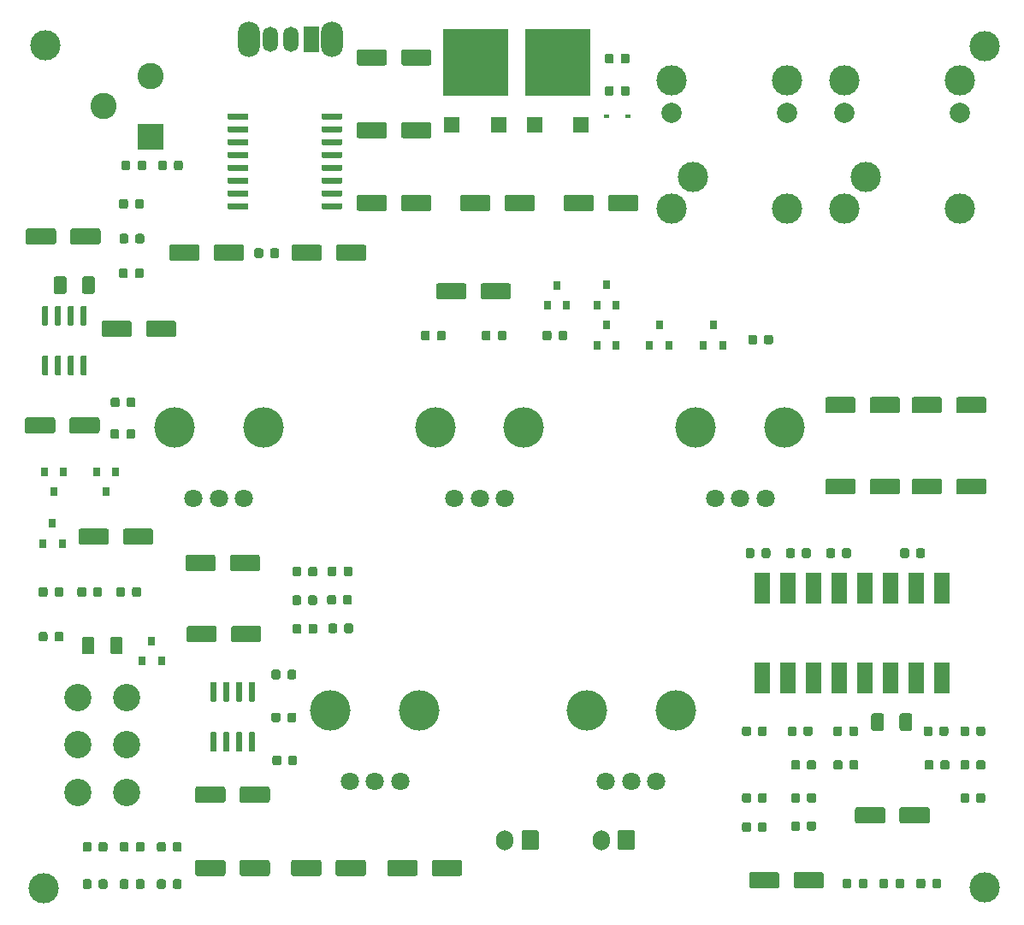
<source format=gts>
G04 #@! TF.GenerationSoftware,KiCad,Pcbnew,(5.1.4)-1*
G04 #@! TF.CreationDate,2020-06-09T23:50:32+02:00*
G04 #@! TF.ProjectId,ratatech_echo,72617461-7465-4636-985f-6563686f2e6b,1.0*
G04 #@! TF.SameCoordinates,Original*
G04 #@! TF.FileFunction,Soldermask,Top*
G04 #@! TF.FilePolarity,Negative*
%FSLAX46Y46*%
G04 Gerber Fmt 4.6, Leading zero omitted, Abs format (unit mm)*
G04 Created by KiCad (PCBNEW (5.1.4)-1) date 2020-06-09 23:50:32*
%MOMM*%
%LPD*%
G04 APERTURE LIST*
%ADD10C,3.000000*%
%ADD11C,2.600000*%
%ADD12R,2.600000X2.600000*%
%ADD13O,2.200000X3.500000*%
%ADD14O,1.500000X2.500000*%
%ADD15R,1.500000X2.500000*%
%ADD16C,2.700000*%
%ADD17C,0.100000*%
%ADD18C,0.875000*%
%ADD19C,1.250000*%
%ADD20C,4.000000*%
%ADD21C,1.800000*%
%ADD22C,2.000000*%
%ADD23C,0.600000*%
%ADD24R,0.600000X0.450000*%
%ADD25C,1.600000*%
%ADD26R,6.500000X6.700000*%
%ADD27R,1.500000X1.600000*%
%ADD28R,1.600000X3.100000*%
%ADD29R,0.800000X0.900000*%
%ADD30O,1.700000X2.000000*%
%ADD31C,1.700000*%
G04 APERTURE END LIST*
D10*
X102413000Y-139128000D03*
X195555000Y-139090000D03*
X195593000Y-55791100D03*
X102591000Y-55727600D03*
D11*
X108355000Y-61726800D03*
X113055000Y-58726800D03*
D12*
X113055000Y-64726800D03*
D13*
X122797000Y-55102800D03*
X130997000Y-55102800D03*
D14*
X124897000Y-55102800D03*
X126897000Y-55102800D03*
D15*
X128897000Y-55102800D03*
D16*
X110616000Y-120277000D03*
X110616000Y-124977000D03*
X110616000Y-129677000D03*
X105816000Y-120277000D03*
X105816000Y-124977000D03*
X105816000Y-129677000D03*
D17*
G36*
X108553691Y-134601053D02*
G01*
X108574926Y-134604203D01*
X108595750Y-134609419D01*
X108615962Y-134616651D01*
X108635368Y-134625830D01*
X108653781Y-134636866D01*
X108671024Y-134649654D01*
X108686930Y-134664070D01*
X108701346Y-134679976D01*
X108714134Y-134697219D01*
X108725170Y-134715632D01*
X108734349Y-134735038D01*
X108741581Y-134755250D01*
X108746797Y-134776074D01*
X108749947Y-134797309D01*
X108751000Y-134818750D01*
X108751000Y-135331250D01*
X108749947Y-135352691D01*
X108746797Y-135373926D01*
X108741581Y-135394750D01*
X108734349Y-135414962D01*
X108725170Y-135434368D01*
X108714134Y-135452781D01*
X108701346Y-135470024D01*
X108686930Y-135485930D01*
X108671024Y-135500346D01*
X108653781Y-135513134D01*
X108635368Y-135524170D01*
X108615962Y-135533349D01*
X108595750Y-135540581D01*
X108574926Y-135545797D01*
X108553691Y-135548947D01*
X108532250Y-135550000D01*
X108094750Y-135550000D01*
X108073309Y-135548947D01*
X108052074Y-135545797D01*
X108031250Y-135540581D01*
X108011038Y-135533349D01*
X107991632Y-135524170D01*
X107973219Y-135513134D01*
X107955976Y-135500346D01*
X107940070Y-135485930D01*
X107925654Y-135470024D01*
X107912866Y-135452781D01*
X107901830Y-135434368D01*
X107892651Y-135414962D01*
X107885419Y-135394750D01*
X107880203Y-135373926D01*
X107877053Y-135352691D01*
X107876000Y-135331250D01*
X107876000Y-134818750D01*
X107877053Y-134797309D01*
X107880203Y-134776074D01*
X107885419Y-134755250D01*
X107892651Y-134735038D01*
X107901830Y-134715632D01*
X107912866Y-134697219D01*
X107925654Y-134679976D01*
X107940070Y-134664070D01*
X107955976Y-134649654D01*
X107973219Y-134636866D01*
X107991632Y-134625830D01*
X108011038Y-134616651D01*
X108031250Y-134609419D01*
X108052074Y-134604203D01*
X108073309Y-134601053D01*
X108094750Y-134600000D01*
X108532250Y-134600000D01*
X108553691Y-134601053D01*
X108553691Y-134601053D01*
G37*
D18*
X108313500Y-135075000D03*
D17*
G36*
X106978691Y-134601053D02*
G01*
X106999926Y-134604203D01*
X107020750Y-134609419D01*
X107040962Y-134616651D01*
X107060368Y-134625830D01*
X107078781Y-134636866D01*
X107096024Y-134649654D01*
X107111930Y-134664070D01*
X107126346Y-134679976D01*
X107139134Y-134697219D01*
X107150170Y-134715632D01*
X107159349Y-134735038D01*
X107166581Y-134755250D01*
X107171797Y-134776074D01*
X107174947Y-134797309D01*
X107176000Y-134818750D01*
X107176000Y-135331250D01*
X107174947Y-135352691D01*
X107171797Y-135373926D01*
X107166581Y-135394750D01*
X107159349Y-135414962D01*
X107150170Y-135434368D01*
X107139134Y-135452781D01*
X107126346Y-135470024D01*
X107111930Y-135485930D01*
X107096024Y-135500346D01*
X107078781Y-135513134D01*
X107060368Y-135524170D01*
X107040962Y-135533349D01*
X107020750Y-135540581D01*
X106999926Y-135545797D01*
X106978691Y-135548947D01*
X106957250Y-135550000D01*
X106519750Y-135550000D01*
X106498309Y-135548947D01*
X106477074Y-135545797D01*
X106456250Y-135540581D01*
X106436038Y-135533349D01*
X106416632Y-135524170D01*
X106398219Y-135513134D01*
X106380976Y-135500346D01*
X106365070Y-135485930D01*
X106350654Y-135470024D01*
X106337866Y-135452781D01*
X106326830Y-135434368D01*
X106317651Y-135414962D01*
X106310419Y-135394750D01*
X106305203Y-135373926D01*
X106302053Y-135352691D01*
X106301000Y-135331250D01*
X106301000Y-134818750D01*
X106302053Y-134797309D01*
X106305203Y-134776074D01*
X106310419Y-134755250D01*
X106317651Y-134735038D01*
X106326830Y-134715632D01*
X106337866Y-134697219D01*
X106350654Y-134679976D01*
X106365070Y-134664070D01*
X106380976Y-134649654D01*
X106398219Y-134636866D01*
X106416632Y-134625830D01*
X106436038Y-134616651D01*
X106456250Y-134609419D01*
X106477074Y-134604203D01*
X106498309Y-134601053D01*
X106519750Y-134600000D01*
X106957250Y-134600000D01*
X106978691Y-134601053D01*
X106978691Y-134601053D01*
G37*
D18*
X106738500Y-135075000D03*
D17*
G36*
X107241504Y-114252204D02*
G01*
X107265773Y-114255804D01*
X107289571Y-114261765D01*
X107312671Y-114270030D01*
X107334849Y-114280520D01*
X107355893Y-114293133D01*
X107375598Y-114307747D01*
X107393777Y-114324223D01*
X107410253Y-114342402D01*
X107424867Y-114362107D01*
X107437480Y-114383151D01*
X107447970Y-114405329D01*
X107456235Y-114428429D01*
X107462196Y-114452227D01*
X107465796Y-114476496D01*
X107467000Y-114501000D01*
X107467000Y-115751000D01*
X107465796Y-115775504D01*
X107462196Y-115799773D01*
X107456235Y-115823571D01*
X107447970Y-115846671D01*
X107437480Y-115868849D01*
X107424867Y-115889893D01*
X107410253Y-115909598D01*
X107393777Y-115927777D01*
X107375598Y-115944253D01*
X107355893Y-115958867D01*
X107334849Y-115971480D01*
X107312671Y-115981970D01*
X107289571Y-115990235D01*
X107265773Y-115996196D01*
X107241504Y-115999796D01*
X107217000Y-116001000D01*
X106467000Y-116001000D01*
X106442496Y-115999796D01*
X106418227Y-115996196D01*
X106394429Y-115990235D01*
X106371329Y-115981970D01*
X106349151Y-115971480D01*
X106328107Y-115958867D01*
X106308402Y-115944253D01*
X106290223Y-115927777D01*
X106273747Y-115909598D01*
X106259133Y-115889893D01*
X106246520Y-115868849D01*
X106236030Y-115846671D01*
X106227765Y-115823571D01*
X106221804Y-115799773D01*
X106218204Y-115775504D01*
X106217000Y-115751000D01*
X106217000Y-114501000D01*
X106218204Y-114476496D01*
X106221804Y-114452227D01*
X106227765Y-114428429D01*
X106236030Y-114405329D01*
X106246520Y-114383151D01*
X106259133Y-114362107D01*
X106273747Y-114342402D01*
X106290223Y-114324223D01*
X106308402Y-114307747D01*
X106328107Y-114293133D01*
X106349151Y-114280520D01*
X106371329Y-114270030D01*
X106394429Y-114261765D01*
X106418227Y-114255804D01*
X106442496Y-114252204D01*
X106467000Y-114251000D01*
X107217000Y-114251000D01*
X107241504Y-114252204D01*
X107241504Y-114252204D01*
G37*
D19*
X106842000Y-115126000D03*
D17*
G36*
X110041504Y-114252204D02*
G01*
X110065773Y-114255804D01*
X110089571Y-114261765D01*
X110112671Y-114270030D01*
X110134849Y-114280520D01*
X110155893Y-114293133D01*
X110175598Y-114307747D01*
X110193777Y-114324223D01*
X110210253Y-114342402D01*
X110224867Y-114362107D01*
X110237480Y-114383151D01*
X110247970Y-114405329D01*
X110256235Y-114428429D01*
X110262196Y-114452227D01*
X110265796Y-114476496D01*
X110267000Y-114501000D01*
X110267000Y-115751000D01*
X110265796Y-115775504D01*
X110262196Y-115799773D01*
X110256235Y-115823571D01*
X110247970Y-115846671D01*
X110237480Y-115868849D01*
X110224867Y-115889893D01*
X110210253Y-115909598D01*
X110193777Y-115927777D01*
X110175598Y-115944253D01*
X110155893Y-115958867D01*
X110134849Y-115971480D01*
X110112671Y-115981970D01*
X110089571Y-115990235D01*
X110065773Y-115996196D01*
X110041504Y-115999796D01*
X110017000Y-116001000D01*
X109267000Y-116001000D01*
X109242496Y-115999796D01*
X109218227Y-115996196D01*
X109194429Y-115990235D01*
X109171329Y-115981970D01*
X109149151Y-115971480D01*
X109128107Y-115958867D01*
X109108402Y-115944253D01*
X109090223Y-115927777D01*
X109073747Y-115909598D01*
X109059133Y-115889893D01*
X109046520Y-115868849D01*
X109036030Y-115846671D01*
X109027765Y-115823571D01*
X109021804Y-115799773D01*
X109018204Y-115775504D01*
X109017000Y-115751000D01*
X109017000Y-114501000D01*
X109018204Y-114476496D01*
X109021804Y-114452227D01*
X109027765Y-114428429D01*
X109036030Y-114405329D01*
X109046520Y-114383151D01*
X109059133Y-114362107D01*
X109073747Y-114342402D01*
X109090223Y-114324223D01*
X109108402Y-114307747D01*
X109128107Y-114293133D01*
X109149151Y-114280520D01*
X109171329Y-114270030D01*
X109194429Y-114261765D01*
X109218227Y-114255804D01*
X109242496Y-114252204D01*
X109267000Y-114251000D01*
X110017000Y-114251000D01*
X110041504Y-114252204D01*
X110041504Y-114252204D01*
G37*
D19*
X109642000Y-115126000D03*
D20*
X124181000Y-93563700D03*
X115381000Y-93563700D03*
D21*
X122281000Y-100563700D03*
X119781000Y-100563700D03*
X117281000Y-100563700D03*
D10*
X193078000Y-71843900D03*
D22*
X181648000Y-62343900D03*
X193078000Y-62343900D03*
D10*
X183778000Y-68693900D03*
X193078000Y-59143900D03*
X181648000Y-59143900D03*
X181648000Y-71843900D03*
X176009000Y-71843900D03*
D22*
X164579000Y-62343900D03*
X176009000Y-62343900D03*
D10*
X166709000Y-68693900D03*
X176009000Y-59143900D03*
X164579000Y-59143900D03*
X164579000Y-71843900D03*
D20*
X175776000Y-93563700D03*
X166976000Y-93563700D03*
D21*
X173876000Y-100563700D03*
X171376000Y-100563700D03*
X168876000Y-100563700D03*
D20*
X149978000Y-93563700D03*
X141178000Y-93563700D03*
D21*
X148078000Y-100563700D03*
X145578000Y-100563700D03*
X143078000Y-100563700D03*
D20*
X139624000Y-121552000D03*
X130824000Y-121552000D03*
D21*
X137724000Y-128552000D03*
X135224000Y-128552000D03*
X132724000Y-128552000D03*
D20*
X164968000Y-121552000D03*
X156168000Y-121552000D03*
D21*
X163068000Y-128552000D03*
X160568000Y-128552000D03*
X158068000Y-128552000D03*
D17*
G36*
X131868703Y-62436222D02*
G01*
X131883264Y-62438382D01*
X131897543Y-62441959D01*
X131911403Y-62446918D01*
X131924710Y-62453212D01*
X131937336Y-62460780D01*
X131949159Y-62469548D01*
X131960066Y-62479434D01*
X131969952Y-62490341D01*
X131978720Y-62502164D01*
X131986288Y-62514790D01*
X131992582Y-62528097D01*
X131997541Y-62541957D01*
X132001118Y-62556236D01*
X132003278Y-62570797D01*
X132004000Y-62585500D01*
X132004000Y-62885500D01*
X132003278Y-62900203D01*
X132001118Y-62914764D01*
X131997541Y-62929043D01*
X131992582Y-62942903D01*
X131986288Y-62956210D01*
X131978720Y-62968836D01*
X131969952Y-62980659D01*
X131960066Y-62991566D01*
X131949159Y-63001452D01*
X131937336Y-63010220D01*
X131924710Y-63017788D01*
X131911403Y-63024082D01*
X131897543Y-63029041D01*
X131883264Y-63032618D01*
X131868703Y-63034778D01*
X131854000Y-63035500D01*
X130104000Y-63035500D01*
X130089297Y-63034778D01*
X130074736Y-63032618D01*
X130060457Y-63029041D01*
X130046597Y-63024082D01*
X130033290Y-63017788D01*
X130020664Y-63010220D01*
X130008841Y-63001452D01*
X129997934Y-62991566D01*
X129988048Y-62980659D01*
X129979280Y-62968836D01*
X129971712Y-62956210D01*
X129965418Y-62942903D01*
X129960459Y-62929043D01*
X129956882Y-62914764D01*
X129954722Y-62900203D01*
X129954000Y-62885500D01*
X129954000Y-62585500D01*
X129954722Y-62570797D01*
X129956882Y-62556236D01*
X129960459Y-62541957D01*
X129965418Y-62528097D01*
X129971712Y-62514790D01*
X129979280Y-62502164D01*
X129988048Y-62490341D01*
X129997934Y-62479434D01*
X130008841Y-62469548D01*
X130020664Y-62460780D01*
X130033290Y-62453212D01*
X130046597Y-62446918D01*
X130060457Y-62441959D01*
X130074736Y-62438382D01*
X130089297Y-62436222D01*
X130104000Y-62435500D01*
X131854000Y-62435500D01*
X131868703Y-62436222D01*
X131868703Y-62436222D01*
G37*
D23*
X130979000Y-62735500D03*
D17*
G36*
X131868703Y-63706222D02*
G01*
X131883264Y-63708382D01*
X131897543Y-63711959D01*
X131911403Y-63716918D01*
X131924710Y-63723212D01*
X131937336Y-63730780D01*
X131949159Y-63739548D01*
X131960066Y-63749434D01*
X131969952Y-63760341D01*
X131978720Y-63772164D01*
X131986288Y-63784790D01*
X131992582Y-63798097D01*
X131997541Y-63811957D01*
X132001118Y-63826236D01*
X132003278Y-63840797D01*
X132004000Y-63855500D01*
X132004000Y-64155500D01*
X132003278Y-64170203D01*
X132001118Y-64184764D01*
X131997541Y-64199043D01*
X131992582Y-64212903D01*
X131986288Y-64226210D01*
X131978720Y-64238836D01*
X131969952Y-64250659D01*
X131960066Y-64261566D01*
X131949159Y-64271452D01*
X131937336Y-64280220D01*
X131924710Y-64287788D01*
X131911403Y-64294082D01*
X131897543Y-64299041D01*
X131883264Y-64302618D01*
X131868703Y-64304778D01*
X131854000Y-64305500D01*
X130104000Y-64305500D01*
X130089297Y-64304778D01*
X130074736Y-64302618D01*
X130060457Y-64299041D01*
X130046597Y-64294082D01*
X130033290Y-64287788D01*
X130020664Y-64280220D01*
X130008841Y-64271452D01*
X129997934Y-64261566D01*
X129988048Y-64250659D01*
X129979280Y-64238836D01*
X129971712Y-64226210D01*
X129965418Y-64212903D01*
X129960459Y-64199043D01*
X129956882Y-64184764D01*
X129954722Y-64170203D01*
X129954000Y-64155500D01*
X129954000Y-63855500D01*
X129954722Y-63840797D01*
X129956882Y-63826236D01*
X129960459Y-63811957D01*
X129965418Y-63798097D01*
X129971712Y-63784790D01*
X129979280Y-63772164D01*
X129988048Y-63760341D01*
X129997934Y-63749434D01*
X130008841Y-63739548D01*
X130020664Y-63730780D01*
X130033290Y-63723212D01*
X130046597Y-63716918D01*
X130060457Y-63711959D01*
X130074736Y-63708382D01*
X130089297Y-63706222D01*
X130104000Y-63705500D01*
X131854000Y-63705500D01*
X131868703Y-63706222D01*
X131868703Y-63706222D01*
G37*
D23*
X130979000Y-64005500D03*
D17*
G36*
X131868703Y-64976222D02*
G01*
X131883264Y-64978382D01*
X131897543Y-64981959D01*
X131911403Y-64986918D01*
X131924710Y-64993212D01*
X131937336Y-65000780D01*
X131949159Y-65009548D01*
X131960066Y-65019434D01*
X131969952Y-65030341D01*
X131978720Y-65042164D01*
X131986288Y-65054790D01*
X131992582Y-65068097D01*
X131997541Y-65081957D01*
X132001118Y-65096236D01*
X132003278Y-65110797D01*
X132004000Y-65125500D01*
X132004000Y-65425500D01*
X132003278Y-65440203D01*
X132001118Y-65454764D01*
X131997541Y-65469043D01*
X131992582Y-65482903D01*
X131986288Y-65496210D01*
X131978720Y-65508836D01*
X131969952Y-65520659D01*
X131960066Y-65531566D01*
X131949159Y-65541452D01*
X131937336Y-65550220D01*
X131924710Y-65557788D01*
X131911403Y-65564082D01*
X131897543Y-65569041D01*
X131883264Y-65572618D01*
X131868703Y-65574778D01*
X131854000Y-65575500D01*
X130104000Y-65575500D01*
X130089297Y-65574778D01*
X130074736Y-65572618D01*
X130060457Y-65569041D01*
X130046597Y-65564082D01*
X130033290Y-65557788D01*
X130020664Y-65550220D01*
X130008841Y-65541452D01*
X129997934Y-65531566D01*
X129988048Y-65520659D01*
X129979280Y-65508836D01*
X129971712Y-65496210D01*
X129965418Y-65482903D01*
X129960459Y-65469043D01*
X129956882Y-65454764D01*
X129954722Y-65440203D01*
X129954000Y-65425500D01*
X129954000Y-65125500D01*
X129954722Y-65110797D01*
X129956882Y-65096236D01*
X129960459Y-65081957D01*
X129965418Y-65068097D01*
X129971712Y-65054790D01*
X129979280Y-65042164D01*
X129988048Y-65030341D01*
X129997934Y-65019434D01*
X130008841Y-65009548D01*
X130020664Y-65000780D01*
X130033290Y-64993212D01*
X130046597Y-64986918D01*
X130060457Y-64981959D01*
X130074736Y-64978382D01*
X130089297Y-64976222D01*
X130104000Y-64975500D01*
X131854000Y-64975500D01*
X131868703Y-64976222D01*
X131868703Y-64976222D01*
G37*
D23*
X130979000Y-65275500D03*
D17*
G36*
X131868703Y-66246222D02*
G01*
X131883264Y-66248382D01*
X131897543Y-66251959D01*
X131911403Y-66256918D01*
X131924710Y-66263212D01*
X131937336Y-66270780D01*
X131949159Y-66279548D01*
X131960066Y-66289434D01*
X131969952Y-66300341D01*
X131978720Y-66312164D01*
X131986288Y-66324790D01*
X131992582Y-66338097D01*
X131997541Y-66351957D01*
X132001118Y-66366236D01*
X132003278Y-66380797D01*
X132004000Y-66395500D01*
X132004000Y-66695500D01*
X132003278Y-66710203D01*
X132001118Y-66724764D01*
X131997541Y-66739043D01*
X131992582Y-66752903D01*
X131986288Y-66766210D01*
X131978720Y-66778836D01*
X131969952Y-66790659D01*
X131960066Y-66801566D01*
X131949159Y-66811452D01*
X131937336Y-66820220D01*
X131924710Y-66827788D01*
X131911403Y-66834082D01*
X131897543Y-66839041D01*
X131883264Y-66842618D01*
X131868703Y-66844778D01*
X131854000Y-66845500D01*
X130104000Y-66845500D01*
X130089297Y-66844778D01*
X130074736Y-66842618D01*
X130060457Y-66839041D01*
X130046597Y-66834082D01*
X130033290Y-66827788D01*
X130020664Y-66820220D01*
X130008841Y-66811452D01*
X129997934Y-66801566D01*
X129988048Y-66790659D01*
X129979280Y-66778836D01*
X129971712Y-66766210D01*
X129965418Y-66752903D01*
X129960459Y-66739043D01*
X129956882Y-66724764D01*
X129954722Y-66710203D01*
X129954000Y-66695500D01*
X129954000Y-66395500D01*
X129954722Y-66380797D01*
X129956882Y-66366236D01*
X129960459Y-66351957D01*
X129965418Y-66338097D01*
X129971712Y-66324790D01*
X129979280Y-66312164D01*
X129988048Y-66300341D01*
X129997934Y-66289434D01*
X130008841Y-66279548D01*
X130020664Y-66270780D01*
X130033290Y-66263212D01*
X130046597Y-66256918D01*
X130060457Y-66251959D01*
X130074736Y-66248382D01*
X130089297Y-66246222D01*
X130104000Y-66245500D01*
X131854000Y-66245500D01*
X131868703Y-66246222D01*
X131868703Y-66246222D01*
G37*
D23*
X130979000Y-66545500D03*
D17*
G36*
X131868703Y-67516222D02*
G01*
X131883264Y-67518382D01*
X131897543Y-67521959D01*
X131911403Y-67526918D01*
X131924710Y-67533212D01*
X131937336Y-67540780D01*
X131949159Y-67549548D01*
X131960066Y-67559434D01*
X131969952Y-67570341D01*
X131978720Y-67582164D01*
X131986288Y-67594790D01*
X131992582Y-67608097D01*
X131997541Y-67621957D01*
X132001118Y-67636236D01*
X132003278Y-67650797D01*
X132004000Y-67665500D01*
X132004000Y-67965500D01*
X132003278Y-67980203D01*
X132001118Y-67994764D01*
X131997541Y-68009043D01*
X131992582Y-68022903D01*
X131986288Y-68036210D01*
X131978720Y-68048836D01*
X131969952Y-68060659D01*
X131960066Y-68071566D01*
X131949159Y-68081452D01*
X131937336Y-68090220D01*
X131924710Y-68097788D01*
X131911403Y-68104082D01*
X131897543Y-68109041D01*
X131883264Y-68112618D01*
X131868703Y-68114778D01*
X131854000Y-68115500D01*
X130104000Y-68115500D01*
X130089297Y-68114778D01*
X130074736Y-68112618D01*
X130060457Y-68109041D01*
X130046597Y-68104082D01*
X130033290Y-68097788D01*
X130020664Y-68090220D01*
X130008841Y-68081452D01*
X129997934Y-68071566D01*
X129988048Y-68060659D01*
X129979280Y-68048836D01*
X129971712Y-68036210D01*
X129965418Y-68022903D01*
X129960459Y-68009043D01*
X129956882Y-67994764D01*
X129954722Y-67980203D01*
X129954000Y-67965500D01*
X129954000Y-67665500D01*
X129954722Y-67650797D01*
X129956882Y-67636236D01*
X129960459Y-67621957D01*
X129965418Y-67608097D01*
X129971712Y-67594790D01*
X129979280Y-67582164D01*
X129988048Y-67570341D01*
X129997934Y-67559434D01*
X130008841Y-67549548D01*
X130020664Y-67540780D01*
X130033290Y-67533212D01*
X130046597Y-67526918D01*
X130060457Y-67521959D01*
X130074736Y-67518382D01*
X130089297Y-67516222D01*
X130104000Y-67515500D01*
X131854000Y-67515500D01*
X131868703Y-67516222D01*
X131868703Y-67516222D01*
G37*
D23*
X130979000Y-67815500D03*
D17*
G36*
X131868703Y-68786222D02*
G01*
X131883264Y-68788382D01*
X131897543Y-68791959D01*
X131911403Y-68796918D01*
X131924710Y-68803212D01*
X131937336Y-68810780D01*
X131949159Y-68819548D01*
X131960066Y-68829434D01*
X131969952Y-68840341D01*
X131978720Y-68852164D01*
X131986288Y-68864790D01*
X131992582Y-68878097D01*
X131997541Y-68891957D01*
X132001118Y-68906236D01*
X132003278Y-68920797D01*
X132004000Y-68935500D01*
X132004000Y-69235500D01*
X132003278Y-69250203D01*
X132001118Y-69264764D01*
X131997541Y-69279043D01*
X131992582Y-69292903D01*
X131986288Y-69306210D01*
X131978720Y-69318836D01*
X131969952Y-69330659D01*
X131960066Y-69341566D01*
X131949159Y-69351452D01*
X131937336Y-69360220D01*
X131924710Y-69367788D01*
X131911403Y-69374082D01*
X131897543Y-69379041D01*
X131883264Y-69382618D01*
X131868703Y-69384778D01*
X131854000Y-69385500D01*
X130104000Y-69385500D01*
X130089297Y-69384778D01*
X130074736Y-69382618D01*
X130060457Y-69379041D01*
X130046597Y-69374082D01*
X130033290Y-69367788D01*
X130020664Y-69360220D01*
X130008841Y-69351452D01*
X129997934Y-69341566D01*
X129988048Y-69330659D01*
X129979280Y-69318836D01*
X129971712Y-69306210D01*
X129965418Y-69292903D01*
X129960459Y-69279043D01*
X129956882Y-69264764D01*
X129954722Y-69250203D01*
X129954000Y-69235500D01*
X129954000Y-68935500D01*
X129954722Y-68920797D01*
X129956882Y-68906236D01*
X129960459Y-68891957D01*
X129965418Y-68878097D01*
X129971712Y-68864790D01*
X129979280Y-68852164D01*
X129988048Y-68840341D01*
X129997934Y-68829434D01*
X130008841Y-68819548D01*
X130020664Y-68810780D01*
X130033290Y-68803212D01*
X130046597Y-68796918D01*
X130060457Y-68791959D01*
X130074736Y-68788382D01*
X130089297Y-68786222D01*
X130104000Y-68785500D01*
X131854000Y-68785500D01*
X131868703Y-68786222D01*
X131868703Y-68786222D01*
G37*
D23*
X130979000Y-69085500D03*
D17*
G36*
X131868703Y-70056222D02*
G01*
X131883264Y-70058382D01*
X131897543Y-70061959D01*
X131911403Y-70066918D01*
X131924710Y-70073212D01*
X131937336Y-70080780D01*
X131949159Y-70089548D01*
X131960066Y-70099434D01*
X131969952Y-70110341D01*
X131978720Y-70122164D01*
X131986288Y-70134790D01*
X131992582Y-70148097D01*
X131997541Y-70161957D01*
X132001118Y-70176236D01*
X132003278Y-70190797D01*
X132004000Y-70205500D01*
X132004000Y-70505500D01*
X132003278Y-70520203D01*
X132001118Y-70534764D01*
X131997541Y-70549043D01*
X131992582Y-70562903D01*
X131986288Y-70576210D01*
X131978720Y-70588836D01*
X131969952Y-70600659D01*
X131960066Y-70611566D01*
X131949159Y-70621452D01*
X131937336Y-70630220D01*
X131924710Y-70637788D01*
X131911403Y-70644082D01*
X131897543Y-70649041D01*
X131883264Y-70652618D01*
X131868703Y-70654778D01*
X131854000Y-70655500D01*
X130104000Y-70655500D01*
X130089297Y-70654778D01*
X130074736Y-70652618D01*
X130060457Y-70649041D01*
X130046597Y-70644082D01*
X130033290Y-70637788D01*
X130020664Y-70630220D01*
X130008841Y-70621452D01*
X129997934Y-70611566D01*
X129988048Y-70600659D01*
X129979280Y-70588836D01*
X129971712Y-70576210D01*
X129965418Y-70562903D01*
X129960459Y-70549043D01*
X129956882Y-70534764D01*
X129954722Y-70520203D01*
X129954000Y-70505500D01*
X129954000Y-70205500D01*
X129954722Y-70190797D01*
X129956882Y-70176236D01*
X129960459Y-70161957D01*
X129965418Y-70148097D01*
X129971712Y-70134790D01*
X129979280Y-70122164D01*
X129988048Y-70110341D01*
X129997934Y-70099434D01*
X130008841Y-70089548D01*
X130020664Y-70080780D01*
X130033290Y-70073212D01*
X130046597Y-70066918D01*
X130060457Y-70061959D01*
X130074736Y-70058382D01*
X130089297Y-70056222D01*
X130104000Y-70055500D01*
X131854000Y-70055500D01*
X131868703Y-70056222D01*
X131868703Y-70056222D01*
G37*
D23*
X130979000Y-70355500D03*
D17*
G36*
X131868703Y-71326222D02*
G01*
X131883264Y-71328382D01*
X131897543Y-71331959D01*
X131911403Y-71336918D01*
X131924710Y-71343212D01*
X131937336Y-71350780D01*
X131949159Y-71359548D01*
X131960066Y-71369434D01*
X131969952Y-71380341D01*
X131978720Y-71392164D01*
X131986288Y-71404790D01*
X131992582Y-71418097D01*
X131997541Y-71431957D01*
X132001118Y-71446236D01*
X132003278Y-71460797D01*
X132004000Y-71475500D01*
X132004000Y-71775500D01*
X132003278Y-71790203D01*
X132001118Y-71804764D01*
X131997541Y-71819043D01*
X131992582Y-71832903D01*
X131986288Y-71846210D01*
X131978720Y-71858836D01*
X131969952Y-71870659D01*
X131960066Y-71881566D01*
X131949159Y-71891452D01*
X131937336Y-71900220D01*
X131924710Y-71907788D01*
X131911403Y-71914082D01*
X131897543Y-71919041D01*
X131883264Y-71922618D01*
X131868703Y-71924778D01*
X131854000Y-71925500D01*
X130104000Y-71925500D01*
X130089297Y-71924778D01*
X130074736Y-71922618D01*
X130060457Y-71919041D01*
X130046597Y-71914082D01*
X130033290Y-71907788D01*
X130020664Y-71900220D01*
X130008841Y-71891452D01*
X129997934Y-71881566D01*
X129988048Y-71870659D01*
X129979280Y-71858836D01*
X129971712Y-71846210D01*
X129965418Y-71832903D01*
X129960459Y-71819043D01*
X129956882Y-71804764D01*
X129954722Y-71790203D01*
X129954000Y-71775500D01*
X129954000Y-71475500D01*
X129954722Y-71460797D01*
X129956882Y-71446236D01*
X129960459Y-71431957D01*
X129965418Y-71418097D01*
X129971712Y-71404790D01*
X129979280Y-71392164D01*
X129988048Y-71380341D01*
X129997934Y-71369434D01*
X130008841Y-71359548D01*
X130020664Y-71350780D01*
X130033290Y-71343212D01*
X130046597Y-71336918D01*
X130060457Y-71331959D01*
X130074736Y-71328382D01*
X130089297Y-71326222D01*
X130104000Y-71325500D01*
X131854000Y-71325500D01*
X131868703Y-71326222D01*
X131868703Y-71326222D01*
G37*
D23*
X130979000Y-71625500D03*
D17*
G36*
X122568703Y-71326222D02*
G01*
X122583264Y-71328382D01*
X122597543Y-71331959D01*
X122611403Y-71336918D01*
X122624710Y-71343212D01*
X122637336Y-71350780D01*
X122649159Y-71359548D01*
X122660066Y-71369434D01*
X122669952Y-71380341D01*
X122678720Y-71392164D01*
X122686288Y-71404790D01*
X122692582Y-71418097D01*
X122697541Y-71431957D01*
X122701118Y-71446236D01*
X122703278Y-71460797D01*
X122704000Y-71475500D01*
X122704000Y-71775500D01*
X122703278Y-71790203D01*
X122701118Y-71804764D01*
X122697541Y-71819043D01*
X122692582Y-71832903D01*
X122686288Y-71846210D01*
X122678720Y-71858836D01*
X122669952Y-71870659D01*
X122660066Y-71881566D01*
X122649159Y-71891452D01*
X122637336Y-71900220D01*
X122624710Y-71907788D01*
X122611403Y-71914082D01*
X122597543Y-71919041D01*
X122583264Y-71922618D01*
X122568703Y-71924778D01*
X122554000Y-71925500D01*
X120804000Y-71925500D01*
X120789297Y-71924778D01*
X120774736Y-71922618D01*
X120760457Y-71919041D01*
X120746597Y-71914082D01*
X120733290Y-71907788D01*
X120720664Y-71900220D01*
X120708841Y-71891452D01*
X120697934Y-71881566D01*
X120688048Y-71870659D01*
X120679280Y-71858836D01*
X120671712Y-71846210D01*
X120665418Y-71832903D01*
X120660459Y-71819043D01*
X120656882Y-71804764D01*
X120654722Y-71790203D01*
X120654000Y-71775500D01*
X120654000Y-71475500D01*
X120654722Y-71460797D01*
X120656882Y-71446236D01*
X120660459Y-71431957D01*
X120665418Y-71418097D01*
X120671712Y-71404790D01*
X120679280Y-71392164D01*
X120688048Y-71380341D01*
X120697934Y-71369434D01*
X120708841Y-71359548D01*
X120720664Y-71350780D01*
X120733290Y-71343212D01*
X120746597Y-71336918D01*
X120760457Y-71331959D01*
X120774736Y-71328382D01*
X120789297Y-71326222D01*
X120804000Y-71325500D01*
X122554000Y-71325500D01*
X122568703Y-71326222D01*
X122568703Y-71326222D01*
G37*
D23*
X121679000Y-71625500D03*
D17*
G36*
X122568703Y-70056222D02*
G01*
X122583264Y-70058382D01*
X122597543Y-70061959D01*
X122611403Y-70066918D01*
X122624710Y-70073212D01*
X122637336Y-70080780D01*
X122649159Y-70089548D01*
X122660066Y-70099434D01*
X122669952Y-70110341D01*
X122678720Y-70122164D01*
X122686288Y-70134790D01*
X122692582Y-70148097D01*
X122697541Y-70161957D01*
X122701118Y-70176236D01*
X122703278Y-70190797D01*
X122704000Y-70205500D01*
X122704000Y-70505500D01*
X122703278Y-70520203D01*
X122701118Y-70534764D01*
X122697541Y-70549043D01*
X122692582Y-70562903D01*
X122686288Y-70576210D01*
X122678720Y-70588836D01*
X122669952Y-70600659D01*
X122660066Y-70611566D01*
X122649159Y-70621452D01*
X122637336Y-70630220D01*
X122624710Y-70637788D01*
X122611403Y-70644082D01*
X122597543Y-70649041D01*
X122583264Y-70652618D01*
X122568703Y-70654778D01*
X122554000Y-70655500D01*
X120804000Y-70655500D01*
X120789297Y-70654778D01*
X120774736Y-70652618D01*
X120760457Y-70649041D01*
X120746597Y-70644082D01*
X120733290Y-70637788D01*
X120720664Y-70630220D01*
X120708841Y-70621452D01*
X120697934Y-70611566D01*
X120688048Y-70600659D01*
X120679280Y-70588836D01*
X120671712Y-70576210D01*
X120665418Y-70562903D01*
X120660459Y-70549043D01*
X120656882Y-70534764D01*
X120654722Y-70520203D01*
X120654000Y-70505500D01*
X120654000Y-70205500D01*
X120654722Y-70190797D01*
X120656882Y-70176236D01*
X120660459Y-70161957D01*
X120665418Y-70148097D01*
X120671712Y-70134790D01*
X120679280Y-70122164D01*
X120688048Y-70110341D01*
X120697934Y-70099434D01*
X120708841Y-70089548D01*
X120720664Y-70080780D01*
X120733290Y-70073212D01*
X120746597Y-70066918D01*
X120760457Y-70061959D01*
X120774736Y-70058382D01*
X120789297Y-70056222D01*
X120804000Y-70055500D01*
X122554000Y-70055500D01*
X122568703Y-70056222D01*
X122568703Y-70056222D01*
G37*
D23*
X121679000Y-70355500D03*
D17*
G36*
X122568703Y-68786222D02*
G01*
X122583264Y-68788382D01*
X122597543Y-68791959D01*
X122611403Y-68796918D01*
X122624710Y-68803212D01*
X122637336Y-68810780D01*
X122649159Y-68819548D01*
X122660066Y-68829434D01*
X122669952Y-68840341D01*
X122678720Y-68852164D01*
X122686288Y-68864790D01*
X122692582Y-68878097D01*
X122697541Y-68891957D01*
X122701118Y-68906236D01*
X122703278Y-68920797D01*
X122704000Y-68935500D01*
X122704000Y-69235500D01*
X122703278Y-69250203D01*
X122701118Y-69264764D01*
X122697541Y-69279043D01*
X122692582Y-69292903D01*
X122686288Y-69306210D01*
X122678720Y-69318836D01*
X122669952Y-69330659D01*
X122660066Y-69341566D01*
X122649159Y-69351452D01*
X122637336Y-69360220D01*
X122624710Y-69367788D01*
X122611403Y-69374082D01*
X122597543Y-69379041D01*
X122583264Y-69382618D01*
X122568703Y-69384778D01*
X122554000Y-69385500D01*
X120804000Y-69385500D01*
X120789297Y-69384778D01*
X120774736Y-69382618D01*
X120760457Y-69379041D01*
X120746597Y-69374082D01*
X120733290Y-69367788D01*
X120720664Y-69360220D01*
X120708841Y-69351452D01*
X120697934Y-69341566D01*
X120688048Y-69330659D01*
X120679280Y-69318836D01*
X120671712Y-69306210D01*
X120665418Y-69292903D01*
X120660459Y-69279043D01*
X120656882Y-69264764D01*
X120654722Y-69250203D01*
X120654000Y-69235500D01*
X120654000Y-68935500D01*
X120654722Y-68920797D01*
X120656882Y-68906236D01*
X120660459Y-68891957D01*
X120665418Y-68878097D01*
X120671712Y-68864790D01*
X120679280Y-68852164D01*
X120688048Y-68840341D01*
X120697934Y-68829434D01*
X120708841Y-68819548D01*
X120720664Y-68810780D01*
X120733290Y-68803212D01*
X120746597Y-68796918D01*
X120760457Y-68791959D01*
X120774736Y-68788382D01*
X120789297Y-68786222D01*
X120804000Y-68785500D01*
X122554000Y-68785500D01*
X122568703Y-68786222D01*
X122568703Y-68786222D01*
G37*
D23*
X121679000Y-69085500D03*
D17*
G36*
X122568703Y-67516222D02*
G01*
X122583264Y-67518382D01*
X122597543Y-67521959D01*
X122611403Y-67526918D01*
X122624710Y-67533212D01*
X122637336Y-67540780D01*
X122649159Y-67549548D01*
X122660066Y-67559434D01*
X122669952Y-67570341D01*
X122678720Y-67582164D01*
X122686288Y-67594790D01*
X122692582Y-67608097D01*
X122697541Y-67621957D01*
X122701118Y-67636236D01*
X122703278Y-67650797D01*
X122704000Y-67665500D01*
X122704000Y-67965500D01*
X122703278Y-67980203D01*
X122701118Y-67994764D01*
X122697541Y-68009043D01*
X122692582Y-68022903D01*
X122686288Y-68036210D01*
X122678720Y-68048836D01*
X122669952Y-68060659D01*
X122660066Y-68071566D01*
X122649159Y-68081452D01*
X122637336Y-68090220D01*
X122624710Y-68097788D01*
X122611403Y-68104082D01*
X122597543Y-68109041D01*
X122583264Y-68112618D01*
X122568703Y-68114778D01*
X122554000Y-68115500D01*
X120804000Y-68115500D01*
X120789297Y-68114778D01*
X120774736Y-68112618D01*
X120760457Y-68109041D01*
X120746597Y-68104082D01*
X120733290Y-68097788D01*
X120720664Y-68090220D01*
X120708841Y-68081452D01*
X120697934Y-68071566D01*
X120688048Y-68060659D01*
X120679280Y-68048836D01*
X120671712Y-68036210D01*
X120665418Y-68022903D01*
X120660459Y-68009043D01*
X120656882Y-67994764D01*
X120654722Y-67980203D01*
X120654000Y-67965500D01*
X120654000Y-67665500D01*
X120654722Y-67650797D01*
X120656882Y-67636236D01*
X120660459Y-67621957D01*
X120665418Y-67608097D01*
X120671712Y-67594790D01*
X120679280Y-67582164D01*
X120688048Y-67570341D01*
X120697934Y-67559434D01*
X120708841Y-67549548D01*
X120720664Y-67540780D01*
X120733290Y-67533212D01*
X120746597Y-67526918D01*
X120760457Y-67521959D01*
X120774736Y-67518382D01*
X120789297Y-67516222D01*
X120804000Y-67515500D01*
X122554000Y-67515500D01*
X122568703Y-67516222D01*
X122568703Y-67516222D01*
G37*
D23*
X121679000Y-67815500D03*
D17*
G36*
X122568703Y-66246222D02*
G01*
X122583264Y-66248382D01*
X122597543Y-66251959D01*
X122611403Y-66256918D01*
X122624710Y-66263212D01*
X122637336Y-66270780D01*
X122649159Y-66279548D01*
X122660066Y-66289434D01*
X122669952Y-66300341D01*
X122678720Y-66312164D01*
X122686288Y-66324790D01*
X122692582Y-66338097D01*
X122697541Y-66351957D01*
X122701118Y-66366236D01*
X122703278Y-66380797D01*
X122704000Y-66395500D01*
X122704000Y-66695500D01*
X122703278Y-66710203D01*
X122701118Y-66724764D01*
X122697541Y-66739043D01*
X122692582Y-66752903D01*
X122686288Y-66766210D01*
X122678720Y-66778836D01*
X122669952Y-66790659D01*
X122660066Y-66801566D01*
X122649159Y-66811452D01*
X122637336Y-66820220D01*
X122624710Y-66827788D01*
X122611403Y-66834082D01*
X122597543Y-66839041D01*
X122583264Y-66842618D01*
X122568703Y-66844778D01*
X122554000Y-66845500D01*
X120804000Y-66845500D01*
X120789297Y-66844778D01*
X120774736Y-66842618D01*
X120760457Y-66839041D01*
X120746597Y-66834082D01*
X120733290Y-66827788D01*
X120720664Y-66820220D01*
X120708841Y-66811452D01*
X120697934Y-66801566D01*
X120688048Y-66790659D01*
X120679280Y-66778836D01*
X120671712Y-66766210D01*
X120665418Y-66752903D01*
X120660459Y-66739043D01*
X120656882Y-66724764D01*
X120654722Y-66710203D01*
X120654000Y-66695500D01*
X120654000Y-66395500D01*
X120654722Y-66380797D01*
X120656882Y-66366236D01*
X120660459Y-66351957D01*
X120665418Y-66338097D01*
X120671712Y-66324790D01*
X120679280Y-66312164D01*
X120688048Y-66300341D01*
X120697934Y-66289434D01*
X120708841Y-66279548D01*
X120720664Y-66270780D01*
X120733290Y-66263212D01*
X120746597Y-66256918D01*
X120760457Y-66251959D01*
X120774736Y-66248382D01*
X120789297Y-66246222D01*
X120804000Y-66245500D01*
X122554000Y-66245500D01*
X122568703Y-66246222D01*
X122568703Y-66246222D01*
G37*
D23*
X121679000Y-66545500D03*
D17*
G36*
X122568703Y-64976222D02*
G01*
X122583264Y-64978382D01*
X122597543Y-64981959D01*
X122611403Y-64986918D01*
X122624710Y-64993212D01*
X122637336Y-65000780D01*
X122649159Y-65009548D01*
X122660066Y-65019434D01*
X122669952Y-65030341D01*
X122678720Y-65042164D01*
X122686288Y-65054790D01*
X122692582Y-65068097D01*
X122697541Y-65081957D01*
X122701118Y-65096236D01*
X122703278Y-65110797D01*
X122704000Y-65125500D01*
X122704000Y-65425500D01*
X122703278Y-65440203D01*
X122701118Y-65454764D01*
X122697541Y-65469043D01*
X122692582Y-65482903D01*
X122686288Y-65496210D01*
X122678720Y-65508836D01*
X122669952Y-65520659D01*
X122660066Y-65531566D01*
X122649159Y-65541452D01*
X122637336Y-65550220D01*
X122624710Y-65557788D01*
X122611403Y-65564082D01*
X122597543Y-65569041D01*
X122583264Y-65572618D01*
X122568703Y-65574778D01*
X122554000Y-65575500D01*
X120804000Y-65575500D01*
X120789297Y-65574778D01*
X120774736Y-65572618D01*
X120760457Y-65569041D01*
X120746597Y-65564082D01*
X120733290Y-65557788D01*
X120720664Y-65550220D01*
X120708841Y-65541452D01*
X120697934Y-65531566D01*
X120688048Y-65520659D01*
X120679280Y-65508836D01*
X120671712Y-65496210D01*
X120665418Y-65482903D01*
X120660459Y-65469043D01*
X120656882Y-65454764D01*
X120654722Y-65440203D01*
X120654000Y-65425500D01*
X120654000Y-65125500D01*
X120654722Y-65110797D01*
X120656882Y-65096236D01*
X120660459Y-65081957D01*
X120665418Y-65068097D01*
X120671712Y-65054790D01*
X120679280Y-65042164D01*
X120688048Y-65030341D01*
X120697934Y-65019434D01*
X120708841Y-65009548D01*
X120720664Y-65000780D01*
X120733290Y-64993212D01*
X120746597Y-64986918D01*
X120760457Y-64981959D01*
X120774736Y-64978382D01*
X120789297Y-64976222D01*
X120804000Y-64975500D01*
X122554000Y-64975500D01*
X122568703Y-64976222D01*
X122568703Y-64976222D01*
G37*
D23*
X121679000Y-65275500D03*
D17*
G36*
X122568703Y-63706222D02*
G01*
X122583264Y-63708382D01*
X122597543Y-63711959D01*
X122611403Y-63716918D01*
X122624710Y-63723212D01*
X122637336Y-63730780D01*
X122649159Y-63739548D01*
X122660066Y-63749434D01*
X122669952Y-63760341D01*
X122678720Y-63772164D01*
X122686288Y-63784790D01*
X122692582Y-63798097D01*
X122697541Y-63811957D01*
X122701118Y-63826236D01*
X122703278Y-63840797D01*
X122704000Y-63855500D01*
X122704000Y-64155500D01*
X122703278Y-64170203D01*
X122701118Y-64184764D01*
X122697541Y-64199043D01*
X122692582Y-64212903D01*
X122686288Y-64226210D01*
X122678720Y-64238836D01*
X122669952Y-64250659D01*
X122660066Y-64261566D01*
X122649159Y-64271452D01*
X122637336Y-64280220D01*
X122624710Y-64287788D01*
X122611403Y-64294082D01*
X122597543Y-64299041D01*
X122583264Y-64302618D01*
X122568703Y-64304778D01*
X122554000Y-64305500D01*
X120804000Y-64305500D01*
X120789297Y-64304778D01*
X120774736Y-64302618D01*
X120760457Y-64299041D01*
X120746597Y-64294082D01*
X120733290Y-64287788D01*
X120720664Y-64280220D01*
X120708841Y-64271452D01*
X120697934Y-64261566D01*
X120688048Y-64250659D01*
X120679280Y-64238836D01*
X120671712Y-64226210D01*
X120665418Y-64212903D01*
X120660459Y-64199043D01*
X120656882Y-64184764D01*
X120654722Y-64170203D01*
X120654000Y-64155500D01*
X120654000Y-63855500D01*
X120654722Y-63840797D01*
X120656882Y-63826236D01*
X120660459Y-63811957D01*
X120665418Y-63798097D01*
X120671712Y-63784790D01*
X120679280Y-63772164D01*
X120688048Y-63760341D01*
X120697934Y-63749434D01*
X120708841Y-63739548D01*
X120720664Y-63730780D01*
X120733290Y-63723212D01*
X120746597Y-63716918D01*
X120760457Y-63711959D01*
X120774736Y-63708382D01*
X120789297Y-63706222D01*
X120804000Y-63705500D01*
X122554000Y-63705500D01*
X122568703Y-63706222D01*
X122568703Y-63706222D01*
G37*
D23*
X121679000Y-64005500D03*
D17*
G36*
X122568703Y-62436222D02*
G01*
X122583264Y-62438382D01*
X122597543Y-62441959D01*
X122611403Y-62446918D01*
X122624710Y-62453212D01*
X122637336Y-62460780D01*
X122649159Y-62469548D01*
X122660066Y-62479434D01*
X122669952Y-62490341D01*
X122678720Y-62502164D01*
X122686288Y-62514790D01*
X122692582Y-62528097D01*
X122697541Y-62541957D01*
X122701118Y-62556236D01*
X122703278Y-62570797D01*
X122704000Y-62585500D01*
X122704000Y-62885500D01*
X122703278Y-62900203D01*
X122701118Y-62914764D01*
X122697541Y-62929043D01*
X122692582Y-62942903D01*
X122686288Y-62956210D01*
X122678720Y-62968836D01*
X122669952Y-62980659D01*
X122660066Y-62991566D01*
X122649159Y-63001452D01*
X122637336Y-63010220D01*
X122624710Y-63017788D01*
X122611403Y-63024082D01*
X122597543Y-63029041D01*
X122583264Y-63032618D01*
X122568703Y-63034778D01*
X122554000Y-63035500D01*
X120804000Y-63035500D01*
X120789297Y-63034778D01*
X120774736Y-63032618D01*
X120760457Y-63029041D01*
X120746597Y-63024082D01*
X120733290Y-63017788D01*
X120720664Y-63010220D01*
X120708841Y-63001452D01*
X120697934Y-62991566D01*
X120688048Y-62980659D01*
X120679280Y-62968836D01*
X120671712Y-62956210D01*
X120665418Y-62942903D01*
X120660459Y-62929043D01*
X120656882Y-62914764D01*
X120654722Y-62900203D01*
X120654000Y-62885500D01*
X120654000Y-62585500D01*
X120654722Y-62570797D01*
X120656882Y-62556236D01*
X120660459Y-62541957D01*
X120665418Y-62528097D01*
X120671712Y-62514790D01*
X120679280Y-62502164D01*
X120688048Y-62490341D01*
X120697934Y-62479434D01*
X120708841Y-62469548D01*
X120720664Y-62460780D01*
X120733290Y-62453212D01*
X120746597Y-62446918D01*
X120760457Y-62441959D01*
X120774736Y-62438382D01*
X120789297Y-62436222D01*
X120804000Y-62435500D01*
X122554000Y-62435500D01*
X122568703Y-62436222D01*
X122568703Y-62436222D01*
G37*
D23*
X121679000Y-62735500D03*
D17*
G36*
X182142691Y-105502053D02*
G01*
X182163926Y-105505203D01*
X182184750Y-105510419D01*
X182204962Y-105517651D01*
X182224368Y-105526830D01*
X182242781Y-105537866D01*
X182260024Y-105550654D01*
X182275930Y-105565070D01*
X182290346Y-105580976D01*
X182303134Y-105598219D01*
X182314170Y-105616632D01*
X182323349Y-105636038D01*
X182330581Y-105656250D01*
X182335797Y-105677074D01*
X182338947Y-105698309D01*
X182340000Y-105719750D01*
X182340000Y-106232250D01*
X182338947Y-106253691D01*
X182335797Y-106274926D01*
X182330581Y-106295750D01*
X182323349Y-106315962D01*
X182314170Y-106335368D01*
X182303134Y-106353781D01*
X182290346Y-106371024D01*
X182275930Y-106386930D01*
X182260024Y-106401346D01*
X182242781Y-106414134D01*
X182224368Y-106425170D01*
X182204962Y-106434349D01*
X182184750Y-106441581D01*
X182163926Y-106446797D01*
X182142691Y-106449947D01*
X182121250Y-106451000D01*
X181683750Y-106451000D01*
X181662309Y-106449947D01*
X181641074Y-106446797D01*
X181620250Y-106441581D01*
X181600038Y-106434349D01*
X181580632Y-106425170D01*
X181562219Y-106414134D01*
X181544976Y-106401346D01*
X181529070Y-106386930D01*
X181514654Y-106371024D01*
X181501866Y-106353781D01*
X181490830Y-106335368D01*
X181481651Y-106315962D01*
X181474419Y-106295750D01*
X181469203Y-106274926D01*
X181466053Y-106253691D01*
X181465000Y-106232250D01*
X181465000Y-105719750D01*
X181466053Y-105698309D01*
X181469203Y-105677074D01*
X181474419Y-105656250D01*
X181481651Y-105636038D01*
X181490830Y-105616632D01*
X181501866Y-105598219D01*
X181514654Y-105580976D01*
X181529070Y-105565070D01*
X181544976Y-105550654D01*
X181562219Y-105537866D01*
X181580632Y-105526830D01*
X181600038Y-105517651D01*
X181620250Y-105510419D01*
X181641074Y-105505203D01*
X181662309Y-105502053D01*
X181683750Y-105501000D01*
X182121250Y-105501000D01*
X182142691Y-105502053D01*
X182142691Y-105502053D01*
G37*
D18*
X181902500Y-105976000D03*
D17*
G36*
X180567691Y-105502053D02*
G01*
X180588926Y-105505203D01*
X180609750Y-105510419D01*
X180629962Y-105517651D01*
X180649368Y-105526830D01*
X180667781Y-105537866D01*
X180685024Y-105550654D01*
X180700930Y-105565070D01*
X180715346Y-105580976D01*
X180728134Y-105598219D01*
X180739170Y-105616632D01*
X180748349Y-105636038D01*
X180755581Y-105656250D01*
X180760797Y-105677074D01*
X180763947Y-105698309D01*
X180765000Y-105719750D01*
X180765000Y-106232250D01*
X180763947Y-106253691D01*
X180760797Y-106274926D01*
X180755581Y-106295750D01*
X180748349Y-106315962D01*
X180739170Y-106335368D01*
X180728134Y-106353781D01*
X180715346Y-106371024D01*
X180700930Y-106386930D01*
X180685024Y-106401346D01*
X180667781Y-106414134D01*
X180649368Y-106425170D01*
X180629962Y-106434349D01*
X180609750Y-106441581D01*
X180588926Y-106446797D01*
X180567691Y-106449947D01*
X180546250Y-106451000D01*
X180108750Y-106451000D01*
X180087309Y-106449947D01*
X180066074Y-106446797D01*
X180045250Y-106441581D01*
X180025038Y-106434349D01*
X180005632Y-106425170D01*
X179987219Y-106414134D01*
X179969976Y-106401346D01*
X179954070Y-106386930D01*
X179939654Y-106371024D01*
X179926866Y-106353781D01*
X179915830Y-106335368D01*
X179906651Y-106315962D01*
X179899419Y-106295750D01*
X179894203Y-106274926D01*
X179891053Y-106253691D01*
X179890000Y-106232250D01*
X179890000Y-105719750D01*
X179891053Y-105698309D01*
X179894203Y-105677074D01*
X179899419Y-105656250D01*
X179906651Y-105636038D01*
X179915830Y-105616632D01*
X179926866Y-105598219D01*
X179939654Y-105580976D01*
X179954070Y-105565070D01*
X179969976Y-105550654D01*
X179987219Y-105537866D01*
X180005632Y-105526830D01*
X180025038Y-105517651D01*
X180045250Y-105510419D01*
X180066074Y-105505203D01*
X180087309Y-105502053D01*
X180108750Y-105501000D01*
X180546250Y-105501000D01*
X180567691Y-105502053D01*
X180567691Y-105502053D01*
G37*
D18*
X180327500Y-105976000D03*
D17*
G36*
X160227691Y-59729153D02*
G01*
X160248926Y-59732303D01*
X160269750Y-59737519D01*
X160289962Y-59744751D01*
X160309368Y-59753930D01*
X160327781Y-59764966D01*
X160345024Y-59777754D01*
X160360930Y-59792170D01*
X160375346Y-59808076D01*
X160388134Y-59825319D01*
X160399170Y-59843732D01*
X160408349Y-59863138D01*
X160415581Y-59883350D01*
X160420797Y-59904174D01*
X160423947Y-59925409D01*
X160425000Y-59946850D01*
X160425000Y-60459350D01*
X160423947Y-60480791D01*
X160420797Y-60502026D01*
X160415581Y-60522850D01*
X160408349Y-60543062D01*
X160399170Y-60562468D01*
X160388134Y-60580881D01*
X160375346Y-60598124D01*
X160360930Y-60614030D01*
X160345024Y-60628446D01*
X160327781Y-60641234D01*
X160309368Y-60652270D01*
X160289962Y-60661449D01*
X160269750Y-60668681D01*
X160248926Y-60673897D01*
X160227691Y-60677047D01*
X160206250Y-60678100D01*
X159768750Y-60678100D01*
X159747309Y-60677047D01*
X159726074Y-60673897D01*
X159705250Y-60668681D01*
X159685038Y-60661449D01*
X159665632Y-60652270D01*
X159647219Y-60641234D01*
X159629976Y-60628446D01*
X159614070Y-60614030D01*
X159599654Y-60598124D01*
X159586866Y-60580881D01*
X159575830Y-60562468D01*
X159566651Y-60543062D01*
X159559419Y-60522850D01*
X159554203Y-60502026D01*
X159551053Y-60480791D01*
X159550000Y-60459350D01*
X159550000Y-59946850D01*
X159551053Y-59925409D01*
X159554203Y-59904174D01*
X159559419Y-59883350D01*
X159566651Y-59863138D01*
X159575830Y-59843732D01*
X159586866Y-59825319D01*
X159599654Y-59808076D01*
X159614070Y-59792170D01*
X159629976Y-59777754D01*
X159647219Y-59764966D01*
X159665632Y-59753930D01*
X159685038Y-59744751D01*
X159705250Y-59737519D01*
X159726074Y-59732303D01*
X159747309Y-59729153D01*
X159768750Y-59728100D01*
X160206250Y-59728100D01*
X160227691Y-59729153D01*
X160227691Y-59729153D01*
G37*
D18*
X159987500Y-60203100D03*
D17*
G36*
X158652691Y-59729153D02*
G01*
X158673926Y-59732303D01*
X158694750Y-59737519D01*
X158714962Y-59744751D01*
X158734368Y-59753930D01*
X158752781Y-59764966D01*
X158770024Y-59777754D01*
X158785930Y-59792170D01*
X158800346Y-59808076D01*
X158813134Y-59825319D01*
X158824170Y-59843732D01*
X158833349Y-59863138D01*
X158840581Y-59883350D01*
X158845797Y-59904174D01*
X158848947Y-59925409D01*
X158850000Y-59946850D01*
X158850000Y-60459350D01*
X158848947Y-60480791D01*
X158845797Y-60502026D01*
X158840581Y-60522850D01*
X158833349Y-60543062D01*
X158824170Y-60562468D01*
X158813134Y-60580881D01*
X158800346Y-60598124D01*
X158785930Y-60614030D01*
X158770024Y-60628446D01*
X158752781Y-60641234D01*
X158734368Y-60652270D01*
X158714962Y-60661449D01*
X158694750Y-60668681D01*
X158673926Y-60673897D01*
X158652691Y-60677047D01*
X158631250Y-60678100D01*
X158193750Y-60678100D01*
X158172309Y-60677047D01*
X158151074Y-60673897D01*
X158130250Y-60668681D01*
X158110038Y-60661449D01*
X158090632Y-60652270D01*
X158072219Y-60641234D01*
X158054976Y-60628446D01*
X158039070Y-60614030D01*
X158024654Y-60598124D01*
X158011866Y-60580881D01*
X158000830Y-60562468D01*
X157991651Y-60543062D01*
X157984419Y-60522850D01*
X157979203Y-60502026D01*
X157976053Y-60480791D01*
X157975000Y-60459350D01*
X157975000Y-59946850D01*
X157976053Y-59925409D01*
X157979203Y-59904174D01*
X157984419Y-59883350D01*
X157991651Y-59863138D01*
X158000830Y-59843732D01*
X158011866Y-59825319D01*
X158024654Y-59808076D01*
X158039070Y-59792170D01*
X158054976Y-59777754D01*
X158072219Y-59764966D01*
X158090632Y-59753930D01*
X158110038Y-59744751D01*
X158130250Y-59737519D01*
X158151074Y-59732303D01*
X158172309Y-59729153D01*
X158193750Y-59728100D01*
X158631250Y-59728100D01*
X158652691Y-59729153D01*
X158652691Y-59729153D01*
G37*
D18*
X158412500Y-60203100D03*
D17*
G36*
X104473504Y-78564704D02*
G01*
X104497773Y-78568304D01*
X104521571Y-78574265D01*
X104544671Y-78582530D01*
X104566849Y-78593020D01*
X104587893Y-78605633D01*
X104607598Y-78620247D01*
X104625777Y-78636723D01*
X104642253Y-78654902D01*
X104656867Y-78674607D01*
X104669480Y-78695651D01*
X104679970Y-78717829D01*
X104688235Y-78740929D01*
X104694196Y-78764727D01*
X104697796Y-78788996D01*
X104699000Y-78813500D01*
X104699000Y-80063500D01*
X104697796Y-80088004D01*
X104694196Y-80112273D01*
X104688235Y-80136071D01*
X104679970Y-80159171D01*
X104669480Y-80181349D01*
X104656867Y-80202393D01*
X104642253Y-80222098D01*
X104625777Y-80240277D01*
X104607598Y-80256753D01*
X104587893Y-80271367D01*
X104566849Y-80283980D01*
X104544671Y-80294470D01*
X104521571Y-80302735D01*
X104497773Y-80308696D01*
X104473504Y-80312296D01*
X104449000Y-80313500D01*
X103699000Y-80313500D01*
X103674496Y-80312296D01*
X103650227Y-80308696D01*
X103626429Y-80302735D01*
X103603329Y-80294470D01*
X103581151Y-80283980D01*
X103560107Y-80271367D01*
X103540402Y-80256753D01*
X103522223Y-80240277D01*
X103505747Y-80222098D01*
X103491133Y-80202393D01*
X103478520Y-80181349D01*
X103468030Y-80159171D01*
X103459765Y-80136071D01*
X103453804Y-80112273D01*
X103450204Y-80088004D01*
X103449000Y-80063500D01*
X103449000Y-78813500D01*
X103450204Y-78788996D01*
X103453804Y-78764727D01*
X103459765Y-78740929D01*
X103468030Y-78717829D01*
X103478520Y-78695651D01*
X103491133Y-78674607D01*
X103505747Y-78654902D01*
X103522223Y-78636723D01*
X103540402Y-78620247D01*
X103560107Y-78605633D01*
X103581151Y-78593020D01*
X103603329Y-78582530D01*
X103626429Y-78574265D01*
X103650227Y-78568304D01*
X103674496Y-78564704D01*
X103699000Y-78563500D01*
X104449000Y-78563500D01*
X104473504Y-78564704D01*
X104473504Y-78564704D01*
G37*
D19*
X104074000Y-79438500D03*
D17*
G36*
X107273504Y-78564704D02*
G01*
X107297773Y-78568304D01*
X107321571Y-78574265D01*
X107344671Y-78582530D01*
X107366849Y-78593020D01*
X107387893Y-78605633D01*
X107407598Y-78620247D01*
X107425777Y-78636723D01*
X107442253Y-78654902D01*
X107456867Y-78674607D01*
X107469480Y-78695651D01*
X107479970Y-78717829D01*
X107488235Y-78740929D01*
X107494196Y-78764727D01*
X107497796Y-78788996D01*
X107499000Y-78813500D01*
X107499000Y-80063500D01*
X107497796Y-80088004D01*
X107494196Y-80112273D01*
X107488235Y-80136071D01*
X107479970Y-80159171D01*
X107469480Y-80181349D01*
X107456867Y-80202393D01*
X107442253Y-80222098D01*
X107425777Y-80240277D01*
X107407598Y-80256753D01*
X107387893Y-80271367D01*
X107366849Y-80283980D01*
X107344671Y-80294470D01*
X107321571Y-80302735D01*
X107297773Y-80308696D01*
X107273504Y-80312296D01*
X107249000Y-80313500D01*
X106499000Y-80313500D01*
X106474496Y-80312296D01*
X106450227Y-80308696D01*
X106426429Y-80302735D01*
X106403329Y-80294470D01*
X106381151Y-80283980D01*
X106360107Y-80271367D01*
X106340402Y-80256753D01*
X106322223Y-80240277D01*
X106305747Y-80222098D01*
X106291133Y-80202393D01*
X106278520Y-80181349D01*
X106268030Y-80159171D01*
X106259765Y-80136071D01*
X106253804Y-80112273D01*
X106250204Y-80088004D01*
X106249000Y-80063500D01*
X106249000Y-78813500D01*
X106250204Y-78788996D01*
X106253804Y-78764727D01*
X106259765Y-78740929D01*
X106268030Y-78717829D01*
X106278520Y-78695651D01*
X106291133Y-78674607D01*
X106305747Y-78654902D01*
X106322223Y-78636723D01*
X106340402Y-78620247D01*
X106360107Y-78605633D01*
X106381151Y-78593020D01*
X106403329Y-78582530D01*
X106426429Y-78574265D01*
X106450227Y-78568304D01*
X106474496Y-78564704D01*
X106499000Y-78563500D01*
X107249000Y-78563500D01*
X107273504Y-78564704D01*
X107273504Y-78564704D01*
G37*
D19*
X106874000Y-79438500D03*
D24*
X158150000Y-62692300D03*
X160250000Y-62692300D03*
D17*
G36*
X140596504Y-63291804D02*
G01*
X140620773Y-63295404D01*
X140644571Y-63301365D01*
X140667671Y-63309630D01*
X140689849Y-63320120D01*
X140710893Y-63332733D01*
X140730598Y-63347347D01*
X140748777Y-63363823D01*
X140765253Y-63382002D01*
X140779867Y-63401707D01*
X140792480Y-63422751D01*
X140802970Y-63444929D01*
X140811235Y-63468029D01*
X140817196Y-63491827D01*
X140820796Y-63516096D01*
X140822000Y-63540600D01*
X140822000Y-64640600D01*
X140820796Y-64665104D01*
X140817196Y-64689373D01*
X140811235Y-64713171D01*
X140802970Y-64736271D01*
X140792480Y-64758449D01*
X140779867Y-64779493D01*
X140765253Y-64799198D01*
X140748777Y-64817377D01*
X140730598Y-64833853D01*
X140710893Y-64848467D01*
X140689849Y-64861080D01*
X140667671Y-64871570D01*
X140644571Y-64879835D01*
X140620773Y-64885796D01*
X140596504Y-64889396D01*
X140572000Y-64890600D01*
X138072000Y-64890600D01*
X138047496Y-64889396D01*
X138023227Y-64885796D01*
X137999429Y-64879835D01*
X137976329Y-64871570D01*
X137954151Y-64861080D01*
X137933107Y-64848467D01*
X137913402Y-64833853D01*
X137895223Y-64817377D01*
X137878747Y-64799198D01*
X137864133Y-64779493D01*
X137851520Y-64758449D01*
X137841030Y-64736271D01*
X137832765Y-64713171D01*
X137826804Y-64689373D01*
X137823204Y-64665104D01*
X137822000Y-64640600D01*
X137822000Y-63540600D01*
X137823204Y-63516096D01*
X137826804Y-63491827D01*
X137832765Y-63468029D01*
X137841030Y-63444929D01*
X137851520Y-63422751D01*
X137864133Y-63401707D01*
X137878747Y-63382002D01*
X137895223Y-63363823D01*
X137913402Y-63347347D01*
X137933107Y-63332733D01*
X137954151Y-63320120D01*
X137976329Y-63309630D01*
X137999429Y-63301365D01*
X138023227Y-63295404D01*
X138047496Y-63291804D01*
X138072000Y-63290600D01*
X140572000Y-63290600D01*
X140596504Y-63291804D01*
X140596504Y-63291804D01*
G37*
D25*
X139322000Y-64090600D03*
D17*
G36*
X136196504Y-63291804D02*
G01*
X136220773Y-63295404D01*
X136244571Y-63301365D01*
X136267671Y-63309630D01*
X136289849Y-63320120D01*
X136310893Y-63332733D01*
X136330598Y-63347347D01*
X136348777Y-63363823D01*
X136365253Y-63382002D01*
X136379867Y-63401707D01*
X136392480Y-63422751D01*
X136402970Y-63444929D01*
X136411235Y-63468029D01*
X136417196Y-63491827D01*
X136420796Y-63516096D01*
X136422000Y-63540600D01*
X136422000Y-64640600D01*
X136420796Y-64665104D01*
X136417196Y-64689373D01*
X136411235Y-64713171D01*
X136402970Y-64736271D01*
X136392480Y-64758449D01*
X136379867Y-64779493D01*
X136365253Y-64799198D01*
X136348777Y-64817377D01*
X136330598Y-64833853D01*
X136310893Y-64848467D01*
X136289849Y-64861080D01*
X136267671Y-64871570D01*
X136244571Y-64879835D01*
X136220773Y-64885796D01*
X136196504Y-64889396D01*
X136172000Y-64890600D01*
X133672000Y-64890600D01*
X133647496Y-64889396D01*
X133623227Y-64885796D01*
X133599429Y-64879835D01*
X133576329Y-64871570D01*
X133554151Y-64861080D01*
X133533107Y-64848467D01*
X133513402Y-64833853D01*
X133495223Y-64817377D01*
X133478747Y-64799198D01*
X133464133Y-64779493D01*
X133451520Y-64758449D01*
X133441030Y-64736271D01*
X133432765Y-64713171D01*
X133426804Y-64689373D01*
X133423204Y-64665104D01*
X133422000Y-64640600D01*
X133422000Y-63540600D01*
X133423204Y-63516096D01*
X133426804Y-63491827D01*
X133432765Y-63468029D01*
X133441030Y-63444929D01*
X133451520Y-63422751D01*
X133464133Y-63401707D01*
X133478747Y-63382002D01*
X133495223Y-63363823D01*
X133513402Y-63347347D01*
X133533107Y-63332733D01*
X133554151Y-63320120D01*
X133576329Y-63309630D01*
X133599429Y-63301365D01*
X133623227Y-63295404D01*
X133647496Y-63291804D01*
X133672000Y-63290600D01*
X136172000Y-63290600D01*
X136196504Y-63291804D01*
X136196504Y-63291804D01*
G37*
D25*
X134922000Y-64090600D03*
D26*
X145161000Y-57382000D03*
D27*
X147461000Y-63532000D03*
X142861000Y-63532000D03*
D26*
X153327000Y-57382000D03*
D27*
X155627000Y-63532000D03*
X151027000Y-63532000D03*
D28*
X191376000Y-118351000D03*
X173596000Y-109461000D03*
X188836000Y-118351000D03*
X176136000Y-109461000D03*
X186296000Y-118351000D03*
X178676000Y-109461000D03*
X183756000Y-118351000D03*
X181216000Y-109461000D03*
X181216000Y-118351000D03*
X183756000Y-109461000D03*
X178676000Y-118351000D03*
X186296000Y-109461000D03*
X176136000Y-118351000D03*
X188836000Y-109461000D03*
X173596000Y-118351000D03*
X191376000Y-109461000D03*
D17*
G36*
X123202703Y-123687722D02*
G01*
X123217264Y-123689882D01*
X123231543Y-123693459D01*
X123245403Y-123698418D01*
X123258710Y-123704712D01*
X123271336Y-123712280D01*
X123283159Y-123721048D01*
X123294066Y-123730934D01*
X123303952Y-123741841D01*
X123312720Y-123753664D01*
X123320288Y-123766290D01*
X123326582Y-123779597D01*
X123331541Y-123793457D01*
X123335118Y-123807736D01*
X123337278Y-123822297D01*
X123338000Y-123837000D01*
X123338000Y-125487000D01*
X123337278Y-125501703D01*
X123335118Y-125516264D01*
X123331541Y-125530543D01*
X123326582Y-125544403D01*
X123320288Y-125557710D01*
X123312720Y-125570336D01*
X123303952Y-125582159D01*
X123294066Y-125593066D01*
X123283159Y-125602952D01*
X123271336Y-125611720D01*
X123258710Y-125619288D01*
X123245403Y-125625582D01*
X123231543Y-125630541D01*
X123217264Y-125634118D01*
X123202703Y-125636278D01*
X123188000Y-125637000D01*
X122888000Y-125637000D01*
X122873297Y-125636278D01*
X122858736Y-125634118D01*
X122844457Y-125630541D01*
X122830597Y-125625582D01*
X122817290Y-125619288D01*
X122804664Y-125611720D01*
X122792841Y-125602952D01*
X122781934Y-125593066D01*
X122772048Y-125582159D01*
X122763280Y-125570336D01*
X122755712Y-125557710D01*
X122749418Y-125544403D01*
X122744459Y-125530543D01*
X122740882Y-125516264D01*
X122738722Y-125501703D01*
X122738000Y-125487000D01*
X122738000Y-123837000D01*
X122738722Y-123822297D01*
X122740882Y-123807736D01*
X122744459Y-123793457D01*
X122749418Y-123779597D01*
X122755712Y-123766290D01*
X122763280Y-123753664D01*
X122772048Y-123741841D01*
X122781934Y-123730934D01*
X122792841Y-123721048D01*
X122804664Y-123712280D01*
X122817290Y-123704712D01*
X122830597Y-123698418D01*
X122844457Y-123693459D01*
X122858736Y-123689882D01*
X122873297Y-123687722D01*
X122888000Y-123687000D01*
X123188000Y-123687000D01*
X123202703Y-123687722D01*
X123202703Y-123687722D01*
G37*
D23*
X123038000Y-124662000D03*
D17*
G36*
X121932703Y-123687722D02*
G01*
X121947264Y-123689882D01*
X121961543Y-123693459D01*
X121975403Y-123698418D01*
X121988710Y-123704712D01*
X122001336Y-123712280D01*
X122013159Y-123721048D01*
X122024066Y-123730934D01*
X122033952Y-123741841D01*
X122042720Y-123753664D01*
X122050288Y-123766290D01*
X122056582Y-123779597D01*
X122061541Y-123793457D01*
X122065118Y-123807736D01*
X122067278Y-123822297D01*
X122068000Y-123837000D01*
X122068000Y-125487000D01*
X122067278Y-125501703D01*
X122065118Y-125516264D01*
X122061541Y-125530543D01*
X122056582Y-125544403D01*
X122050288Y-125557710D01*
X122042720Y-125570336D01*
X122033952Y-125582159D01*
X122024066Y-125593066D01*
X122013159Y-125602952D01*
X122001336Y-125611720D01*
X121988710Y-125619288D01*
X121975403Y-125625582D01*
X121961543Y-125630541D01*
X121947264Y-125634118D01*
X121932703Y-125636278D01*
X121918000Y-125637000D01*
X121618000Y-125637000D01*
X121603297Y-125636278D01*
X121588736Y-125634118D01*
X121574457Y-125630541D01*
X121560597Y-125625582D01*
X121547290Y-125619288D01*
X121534664Y-125611720D01*
X121522841Y-125602952D01*
X121511934Y-125593066D01*
X121502048Y-125582159D01*
X121493280Y-125570336D01*
X121485712Y-125557710D01*
X121479418Y-125544403D01*
X121474459Y-125530543D01*
X121470882Y-125516264D01*
X121468722Y-125501703D01*
X121468000Y-125487000D01*
X121468000Y-123837000D01*
X121468722Y-123822297D01*
X121470882Y-123807736D01*
X121474459Y-123793457D01*
X121479418Y-123779597D01*
X121485712Y-123766290D01*
X121493280Y-123753664D01*
X121502048Y-123741841D01*
X121511934Y-123730934D01*
X121522841Y-123721048D01*
X121534664Y-123712280D01*
X121547290Y-123704712D01*
X121560597Y-123698418D01*
X121574457Y-123693459D01*
X121588736Y-123689882D01*
X121603297Y-123687722D01*
X121618000Y-123687000D01*
X121918000Y-123687000D01*
X121932703Y-123687722D01*
X121932703Y-123687722D01*
G37*
D23*
X121768000Y-124662000D03*
D17*
G36*
X120662703Y-123687722D02*
G01*
X120677264Y-123689882D01*
X120691543Y-123693459D01*
X120705403Y-123698418D01*
X120718710Y-123704712D01*
X120731336Y-123712280D01*
X120743159Y-123721048D01*
X120754066Y-123730934D01*
X120763952Y-123741841D01*
X120772720Y-123753664D01*
X120780288Y-123766290D01*
X120786582Y-123779597D01*
X120791541Y-123793457D01*
X120795118Y-123807736D01*
X120797278Y-123822297D01*
X120798000Y-123837000D01*
X120798000Y-125487000D01*
X120797278Y-125501703D01*
X120795118Y-125516264D01*
X120791541Y-125530543D01*
X120786582Y-125544403D01*
X120780288Y-125557710D01*
X120772720Y-125570336D01*
X120763952Y-125582159D01*
X120754066Y-125593066D01*
X120743159Y-125602952D01*
X120731336Y-125611720D01*
X120718710Y-125619288D01*
X120705403Y-125625582D01*
X120691543Y-125630541D01*
X120677264Y-125634118D01*
X120662703Y-125636278D01*
X120648000Y-125637000D01*
X120348000Y-125637000D01*
X120333297Y-125636278D01*
X120318736Y-125634118D01*
X120304457Y-125630541D01*
X120290597Y-125625582D01*
X120277290Y-125619288D01*
X120264664Y-125611720D01*
X120252841Y-125602952D01*
X120241934Y-125593066D01*
X120232048Y-125582159D01*
X120223280Y-125570336D01*
X120215712Y-125557710D01*
X120209418Y-125544403D01*
X120204459Y-125530543D01*
X120200882Y-125516264D01*
X120198722Y-125501703D01*
X120198000Y-125487000D01*
X120198000Y-123837000D01*
X120198722Y-123822297D01*
X120200882Y-123807736D01*
X120204459Y-123793457D01*
X120209418Y-123779597D01*
X120215712Y-123766290D01*
X120223280Y-123753664D01*
X120232048Y-123741841D01*
X120241934Y-123730934D01*
X120252841Y-123721048D01*
X120264664Y-123712280D01*
X120277290Y-123704712D01*
X120290597Y-123698418D01*
X120304457Y-123693459D01*
X120318736Y-123689882D01*
X120333297Y-123687722D01*
X120348000Y-123687000D01*
X120648000Y-123687000D01*
X120662703Y-123687722D01*
X120662703Y-123687722D01*
G37*
D23*
X120498000Y-124662000D03*
D17*
G36*
X119392703Y-123687722D02*
G01*
X119407264Y-123689882D01*
X119421543Y-123693459D01*
X119435403Y-123698418D01*
X119448710Y-123704712D01*
X119461336Y-123712280D01*
X119473159Y-123721048D01*
X119484066Y-123730934D01*
X119493952Y-123741841D01*
X119502720Y-123753664D01*
X119510288Y-123766290D01*
X119516582Y-123779597D01*
X119521541Y-123793457D01*
X119525118Y-123807736D01*
X119527278Y-123822297D01*
X119528000Y-123837000D01*
X119528000Y-125487000D01*
X119527278Y-125501703D01*
X119525118Y-125516264D01*
X119521541Y-125530543D01*
X119516582Y-125544403D01*
X119510288Y-125557710D01*
X119502720Y-125570336D01*
X119493952Y-125582159D01*
X119484066Y-125593066D01*
X119473159Y-125602952D01*
X119461336Y-125611720D01*
X119448710Y-125619288D01*
X119435403Y-125625582D01*
X119421543Y-125630541D01*
X119407264Y-125634118D01*
X119392703Y-125636278D01*
X119378000Y-125637000D01*
X119078000Y-125637000D01*
X119063297Y-125636278D01*
X119048736Y-125634118D01*
X119034457Y-125630541D01*
X119020597Y-125625582D01*
X119007290Y-125619288D01*
X118994664Y-125611720D01*
X118982841Y-125602952D01*
X118971934Y-125593066D01*
X118962048Y-125582159D01*
X118953280Y-125570336D01*
X118945712Y-125557710D01*
X118939418Y-125544403D01*
X118934459Y-125530543D01*
X118930882Y-125516264D01*
X118928722Y-125501703D01*
X118928000Y-125487000D01*
X118928000Y-123837000D01*
X118928722Y-123822297D01*
X118930882Y-123807736D01*
X118934459Y-123793457D01*
X118939418Y-123779597D01*
X118945712Y-123766290D01*
X118953280Y-123753664D01*
X118962048Y-123741841D01*
X118971934Y-123730934D01*
X118982841Y-123721048D01*
X118994664Y-123712280D01*
X119007290Y-123704712D01*
X119020597Y-123698418D01*
X119034457Y-123693459D01*
X119048736Y-123689882D01*
X119063297Y-123687722D01*
X119078000Y-123687000D01*
X119378000Y-123687000D01*
X119392703Y-123687722D01*
X119392703Y-123687722D01*
G37*
D23*
X119228000Y-124662000D03*
D17*
G36*
X119392703Y-118737722D02*
G01*
X119407264Y-118739882D01*
X119421543Y-118743459D01*
X119435403Y-118748418D01*
X119448710Y-118754712D01*
X119461336Y-118762280D01*
X119473159Y-118771048D01*
X119484066Y-118780934D01*
X119493952Y-118791841D01*
X119502720Y-118803664D01*
X119510288Y-118816290D01*
X119516582Y-118829597D01*
X119521541Y-118843457D01*
X119525118Y-118857736D01*
X119527278Y-118872297D01*
X119528000Y-118887000D01*
X119528000Y-120537000D01*
X119527278Y-120551703D01*
X119525118Y-120566264D01*
X119521541Y-120580543D01*
X119516582Y-120594403D01*
X119510288Y-120607710D01*
X119502720Y-120620336D01*
X119493952Y-120632159D01*
X119484066Y-120643066D01*
X119473159Y-120652952D01*
X119461336Y-120661720D01*
X119448710Y-120669288D01*
X119435403Y-120675582D01*
X119421543Y-120680541D01*
X119407264Y-120684118D01*
X119392703Y-120686278D01*
X119378000Y-120687000D01*
X119078000Y-120687000D01*
X119063297Y-120686278D01*
X119048736Y-120684118D01*
X119034457Y-120680541D01*
X119020597Y-120675582D01*
X119007290Y-120669288D01*
X118994664Y-120661720D01*
X118982841Y-120652952D01*
X118971934Y-120643066D01*
X118962048Y-120632159D01*
X118953280Y-120620336D01*
X118945712Y-120607710D01*
X118939418Y-120594403D01*
X118934459Y-120580543D01*
X118930882Y-120566264D01*
X118928722Y-120551703D01*
X118928000Y-120537000D01*
X118928000Y-118887000D01*
X118928722Y-118872297D01*
X118930882Y-118857736D01*
X118934459Y-118843457D01*
X118939418Y-118829597D01*
X118945712Y-118816290D01*
X118953280Y-118803664D01*
X118962048Y-118791841D01*
X118971934Y-118780934D01*
X118982841Y-118771048D01*
X118994664Y-118762280D01*
X119007290Y-118754712D01*
X119020597Y-118748418D01*
X119034457Y-118743459D01*
X119048736Y-118739882D01*
X119063297Y-118737722D01*
X119078000Y-118737000D01*
X119378000Y-118737000D01*
X119392703Y-118737722D01*
X119392703Y-118737722D01*
G37*
D23*
X119228000Y-119712000D03*
D17*
G36*
X120662703Y-118737722D02*
G01*
X120677264Y-118739882D01*
X120691543Y-118743459D01*
X120705403Y-118748418D01*
X120718710Y-118754712D01*
X120731336Y-118762280D01*
X120743159Y-118771048D01*
X120754066Y-118780934D01*
X120763952Y-118791841D01*
X120772720Y-118803664D01*
X120780288Y-118816290D01*
X120786582Y-118829597D01*
X120791541Y-118843457D01*
X120795118Y-118857736D01*
X120797278Y-118872297D01*
X120798000Y-118887000D01*
X120798000Y-120537000D01*
X120797278Y-120551703D01*
X120795118Y-120566264D01*
X120791541Y-120580543D01*
X120786582Y-120594403D01*
X120780288Y-120607710D01*
X120772720Y-120620336D01*
X120763952Y-120632159D01*
X120754066Y-120643066D01*
X120743159Y-120652952D01*
X120731336Y-120661720D01*
X120718710Y-120669288D01*
X120705403Y-120675582D01*
X120691543Y-120680541D01*
X120677264Y-120684118D01*
X120662703Y-120686278D01*
X120648000Y-120687000D01*
X120348000Y-120687000D01*
X120333297Y-120686278D01*
X120318736Y-120684118D01*
X120304457Y-120680541D01*
X120290597Y-120675582D01*
X120277290Y-120669288D01*
X120264664Y-120661720D01*
X120252841Y-120652952D01*
X120241934Y-120643066D01*
X120232048Y-120632159D01*
X120223280Y-120620336D01*
X120215712Y-120607710D01*
X120209418Y-120594403D01*
X120204459Y-120580543D01*
X120200882Y-120566264D01*
X120198722Y-120551703D01*
X120198000Y-120537000D01*
X120198000Y-118887000D01*
X120198722Y-118872297D01*
X120200882Y-118857736D01*
X120204459Y-118843457D01*
X120209418Y-118829597D01*
X120215712Y-118816290D01*
X120223280Y-118803664D01*
X120232048Y-118791841D01*
X120241934Y-118780934D01*
X120252841Y-118771048D01*
X120264664Y-118762280D01*
X120277290Y-118754712D01*
X120290597Y-118748418D01*
X120304457Y-118743459D01*
X120318736Y-118739882D01*
X120333297Y-118737722D01*
X120348000Y-118737000D01*
X120648000Y-118737000D01*
X120662703Y-118737722D01*
X120662703Y-118737722D01*
G37*
D23*
X120498000Y-119712000D03*
D17*
G36*
X121932703Y-118737722D02*
G01*
X121947264Y-118739882D01*
X121961543Y-118743459D01*
X121975403Y-118748418D01*
X121988710Y-118754712D01*
X122001336Y-118762280D01*
X122013159Y-118771048D01*
X122024066Y-118780934D01*
X122033952Y-118791841D01*
X122042720Y-118803664D01*
X122050288Y-118816290D01*
X122056582Y-118829597D01*
X122061541Y-118843457D01*
X122065118Y-118857736D01*
X122067278Y-118872297D01*
X122068000Y-118887000D01*
X122068000Y-120537000D01*
X122067278Y-120551703D01*
X122065118Y-120566264D01*
X122061541Y-120580543D01*
X122056582Y-120594403D01*
X122050288Y-120607710D01*
X122042720Y-120620336D01*
X122033952Y-120632159D01*
X122024066Y-120643066D01*
X122013159Y-120652952D01*
X122001336Y-120661720D01*
X121988710Y-120669288D01*
X121975403Y-120675582D01*
X121961543Y-120680541D01*
X121947264Y-120684118D01*
X121932703Y-120686278D01*
X121918000Y-120687000D01*
X121618000Y-120687000D01*
X121603297Y-120686278D01*
X121588736Y-120684118D01*
X121574457Y-120680541D01*
X121560597Y-120675582D01*
X121547290Y-120669288D01*
X121534664Y-120661720D01*
X121522841Y-120652952D01*
X121511934Y-120643066D01*
X121502048Y-120632159D01*
X121493280Y-120620336D01*
X121485712Y-120607710D01*
X121479418Y-120594403D01*
X121474459Y-120580543D01*
X121470882Y-120566264D01*
X121468722Y-120551703D01*
X121468000Y-120537000D01*
X121468000Y-118887000D01*
X121468722Y-118872297D01*
X121470882Y-118857736D01*
X121474459Y-118843457D01*
X121479418Y-118829597D01*
X121485712Y-118816290D01*
X121493280Y-118803664D01*
X121502048Y-118791841D01*
X121511934Y-118780934D01*
X121522841Y-118771048D01*
X121534664Y-118762280D01*
X121547290Y-118754712D01*
X121560597Y-118748418D01*
X121574457Y-118743459D01*
X121588736Y-118739882D01*
X121603297Y-118737722D01*
X121618000Y-118737000D01*
X121918000Y-118737000D01*
X121932703Y-118737722D01*
X121932703Y-118737722D01*
G37*
D23*
X121768000Y-119712000D03*
D17*
G36*
X123202703Y-118737722D02*
G01*
X123217264Y-118739882D01*
X123231543Y-118743459D01*
X123245403Y-118748418D01*
X123258710Y-118754712D01*
X123271336Y-118762280D01*
X123283159Y-118771048D01*
X123294066Y-118780934D01*
X123303952Y-118791841D01*
X123312720Y-118803664D01*
X123320288Y-118816290D01*
X123326582Y-118829597D01*
X123331541Y-118843457D01*
X123335118Y-118857736D01*
X123337278Y-118872297D01*
X123338000Y-118887000D01*
X123338000Y-120537000D01*
X123337278Y-120551703D01*
X123335118Y-120566264D01*
X123331541Y-120580543D01*
X123326582Y-120594403D01*
X123320288Y-120607710D01*
X123312720Y-120620336D01*
X123303952Y-120632159D01*
X123294066Y-120643066D01*
X123283159Y-120652952D01*
X123271336Y-120661720D01*
X123258710Y-120669288D01*
X123245403Y-120675582D01*
X123231543Y-120680541D01*
X123217264Y-120684118D01*
X123202703Y-120686278D01*
X123188000Y-120687000D01*
X122888000Y-120687000D01*
X122873297Y-120686278D01*
X122858736Y-120684118D01*
X122844457Y-120680541D01*
X122830597Y-120675582D01*
X122817290Y-120669288D01*
X122804664Y-120661720D01*
X122792841Y-120652952D01*
X122781934Y-120643066D01*
X122772048Y-120632159D01*
X122763280Y-120620336D01*
X122755712Y-120607710D01*
X122749418Y-120594403D01*
X122744459Y-120580543D01*
X122740882Y-120566264D01*
X122738722Y-120551703D01*
X122738000Y-120537000D01*
X122738000Y-118887000D01*
X122738722Y-118872297D01*
X122740882Y-118857736D01*
X122744459Y-118843457D01*
X122749418Y-118829597D01*
X122755712Y-118816290D01*
X122763280Y-118803664D01*
X122772048Y-118791841D01*
X122781934Y-118780934D01*
X122792841Y-118771048D01*
X122804664Y-118762280D01*
X122817290Y-118754712D01*
X122830597Y-118748418D01*
X122844457Y-118743459D01*
X122858736Y-118739882D01*
X122873297Y-118737722D01*
X122888000Y-118737000D01*
X123188000Y-118737000D01*
X123202703Y-118737722D01*
X123202703Y-118737722D01*
G37*
D23*
X123038000Y-119712000D03*
D17*
G36*
X106572703Y-86425622D02*
G01*
X106587264Y-86427782D01*
X106601543Y-86431359D01*
X106615403Y-86436318D01*
X106628710Y-86442612D01*
X106641336Y-86450180D01*
X106653159Y-86458948D01*
X106664066Y-86468834D01*
X106673952Y-86479741D01*
X106682720Y-86491564D01*
X106690288Y-86504190D01*
X106696582Y-86517497D01*
X106701541Y-86531357D01*
X106705118Y-86545636D01*
X106707278Y-86560197D01*
X106708000Y-86574900D01*
X106708000Y-88224900D01*
X106707278Y-88239603D01*
X106705118Y-88254164D01*
X106701541Y-88268443D01*
X106696582Y-88282303D01*
X106690288Y-88295610D01*
X106682720Y-88308236D01*
X106673952Y-88320059D01*
X106664066Y-88330966D01*
X106653159Y-88340852D01*
X106641336Y-88349620D01*
X106628710Y-88357188D01*
X106615403Y-88363482D01*
X106601543Y-88368441D01*
X106587264Y-88372018D01*
X106572703Y-88374178D01*
X106558000Y-88374900D01*
X106258000Y-88374900D01*
X106243297Y-88374178D01*
X106228736Y-88372018D01*
X106214457Y-88368441D01*
X106200597Y-88363482D01*
X106187290Y-88357188D01*
X106174664Y-88349620D01*
X106162841Y-88340852D01*
X106151934Y-88330966D01*
X106142048Y-88320059D01*
X106133280Y-88308236D01*
X106125712Y-88295610D01*
X106119418Y-88282303D01*
X106114459Y-88268443D01*
X106110882Y-88254164D01*
X106108722Y-88239603D01*
X106108000Y-88224900D01*
X106108000Y-86574900D01*
X106108722Y-86560197D01*
X106110882Y-86545636D01*
X106114459Y-86531357D01*
X106119418Y-86517497D01*
X106125712Y-86504190D01*
X106133280Y-86491564D01*
X106142048Y-86479741D01*
X106151934Y-86468834D01*
X106162841Y-86458948D01*
X106174664Y-86450180D01*
X106187290Y-86442612D01*
X106200597Y-86436318D01*
X106214457Y-86431359D01*
X106228736Y-86427782D01*
X106243297Y-86425622D01*
X106258000Y-86424900D01*
X106558000Y-86424900D01*
X106572703Y-86425622D01*
X106572703Y-86425622D01*
G37*
D23*
X106408000Y-87399900D03*
D17*
G36*
X105302703Y-86425622D02*
G01*
X105317264Y-86427782D01*
X105331543Y-86431359D01*
X105345403Y-86436318D01*
X105358710Y-86442612D01*
X105371336Y-86450180D01*
X105383159Y-86458948D01*
X105394066Y-86468834D01*
X105403952Y-86479741D01*
X105412720Y-86491564D01*
X105420288Y-86504190D01*
X105426582Y-86517497D01*
X105431541Y-86531357D01*
X105435118Y-86545636D01*
X105437278Y-86560197D01*
X105438000Y-86574900D01*
X105438000Y-88224900D01*
X105437278Y-88239603D01*
X105435118Y-88254164D01*
X105431541Y-88268443D01*
X105426582Y-88282303D01*
X105420288Y-88295610D01*
X105412720Y-88308236D01*
X105403952Y-88320059D01*
X105394066Y-88330966D01*
X105383159Y-88340852D01*
X105371336Y-88349620D01*
X105358710Y-88357188D01*
X105345403Y-88363482D01*
X105331543Y-88368441D01*
X105317264Y-88372018D01*
X105302703Y-88374178D01*
X105288000Y-88374900D01*
X104988000Y-88374900D01*
X104973297Y-88374178D01*
X104958736Y-88372018D01*
X104944457Y-88368441D01*
X104930597Y-88363482D01*
X104917290Y-88357188D01*
X104904664Y-88349620D01*
X104892841Y-88340852D01*
X104881934Y-88330966D01*
X104872048Y-88320059D01*
X104863280Y-88308236D01*
X104855712Y-88295610D01*
X104849418Y-88282303D01*
X104844459Y-88268443D01*
X104840882Y-88254164D01*
X104838722Y-88239603D01*
X104838000Y-88224900D01*
X104838000Y-86574900D01*
X104838722Y-86560197D01*
X104840882Y-86545636D01*
X104844459Y-86531357D01*
X104849418Y-86517497D01*
X104855712Y-86504190D01*
X104863280Y-86491564D01*
X104872048Y-86479741D01*
X104881934Y-86468834D01*
X104892841Y-86458948D01*
X104904664Y-86450180D01*
X104917290Y-86442612D01*
X104930597Y-86436318D01*
X104944457Y-86431359D01*
X104958736Y-86427782D01*
X104973297Y-86425622D01*
X104988000Y-86424900D01*
X105288000Y-86424900D01*
X105302703Y-86425622D01*
X105302703Y-86425622D01*
G37*
D23*
X105138000Y-87399900D03*
D17*
G36*
X104032703Y-86425622D02*
G01*
X104047264Y-86427782D01*
X104061543Y-86431359D01*
X104075403Y-86436318D01*
X104088710Y-86442612D01*
X104101336Y-86450180D01*
X104113159Y-86458948D01*
X104124066Y-86468834D01*
X104133952Y-86479741D01*
X104142720Y-86491564D01*
X104150288Y-86504190D01*
X104156582Y-86517497D01*
X104161541Y-86531357D01*
X104165118Y-86545636D01*
X104167278Y-86560197D01*
X104168000Y-86574900D01*
X104168000Y-88224900D01*
X104167278Y-88239603D01*
X104165118Y-88254164D01*
X104161541Y-88268443D01*
X104156582Y-88282303D01*
X104150288Y-88295610D01*
X104142720Y-88308236D01*
X104133952Y-88320059D01*
X104124066Y-88330966D01*
X104113159Y-88340852D01*
X104101336Y-88349620D01*
X104088710Y-88357188D01*
X104075403Y-88363482D01*
X104061543Y-88368441D01*
X104047264Y-88372018D01*
X104032703Y-88374178D01*
X104018000Y-88374900D01*
X103718000Y-88374900D01*
X103703297Y-88374178D01*
X103688736Y-88372018D01*
X103674457Y-88368441D01*
X103660597Y-88363482D01*
X103647290Y-88357188D01*
X103634664Y-88349620D01*
X103622841Y-88340852D01*
X103611934Y-88330966D01*
X103602048Y-88320059D01*
X103593280Y-88308236D01*
X103585712Y-88295610D01*
X103579418Y-88282303D01*
X103574459Y-88268443D01*
X103570882Y-88254164D01*
X103568722Y-88239603D01*
X103568000Y-88224900D01*
X103568000Y-86574900D01*
X103568722Y-86560197D01*
X103570882Y-86545636D01*
X103574459Y-86531357D01*
X103579418Y-86517497D01*
X103585712Y-86504190D01*
X103593280Y-86491564D01*
X103602048Y-86479741D01*
X103611934Y-86468834D01*
X103622841Y-86458948D01*
X103634664Y-86450180D01*
X103647290Y-86442612D01*
X103660597Y-86436318D01*
X103674457Y-86431359D01*
X103688736Y-86427782D01*
X103703297Y-86425622D01*
X103718000Y-86424900D01*
X104018000Y-86424900D01*
X104032703Y-86425622D01*
X104032703Y-86425622D01*
G37*
D23*
X103868000Y-87399900D03*
D17*
G36*
X102762703Y-86425622D02*
G01*
X102777264Y-86427782D01*
X102791543Y-86431359D01*
X102805403Y-86436318D01*
X102818710Y-86442612D01*
X102831336Y-86450180D01*
X102843159Y-86458948D01*
X102854066Y-86468834D01*
X102863952Y-86479741D01*
X102872720Y-86491564D01*
X102880288Y-86504190D01*
X102886582Y-86517497D01*
X102891541Y-86531357D01*
X102895118Y-86545636D01*
X102897278Y-86560197D01*
X102898000Y-86574900D01*
X102898000Y-88224900D01*
X102897278Y-88239603D01*
X102895118Y-88254164D01*
X102891541Y-88268443D01*
X102886582Y-88282303D01*
X102880288Y-88295610D01*
X102872720Y-88308236D01*
X102863952Y-88320059D01*
X102854066Y-88330966D01*
X102843159Y-88340852D01*
X102831336Y-88349620D01*
X102818710Y-88357188D01*
X102805403Y-88363482D01*
X102791543Y-88368441D01*
X102777264Y-88372018D01*
X102762703Y-88374178D01*
X102748000Y-88374900D01*
X102448000Y-88374900D01*
X102433297Y-88374178D01*
X102418736Y-88372018D01*
X102404457Y-88368441D01*
X102390597Y-88363482D01*
X102377290Y-88357188D01*
X102364664Y-88349620D01*
X102352841Y-88340852D01*
X102341934Y-88330966D01*
X102332048Y-88320059D01*
X102323280Y-88308236D01*
X102315712Y-88295610D01*
X102309418Y-88282303D01*
X102304459Y-88268443D01*
X102300882Y-88254164D01*
X102298722Y-88239603D01*
X102298000Y-88224900D01*
X102298000Y-86574900D01*
X102298722Y-86560197D01*
X102300882Y-86545636D01*
X102304459Y-86531357D01*
X102309418Y-86517497D01*
X102315712Y-86504190D01*
X102323280Y-86491564D01*
X102332048Y-86479741D01*
X102341934Y-86468834D01*
X102352841Y-86458948D01*
X102364664Y-86450180D01*
X102377290Y-86442612D01*
X102390597Y-86436318D01*
X102404457Y-86431359D01*
X102418736Y-86427782D01*
X102433297Y-86425622D01*
X102448000Y-86424900D01*
X102748000Y-86424900D01*
X102762703Y-86425622D01*
X102762703Y-86425622D01*
G37*
D23*
X102598000Y-87399900D03*
D17*
G36*
X102762703Y-81475622D02*
G01*
X102777264Y-81477782D01*
X102791543Y-81481359D01*
X102805403Y-81486318D01*
X102818710Y-81492612D01*
X102831336Y-81500180D01*
X102843159Y-81508948D01*
X102854066Y-81518834D01*
X102863952Y-81529741D01*
X102872720Y-81541564D01*
X102880288Y-81554190D01*
X102886582Y-81567497D01*
X102891541Y-81581357D01*
X102895118Y-81595636D01*
X102897278Y-81610197D01*
X102898000Y-81624900D01*
X102898000Y-83274900D01*
X102897278Y-83289603D01*
X102895118Y-83304164D01*
X102891541Y-83318443D01*
X102886582Y-83332303D01*
X102880288Y-83345610D01*
X102872720Y-83358236D01*
X102863952Y-83370059D01*
X102854066Y-83380966D01*
X102843159Y-83390852D01*
X102831336Y-83399620D01*
X102818710Y-83407188D01*
X102805403Y-83413482D01*
X102791543Y-83418441D01*
X102777264Y-83422018D01*
X102762703Y-83424178D01*
X102748000Y-83424900D01*
X102448000Y-83424900D01*
X102433297Y-83424178D01*
X102418736Y-83422018D01*
X102404457Y-83418441D01*
X102390597Y-83413482D01*
X102377290Y-83407188D01*
X102364664Y-83399620D01*
X102352841Y-83390852D01*
X102341934Y-83380966D01*
X102332048Y-83370059D01*
X102323280Y-83358236D01*
X102315712Y-83345610D01*
X102309418Y-83332303D01*
X102304459Y-83318443D01*
X102300882Y-83304164D01*
X102298722Y-83289603D01*
X102298000Y-83274900D01*
X102298000Y-81624900D01*
X102298722Y-81610197D01*
X102300882Y-81595636D01*
X102304459Y-81581357D01*
X102309418Y-81567497D01*
X102315712Y-81554190D01*
X102323280Y-81541564D01*
X102332048Y-81529741D01*
X102341934Y-81518834D01*
X102352841Y-81508948D01*
X102364664Y-81500180D01*
X102377290Y-81492612D01*
X102390597Y-81486318D01*
X102404457Y-81481359D01*
X102418736Y-81477782D01*
X102433297Y-81475622D01*
X102448000Y-81474900D01*
X102748000Y-81474900D01*
X102762703Y-81475622D01*
X102762703Y-81475622D01*
G37*
D23*
X102598000Y-82449900D03*
D17*
G36*
X104032703Y-81475622D02*
G01*
X104047264Y-81477782D01*
X104061543Y-81481359D01*
X104075403Y-81486318D01*
X104088710Y-81492612D01*
X104101336Y-81500180D01*
X104113159Y-81508948D01*
X104124066Y-81518834D01*
X104133952Y-81529741D01*
X104142720Y-81541564D01*
X104150288Y-81554190D01*
X104156582Y-81567497D01*
X104161541Y-81581357D01*
X104165118Y-81595636D01*
X104167278Y-81610197D01*
X104168000Y-81624900D01*
X104168000Y-83274900D01*
X104167278Y-83289603D01*
X104165118Y-83304164D01*
X104161541Y-83318443D01*
X104156582Y-83332303D01*
X104150288Y-83345610D01*
X104142720Y-83358236D01*
X104133952Y-83370059D01*
X104124066Y-83380966D01*
X104113159Y-83390852D01*
X104101336Y-83399620D01*
X104088710Y-83407188D01*
X104075403Y-83413482D01*
X104061543Y-83418441D01*
X104047264Y-83422018D01*
X104032703Y-83424178D01*
X104018000Y-83424900D01*
X103718000Y-83424900D01*
X103703297Y-83424178D01*
X103688736Y-83422018D01*
X103674457Y-83418441D01*
X103660597Y-83413482D01*
X103647290Y-83407188D01*
X103634664Y-83399620D01*
X103622841Y-83390852D01*
X103611934Y-83380966D01*
X103602048Y-83370059D01*
X103593280Y-83358236D01*
X103585712Y-83345610D01*
X103579418Y-83332303D01*
X103574459Y-83318443D01*
X103570882Y-83304164D01*
X103568722Y-83289603D01*
X103568000Y-83274900D01*
X103568000Y-81624900D01*
X103568722Y-81610197D01*
X103570882Y-81595636D01*
X103574459Y-81581357D01*
X103579418Y-81567497D01*
X103585712Y-81554190D01*
X103593280Y-81541564D01*
X103602048Y-81529741D01*
X103611934Y-81518834D01*
X103622841Y-81508948D01*
X103634664Y-81500180D01*
X103647290Y-81492612D01*
X103660597Y-81486318D01*
X103674457Y-81481359D01*
X103688736Y-81477782D01*
X103703297Y-81475622D01*
X103718000Y-81474900D01*
X104018000Y-81474900D01*
X104032703Y-81475622D01*
X104032703Y-81475622D01*
G37*
D23*
X103868000Y-82449900D03*
D17*
G36*
X105302703Y-81475622D02*
G01*
X105317264Y-81477782D01*
X105331543Y-81481359D01*
X105345403Y-81486318D01*
X105358710Y-81492612D01*
X105371336Y-81500180D01*
X105383159Y-81508948D01*
X105394066Y-81518834D01*
X105403952Y-81529741D01*
X105412720Y-81541564D01*
X105420288Y-81554190D01*
X105426582Y-81567497D01*
X105431541Y-81581357D01*
X105435118Y-81595636D01*
X105437278Y-81610197D01*
X105438000Y-81624900D01*
X105438000Y-83274900D01*
X105437278Y-83289603D01*
X105435118Y-83304164D01*
X105431541Y-83318443D01*
X105426582Y-83332303D01*
X105420288Y-83345610D01*
X105412720Y-83358236D01*
X105403952Y-83370059D01*
X105394066Y-83380966D01*
X105383159Y-83390852D01*
X105371336Y-83399620D01*
X105358710Y-83407188D01*
X105345403Y-83413482D01*
X105331543Y-83418441D01*
X105317264Y-83422018D01*
X105302703Y-83424178D01*
X105288000Y-83424900D01*
X104988000Y-83424900D01*
X104973297Y-83424178D01*
X104958736Y-83422018D01*
X104944457Y-83418441D01*
X104930597Y-83413482D01*
X104917290Y-83407188D01*
X104904664Y-83399620D01*
X104892841Y-83390852D01*
X104881934Y-83380966D01*
X104872048Y-83370059D01*
X104863280Y-83358236D01*
X104855712Y-83345610D01*
X104849418Y-83332303D01*
X104844459Y-83318443D01*
X104840882Y-83304164D01*
X104838722Y-83289603D01*
X104838000Y-83274900D01*
X104838000Y-81624900D01*
X104838722Y-81610197D01*
X104840882Y-81595636D01*
X104844459Y-81581357D01*
X104849418Y-81567497D01*
X104855712Y-81554190D01*
X104863280Y-81541564D01*
X104872048Y-81529741D01*
X104881934Y-81518834D01*
X104892841Y-81508948D01*
X104904664Y-81500180D01*
X104917290Y-81492612D01*
X104930597Y-81486318D01*
X104944457Y-81481359D01*
X104958736Y-81477782D01*
X104973297Y-81475622D01*
X104988000Y-81474900D01*
X105288000Y-81474900D01*
X105302703Y-81475622D01*
X105302703Y-81475622D01*
G37*
D23*
X105138000Y-82449900D03*
D17*
G36*
X106572703Y-81475622D02*
G01*
X106587264Y-81477782D01*
X106601543Y-81481359D01*
X106615403Y-81486318D01*
X106628710Y-81492612D01*
X106641336Y-81500180D01*
X106653159Y-81508948D01*
X106664066Y-81518834D01*
X106673952Y-81529741D01*
X106682720Y-81541564D01*
X106690288Y-81554190D01*
X106696582Y-81567497D01*
X106701541Y-81581357D01*
X106705118Y-81595636D01*
X106707278Y-81610197D01*
X106708000Y-81624900D01*
X106708000Y-83274900D01*
X106707278Y-83289603D01*
X106705118Y-83304164D01*
X106701541Y-83318443D01*
X106696582Y-83332303D01*
X106690288Y-83345610D01*
X106682720Y-83358236D01*
X106673952Y-83370059D01*
X106664066Y-83380966D01*
X106653159Y-83390852D01*
X106641336Y-83399620D01*
X106628710Y-83407188D01*
X106615403Y-83413482D01*
X106601543Y-83418441D01*
X106587264Y-83422018D01*
X106572703Y-83424178D01*
X106558000Y-83424900D01*
X106258000Y-83424900D01*
X106243297Y-83424178D01*
X106228736Y-83422018D01*
X106214457Y-83418441D01*
X106200597Y-83413482D01*
X106187290Y-83407188D01*
X106174664Y-83399620D01*
X106162841Y-83390852D01*
X106151934Y-83380966D01*
X106142048Y-83370059D01*
X106133280Y-83358236D01*
X106125712Y-83345610D01*
X106119418Y-83332303D01*
X106114459Y-83318443D01*
X106110882Y-83304164D01*
X106108722Y-83289603D01*
X106108000Y-83274900D01*
X106108000Y-81624900D01*
X106108722Y-81610197D01*
X106110882Y-81595636D01*
X106114459Y-81581357D01*
X106119418Y-81567497D01*
X106125712Y-81554190D01*
X106133280Y-81541564D01*
X106142048Y-81529741D01*
X106151934Y-81518834D01*
X106162841Y-81508948D01*
X106174664Y-81500180D01*
X106187290Y-81492612D01*
X106200597Y-81486318D01*
X106214457Y-81481359D01*
X106228736Y-81477782D01*
X106243297Y-81475622D01*
X106258000Y-81474900D01*
X106558000Y-81474900D01*
X106572703Y-81475622D01*
X106572703Y-81475622D01*
G37*
D23*
X106408000Y-82449900D03*
D17*
G36*
X140463691Y-83958153D02*
G01*
X140484926Y-83961303D01*
X140505750Y-83966519D01*
X140525962Y-83973751D01*
X140545368Y-83982930D01*
X140563781Y-83993966D01*
X140581024Y-84006754D01*
X140596930Y-84021170D01*
X140611346Y-84037076D01*
X140624134Y-84054319D01*
X140635170Y-84072732D01*
X140644349Y-84092138D01*
X140651581Y-84112350D01*
X140656797Y-84133174D01*
X140659947Y-84154409D01*
X140661000Y-84175850D01*
X140661000Y-84688350D01*
X140659947Y-84709791D01*
X140656797Y-84731026D01*
X140651581Y-84751850D01*
X140644349Y-84772062D01*
X140635170Y-84791468D01*
X140624134Y-84809881D01*
X140611346Y-84827124D01*
X140596930Y-84843030D01*
X140581024Y-84857446D01*
X140563781Y-84870234D01*
X140545368Y-84881270D01*
X140525962Y-84890449D01*
X140505750Y-84897681D01*
X140484926Y-84902897D01*
X140463691Y-84906047D01*
X140442250Y-84907100D01*
X140004750Y-84907100D01*
X139983309Y-84906047D01*
X139962074Y-84902897D01*
X139941250Y-84897681D01*
X139921038Y-84890449D01*
X139901632Y-84881270D01*
X139883219Y-84870234D01*
X139865976Y-84857446D01*
X139850070Y-84843030D01*
X139835654Y-84827124D01*
X139822866Y-84809881D01*
X139811830Y-84791468D01*
X139802651Y-84772062D01*
X139795419Y-84751850D01*
X139790203Y-84731026D01*
X139787053Y-84709791D01*
X139786000Y-84688350D01*
X139786000Y-84175850D01*
X139787053Y-84154409D01*
X139790203Y-84133174D01*
X139795419Y-84112350D01*
X139802651Y-84092138D01*
X139811830Y-84072732D01*
X139822866Y-84054319D01*
X139835654Y-84037076D01*
X139850070Y-84021170D01*
X139865976Y-84006754D01*
X139883219Y-83993966D01*
X139901632Y-83982930D01*
X139921038Y-83973751D01*
X139941250Y-83966519D01*
X139962074Y-83961303D01*
X139983309Y-83958153D01*
X140004750Y-83957100D01*
X140442250Y-83957100D01*
X140463691Y-83958153D01*
X140463691Y-83958153D01*
G37*
D18*
X140223500Y-84432100D03*
D17*
G36*
X142038691Y-83958153D02*
G01*
X142059926Y-83961303D01*
X142080750Y-83966519D01*
X142100962Y-83973751D01*
X142120368Y-83982930D01*
X142138781Y-83993966D01*
X142156024Y-84006754D01*
X142171930Y-84021170D01*
X142186346Y-84037076D01*
X142199134Y-84054319D01*
X142210170Y-84072732D01*
X142219349Y-84092138D01*
X142226581Y-84112350D01*
X142231797Y-84133174D01*
X142234947Y-84154409D01*
X142236000Y-84175850D01*
X142236000Y-84688350D01*
X142234947Y-84709791D01*
X142231797Y-84731026D01*
X142226581Y-84751850D01*
X142219349Y-84772062D01*
X142210170Y-84791468D01*
X142199134Y-84809881D01*
X142186346Y-84827124D01*
X142171930Y-84843030D01*
X142156024Y-84857446D01*
X142138781Y-84870234D01*
X142120368Y-84881270D01*
X142100962Y-84890449D01*
X142080750Y-84897681D01*
X142059926Y-84902897D01*
X142038691Y-84906047D01*
X142017250Y-84907100D01*
X141579750Y-84907100D01*
X141558309Y-84906047D01*
X141537074Y-84902897D01*
X141516250Y-84897681D01*
X141496038Y-84890449D01*
X141476632Y-84881270D01*
X141458219Y-84870234D01*
X141440976Y-84857446D01*
X141425070Y-84843030D01*
X141410654Y-84827124D01*
X141397866Y-84809881D01*
X141386830Y-84791468D01*
X141377651Y-84772062D01*
X141370419Y-84751850D01*
X141365203Y-84731026D01*
X141362053Y-84709791D01*
X141361000Y-84688350D01*
X141361000Y-84175850D01*
X141362053Y-84154409D01*
X141365203Y-84133174D01*
X141370419Y-84112350D01*
X141377651Y-84092138D01*
X141386830Y-84072732D01*
X141397866Y-84054319D01*
X141410654Y-84037076D01*
X141425070Y-84021170D01*
X141440976Y-84006754D01*
X141458219Y-83993966D01*
X141476632Y-83982930D01*
X141496038Y-83973751D01*
X141516250Y-83966519D01*
X141537074Y-83961303D01*
X141558309Y-83958153D01*
X141579750Y-83957100D01*
X142017250Y-83957100D01*
X142038691Y-83958153D01*
X142038691Y-83958153D01*
G37*
D18*
X141798500Y-84432100D03*
D17*
G36*
X158652691Y-56528753D02*
G01*
X158673926Y-56531903D01*
X158694750Y-56537119D01*
X158714962Y-56544351D01*
X158734368Y-56553530D01*
X158752781Y-56564566D01*
X158770024Y-56577354D01*
X158785930Y-56591770D01*
X158800346Y-56607676D01*
X158813134Y-56624919D01*
X158824170Y-56643332D01*
X158833349Y-56662738D01*
X158840581Y-56682950D01*
X158845797Y-56703774D01*
X158848947Y-56725009D01*
X158850000Y-56746450D01*
X158850000Y-57258950D01*
X158848947Y-57280391D01*
X158845797Y-57301626D01*
X158840581Y-57322450D01*
X158833349Y-57342662D01*
X158824170Y-57362068D01*
X158813134Y-57380481D01*
X158800346Y-57397724D01*
X158785930Y-57413630D01*
X158770024Y-57428046D01*
X158752781Y-57440834D01*
X158734368Y-57451870D01*
X158714962Y-57461049D01*
X158694750Y-57468281D01*
X158673926Y-57473497D01*
X158652691Y-57476647D01*
X158631250Y-57477700D01*
X158193750Y-57477700D01*
X158172309Y-57476647D01*
X158151074Y-57473497D01*
X158130250Y-57468281D01*
X158110038Y-57461049D01*
X158090632Y-57451870D01*
X158072219Y-57440834D01*
X158054976Y-57428046D01*
X158039070Y-57413630D01*
X158024654Y-57397724D01*
X158011866Y-57380481D01*
X158000830Y-57362068D01*
X157991651Y-57342662D01*
X157984419Y-57322450D01*
X157979203Y-57301626D01*
X157976053Y-57280391D01*
X157975000Y-57258950D01*
X157975000Y-56746450D01*
X157976053Y-56725009D01*
X157979203Y-56703774D01*
X157984419Y-56682950D01*
X157991651Y-56662738D01*
X158000830Y-56643332D01*
X158011866Y-56624919D01*
X158024654Y-56607676D01*
X158039070Y-56591770D01*
X158054976Y-56577354D01*
X158072219Y-56564566D01*
X158090632Y-56553530D01*
X158110038Y-56544351D01*
X158130250Y-56537119D01*
X158151074Y-56531903D01*
X158172309Y-56528753D01*
X158193750Y-56527700D01*
X158631250Y-56527700D01*
X158652691Y-56528753D01*
X158652691Y-56528753D01*
G37*
D18*
X158412500Y-57002700D03*
D17*
G36*
X160227691Y-56528753D02*
G01*
X160248926Y-56531903D01*
X160269750Y-56537119D01*
X160289962Y-56544351D01*
X160309368Y-56553530D01*
X160327781Y-56564566D01*
X160345024Y-56577354D01*
X160360930Y-56591770D01*
X160375346Y-56607676D01*
X160388134Y-56624919D01*
X160399170Y-56643332D01*
X160408349Y-56662738D01*
X160415581Y-56682950D01*
X160420797Y-56703774D01*
X160423947Y-56725009D01*
X160425000Y-56746450D01*
X160425000Y-57258950D01*
X160423947Y-57280391D01*
X160420797Y-57301626D01*
X160415581Y-57322450D01*
X160408349Y-57342662D01*
X160399170Y-57362068D01*
X160388134Y-57380481D01*
X160375346Y-57397724D01*
X160360930Y-57413630D01*
X160345024Y-57428046D01*
X160327781Y-57440834D01*
X160309368Y-57451870D01*
X160289962Y-57461049D01*
X160269750Y-57468281D01*
X160248926Y-57473497D01*
X160227691Y-57476647D01*
X160206250Y-57477700D01*
X159768750Y-57477700D01*
X159747309Y-57476647D01*
X159726074Y-57473497D01*
X159705250Y-57468281D01*
X159685038Y-57461049D01*
X159665632Y-57451870D01*
X159647219Y-57440834D01*
X159629976Y-57428046D01*
X159614070Y-57413630D01*
X159599654Y-57397724D01*
X159586866Y-57380481D01*
X159575830Y-57362068D01*
X159566651Y-57342662D01*
X159559419Y-57322450D01*
X159554203Y-57301626D01*
X159551053Y-57280391D01*
X159550000Y-57258950D01*
X159550000Y-56746450D01*
X159551053Y-56725009D01*
X159554203Y-56703774D01*
X159559419Y-56682950D01*
X159566651Y-56662738D01*
X159575830Y-56643332D01*
X159586866Y-56624919D01*
X159599654Y-56607676D01*
X159614070Y-56591770D01*
X159629976Y-56577354D01*
X159647219Y-56564566D01*
X159665632Y-56553530D01*
X159685038Y-56544351D01*
X159705250Y-56537119D01*
X159726074Y-56531903D01*
X159747309Y-56528753D01*
X159768750Y-56527700D01*
X160206250Y-56527700D01*
X160227691Y-56528753D01*
X160227691Y-56528753D01*
G37*
D18*
X159987500Y-57002700D03*
D17*
G36*
X152492691Y-83958153D02*
G01*
X152513926Y-83961303D01*
X152534750Y-83966519D01*
X152554962Y-83973751D01*
X152574368Y-83982930D01*
X152592781Y-83993966D01*
X152610024Y-84006754D01*
X152625930Y-84021170D01*
X152640346Y-84037076D01*
X152653134Y-84054319D01*
X152664170Y-84072732D01*
X152673349Y-84092138D01*
X152680581Y-84112350D01*
X152685797Y-84133174D01*
X152688947Y-84154409D01*
X152690000Y-84175850D01*
X152690000Y-84688350D01*
X152688947Y-84709791D01*
X152685797Y-84731026D01*
X152680581Y-84751850D01*
X152673349Y-84772062D01*
X152664170Y-84791468D01*
X152653134Y-84809881D01*
X152640346Y-84827124D01*
X152625930Y-84843030D01*
X152610024Y-84857446D01*
X152592781Y-84870234D01*
X152574368Y-84881270D01*
X152554962Y-84890449D01*
X152534750Y-84897681D01*
X152513926Y-84902897D01*
X152492691Y-84906047D01*
X152471250Y-84907100D01*
X152033750Y-84907100D01*
X152012309Y-84906047D01*
X151991074Y-84902897D01*
X151970250Y-84897681D01*
X151950038Y-84890449D01*
X151930632Y-84881270D01*
X151912219Y-84870234D01*
X151894976Y-84857446D01*
X151879070Y-84843030D01*
X151864654Y-84827124D01*
X151851866Y-84809881D01*
X151840830Y-84791468D01*
X151831651Y-84772062D01*
X151824419Y-84751850D01*
X151819203Y-84731026D01*
X151816053Y-84709791D01*
X151815000Y-84688350D01*
X151815000Y-84175850D01*
X151816053Y-84154409D01*
X151819203Y-84133174D01*
X151824419Y-84112350D01*
X151831651Y-84092138D01*
X151840830Y-84072732D01*
X151851866Y-84054319D01*
X151864654Y-84037076D01*
X151879070Y-84021170D01*
X151894976Y-84006754D01*
X151912219Y-83993966D01*
X151930632Y-83982930D01*
X151950038Y-83973751D01*
X151970250Y-83966519D01*
X151991074Y-83961303D01*
X152012309Y-83958153D01*
X152033750Y-83957100D01*
X152471250Y-83957100D01*
X152492691Y-83958153D01*
X152492691Y-83958153D01*
G37*
D18*
X152252500Y-84432100D03*
D17*
G36*
X154067691Y-83958153D02*
G01*
X154088926Y-83961303D01*
X154109750Y-83966519D01*
X154129962Y-83973751D01*
X154149368Y-83982930D01*
X154167781Y-83993966D01*
X154185024Y-84006754D01*
X154200930Y-84021170D01*
X154215346Y-84037076D01*
X154228134Y-84054319D01*
X154239170Y-84072732D01*
X154248349Y-84092138D01*
X154255581Y-84112350D01*
X154260797Y-84133174D01*
X154263947Y-84154409D01*
X154265000Y-84175850D01*
X154265000Y-84688350D01*
X154263947Y-84709791D01*
X154260797Y-84731026D01*
X154255581Y-84751850D01*
X154248349Y-84772062D01*
X154239170Y-84791468D01*
X154228134Y-84809881D01*
X154215346Y-84827124D01*
X154200930Y-84843030D01*
X154185024Y-84857446D01*
X154167781Y-84870234D01*
X154149368Y-84881270D01*
X154129962Y-84890449D01*
X154109750Y-84897681D01*
X154088926Y-84902897D01*
X154067691Y-84906047D01*
X154046250Y-84907100D01*
X153608750Y-84907100D01*
X153587309Y-84906047D01*
X153566074Y-84902897D01*
X153545250Y-84897681D01*
X153525038Y-84890449D01*
X153505632Y-84881270D01*
X153487219Y-84870234D01*
X153469976Y-84857446D01*
X153454070Y-84843030D01*
X153439654Y-84827124D01*
X153426866Y-84809881D01*
X153415830Y-84791468D01*
X153406651Y-84772062D01*
X153399419Y-84751850D01*
X153394203Y-84731026D01*
X153391053Y-84709791D01*
X153390000Y-84688350D01*
X153390000Y-84175850D01*
X153391053Y-84154409D01*
X153394203Y-84133174D01*
X153399419Y-84112350D01*
X153406651Y-84092138D01*
X153415830Y-84072732D01*
X153426866Y-84054319D01*
X153439654Y-84037076D01*
X153454070Y-84021170D01*
X153469976Y-84006754D01*
X153487219Y-83993966D01*
X153505632Y-83982930D01*
X153525038Y-83973751D01*
X153545250Y-83966519D01*
X153566074Y-83961303D01*
X153587309Y-83958153D01*
X153608750Y-83957100D01*
X154046250Y-83957100D01*
X154067691Y-83958153D01*
X154067691Y-83958153D01*
G37*
D18*
X153827500Y-84432100D03*
D17*
G36*
X146477691Y-83958153D02*
G01*
X146498926Y-83961303D01*
X146519750Y-83966519D01*
X146539962Y-83973751D01*
X146559368Y-83982930D01*
X146577781Y-83993966D01*
X146595024Y-84006754D01*
X146610930Y-84021170D01*
X146625346Y-84037076D01*
X146638134Y-84054319D01*
X146649170Y-84072732D01*
X146658349Y-84092138D01*
X146665581Y-84112350D01*
X146670797Y-84133174D01*
X146673947Y-84154409D01*
X146675000Y-84175850D01*
X146675000Y-84688350D01*
X146673947Y-84709791D01*
X146670797Y-84731026D01*
X146665581Y-84751850D01*
X146658349Y-84772062D01*
X146649170Y-84791468D01*
X146638134Y-84809881D01*
X146625346Y-84827124D01*
X146610930Y-84843030D01*
X146595024Y-84857446D01*
X146577781Y-84870234D01*
X146559368Y-84881270D01*
X146539962Y-84890449D01*
X146519750Y-84897681D01*
X146498926Y-84902897D01*
X146477691Y-84906047D01*
X146456250Y-84907100D01*
X146018750Y-84907100D01*
X145997309Y-84906047D01*
X145976074Y-84902897D01*
X145955250Y-84897681D01*
X145935038Y-84890449D01*
X145915632Y-84881270D01*
X145897219Y-84870234D01*
X145879976Y-84857446D01*
X145864070Y-84843030D01*
X145849654Y-84827124D01*
X145836866Y-84809881D01*
X145825830Y-84791468D01*
X145816651Y-84772062D01*
X145809419Y-84751850D01*
X145804203Y-84731026D01*
X145801053Y-84709791D01*
X145800000Y-84688350D01*
X145800000Y-84175850D01*
X145801053Y-84154409D01*
X145804203Y-84133174D01*
X145809419Y-84112350D01*
X145816651Y-84092138D01*
X145825830Y-84072732D01*
X145836866Y-84054319D01*
X145849654Y-84037076D01*
X145864070Y-84021170D01*
X145879976Y-84006754D01*
X145897219Y-83993966D01*
X145915632Y-83982930D01*
X145935038Y-83973751D01*
X145955250Y-83966519D01*
X145976074Y-83961303D01*
X145997309Y-83958153D01*
X146018750Y-83957100D01*
X146456250Y-83957100D01*
X146477691Y-83958153D01*
X146477691Y-83958153D01*
G37*
D18*
X146237500Y-84432100D03*
D17*
G36*
X148052691Y-83958153D02*
G01*
X148073926Y-83961303D01*
X148094750Y-83966519D01*
X148114962Y-83973751D01*
X148134368Y-83982930D01*
X148152781Y-83993966D01*
X148170024Y-84006754D01*
X148185930Y-84021170D01*
X148200346Y-84037076D01*
X148213134Y-84054319D01*
X148224170Y-84072732D01*
X148233349Y-84092138D01*
X148240581Y-84112350D01*
X148245797Y-84133174D01*
X148248947Y-84154409D01*
X148250000Y-84175850D01*
X148250000Y-84688350D01*
X148248947Y-84709791D01*
X148245797Y-84731026D01*
X148240581Y-84751850D01*
X148233349Y-84772062D01*
X148224170Y-84791468D01*
X148213134Y-84809881D01*
X148200346Y-84827124D01*
X148185930Y-84843030D01*
X148170024Y-84857446D01*
X148152781Y-84870234D01*
X148134368Y-84881270D01*
X148114962Y-84890449D01*
X148094750Y-84897681D01*
X148073926Y-84902897D01*
X148052691Y-84906047D01*
X148031250Y-84907100D01*
X147593750Y-84907100D01*
X147572309Y-84906047D01*
X147551074Y-84902897D01*
X147530250Y-84897681D01*
X147510038Y-84890449D01*
X147490632Y-84881270D01*
X147472219Y-84870234D01*
X147454976Y-84857446D01*
X147439070Y-84843030D01*
X147424654Y-84827124D01*
X147411866Y-84809881D01*
X147400830Y-84791468D01*
X147391651Y-84772062D01*
X147384419Y-84751850D01*
X147379203Y-84731026D01*
X147376053Y-84709791D01*
X147375000Y-84688350D01*
X147375000Y-84175850D01*
X147376053Y-84154409D01*
X147379203Y-84133174D01*
X147384419Y-84112350D01*
X147391651Y-84092138D01*
X147400830Y-84072732D01*
X147411866Y-84054319D01*
X147424654Y-84037076D01*
X147439070Y-84021170D01*
X147454976Y-84006754D01*
X147472219Y-83993966D01*
X147490632Y-83982930D01*
X147510038Y-83973751D01*
X147530250Y-83966519D01*
X147551074Y-83961303D01*
X147572309Y-83958153D01*
X147593750Y-83957100D01*
X148031250Y-83957100D01*
X148052691Y-83958153D01*
X148052691Y-83958153D01*
G37*
D18*
X147812500Y-84432100D03*
D17*
G36*
X172845691Y-84349353D02*
G01*
X172866926Y-84352503D01*
X172887750Y-84357719D01*
X172907962Y-84364951D01*
X172927368Y-84374130D01*
X172945781Y-84385166D01*
X172963024Y-84397954D01*
X172978930Y-84412370D01*
X172993346Y-84428276D01*
X173006134Y-84445519D01*
X173017170Y-84463932D01*
X173026349Y-84483338D01*
X173033581Y-84503550D01*
X173038797Y-84524374D01*
X173041947Y-84545609D01*
X173043000Y-84567050D01*
X173043000Y-85079550D01*
X173041947Y-85100991D01*
X173038797Y-85122226D01*
X173033581Y-85143050D01*
X173026349Y-85163262D01*
X173017170Y-85182668D01*
X173006134Y-85201081D01*
X172993346Y-85218324D01*
X172978930Y-85234230D01*
X172963024Y-85248646D01*
X172945781Y-85261434D01*
X172927368Y-85272470D01*
X172907962Y-85281649D01*
X172887750Y-85288881D01*
X172866926Y-85294097D01*
X172845691Y-85297247D01*
X172824250Y-85298300D01*
X172386750Y-85298300D01*
X172365309Y-85297247D01*
X172344074Y-85294097D01*
X172323250Y-85288881D01*
X172303038Y-85281649D01*
X172283632Y-85272470D01*
X172265219Y-85261434D01*
X172247976Y-85248646D01*
X172232070Y-85234230D01*
X172217654Y-85218324D01*
X172204866Y-85201081D01*
X172193830Y-85182668D01*
X172184651Y-85163262D01*
X172177419Y-85143050D01*
X172172203Y-85122226D01*
X172169053Y-85100991D01*
X172168000Y-85079550D01*
X172168000Y-84567050D01*
X172169053Y-84545609D01*
X172172203Y-84524374D01*
X172177419Y-84503550D01*
X172184651Y-84483338D01*
X172193830Y-84463932D01*
X172204866Y-84445519D01*
X172217654Y-84428276D01*
X172232070Y-84412370D01*
X172247976Y-84397954D01*
X172265219Y-84385166D01*
X172283632Y-84374130D01*
X172303038Y-84364951D01*
X172323250Y-84357719D01*
X172344074Y-84352503D01*
X172365309Y-84349353D01*
X172386750Y-84348300D01*
X172824250Y-84348300D01*
X172845691Y-84349353D01*
X172845691Y-84349353D01*
G37*
D18*
X172605500Y-84823300D03*
D17*
G36*
X174420691Y-84349353D02*
G01*
X174441926Y-84352503D01*
X174462750Y-84357719D01*
X174482962Y-84364951D01*
X174502368Y-84374130D01*
X174520781Y-84385166D01*
X174538024Y-84397954D01*
X174553930Y-84412370D01*
X174568346Y-84428276D01*
X174581134Y-84445519D01*
X174592170Y-84463932D01*
X174601349Y-84483338D01*
X174608581Y-84503550D01*
X174613797Y-84524374D01*
X174616947Y-84545609D01*
X174618000Y-84567050D01*
X174618000Y-85079550D01*
X174616947Y-85100991D01*
X174613797Y-85122226D01*
X174608581Y-85143050D01*
X174601349Y-85163262D01*
X174592170Y-85182668D01*
X174581134Y-85201081D01*
X174568346Y-85218324D01*
X174553930Y-85234230D01*
X174538024Y-85248646D01*
X174520781Y-85261434D01*
X174502368Y-85272470D01*
X174482962Y-85281649D01*
X174462750Y-85288881D01*
X174441926Y-85294097D01*
X174420691Y-85297247D01*
X174399250Y-85298300D01*
X173961750Y-85298300D01*
X173940309Y-85297247D01*
X173919074Y-85294097D01*
X173898250Y-85288881D01*
X173878038Y-85281649D01*
X173858632Y-85272470D01*
X173840219Y-85261434D01*
X173822976Y-85248646D01*
X173807070Y-85234230D01*
X173792654Y-85218324D01*
X173779866Y-85201081D01*
X173768830Y-85182668D01*
X173759651Y-85163262D01*
X173752419Y-85143050D01*
X173747203Y-85122226D01*
X173744053Y-85100991D01*
X173743000Y-85079550D01*
X173743000Y-84567050D01*
X173744053Y-84545609D01*
X173747203Y-84524374D01*
X173752419Y-84503550D01*
X173759651Y-84483338D01*
X173768830Y-84463932D01*
X173779866Y-84445519D01*
X173792654Y-84428276D01*
X173807070Y-84412370D01*
X173822976Y-84397954D01*
X173840219Y-84385166D01*
X173858632Y-84374130D01*
X173878038Y-84364951D01*
X173898250Y-84357719D01*
X173919074Y-84352503D01*
X173940309Y-84349353D01*
X173961750Y-84348300D01*
X174399250Y-84348300D01*
X174420691Y-84349353D01*
X174420691Y-84349353D01*
G37*
D18*
X174180500Y-84823300D03*
D17*
G36*
X112393691Y-67102753D02*
G01*
X112414926Y-67105903D01*
X112435750Y-67111119D01*
X112455962Y-67118351D01*
X112475368Y-67127530D01*
X112493781Y-67138566D01*
X112511024Y-67151354D01*
X112526930Y-67165770D01*
X112541346Y-67181676D01*
X112554134Y-67198919D01*
X112565170Y-67217332D01*
X112574349Y-67236738D01*
X112581581Y-67256950D01*
X112586797Y-67277774D01*
X112589947Y-67299009D01*
X112591000Y-67320450D01*
X112591000Y-67832950D01*
X112589947Y-67854391D01*
X112586797Y-67875626D01*
X112581581Y-67896450D01*
X112574349Y-67916662D01*
X112565170Y-67936068D01*
X112554134Y-67954481D01*
X112541346Y-67971724D01*
X112526930Y-67987630D01*
X112511024Y-68002046D01*
X112493781Y-68014834D01*
X112475368Y-68025870D01*
X112455962Y-68035049D01*
X112435750Y-68042281D01*
X112414926Y-68047497D01*
X112393691Y-68050647D01*
X112372250Y-68051700D01*
X111934750Y-68051700D01*
X111913309Y-68050647D01*
X111892074Y-68047497D01*
X111871250Y-68042281D01*
X111851038Y-68035049D01*
X111831632Y-68025870D01*
X111813219Y-68014834D01*
X111795976Y-68002046D01*
X111780070Y-67987630D01*
X111765654Y-67971724D01*
X111752866Y-67954481D01*
X111741830Y-67936068D01*
X111732651Y-67916662D01*
X111725419Y-67896450D01*
X111720203Y-67875626D01*
X111717053Y-67854391D01*
X111716000Y-67832950D01*
X111716000Y-67320450D01*
X111717053Y-67299009D01*
X111720203Y-67277774D01*
X111725419Y-67256950D01*
X111732651Y-67236738D01*
X111741830Y-67217332D01*
X111752866Y-67198919D01*
X111765654Y-67181676D01*
X111780070Y-67165770D01*
X111795976Y-67151354D01*
X111813219Y-67138566D01*
X111831632Y-67127530D01*
X111851038Y-67118351D01*
X111871250Y-67111119D01*
X111892074Y-67105903D01*
X111913309Y-67102753D01*
X111934750Y-67101700D01*
X112372250Y-67101700D01*
X112393691Y-67102753D01*
X112393691Y-67102753D01*
G37*
D18*
X112153500Y-67576700D03*
D17*
G36*
X110818691Y-67102753D02*
G01*
X110839926Y-67105903D01*
X110860750Y-67111119D01*
X110880962Y-67118351D01*
X110900368Y-67127530D01*
X110918781Y-67138566D01*
X110936024Y-67151354D01*
X110951930Y-67165770D01*
X110966346Y-67181676D01*
X110979134Y-67198919D01*
X110990170Y-67217332D01*
X110999349Y-67236738D01*
X111006581Y-67256950D01*
X111011797Y-67277774D01*
X111014947Y-67299009D01*
X111016000Y-67320450D01*
X111016000Y-67832950D01*
X111014947Y-67854391D01*
X111011797Y-67875626D01*
X111006581Y-67896450D01*
X110999349Y-67916662D01*
X110990170Y-67936068D01*
X110979134Y-67954481D01*
X110966346Y-67971724D01*
X110951930Y-67987630D01*
X110936024Y-68002046D01*
X110918781Y-68014834D01*
X110900368Y-68025870D01*
X110880962Y-68035049D01*
X110860750Y-68042281D01*
X110839926Y-68047497D01*
X110818691Y-68050647D01*
X110797250Y-68051700D01*
X110359750Y-68051700D01*
X110338309Y-68050647D01*
X110317074Y-68047497D01*
X110296250Y-68042281D01*
X110276038Y-68035049D01*
X110256632Y-68025870D01*
X110238219Y-68014834D01*
X110220976Y-68002046D01*
X110205070Y-67987630D01*
X110190654Y-67971724D01*
X110177866Y-67954481D01*
X110166830Y-67936068D01*
X110157651Y-67916662D01*
X110150419Y-67896450D01*
X110145203Y-67875626D01*
X110142053Y-67854391D01*
X110141000Y-67832950D01*
X110141000Y-67320450D01*
X110142053Y-67299009D01*
X110145203Y-67277774D01*
X110150419Y-67256950D01*
X110157651Y-67236738D01*
X110166830Y-67217332D01*
X110177866Y-67198919D01*
X110190654Y-67181676D01*
X110205070Y-67165770D01*
X110220976Y-67151354D01*
X110238219Y-67138566D01*
X110256632Y-67127530D01*
X110276038Y-67118351D01*
X110296250Y-67111119D01*
X110317074Y-67105903D01*
X110338309Y-67102753D01*
X110359750Y-67101700D01*
X110797250Y-67101700D01*
X110818691Y-67102753D01*
X110818691Y-67102753D01*
G37*
D18*
X110578500Y-67576700D03*
D17*
G36*
X125538691Y-75789553D02*
G01*
X125559926Y-75792703D01*
X125580750Y-75797919D01*
X125600962Y-75805151D01*
X125620368Y-75814330D01*
X125638781Y-75825366D01*
X125656024Y-75838154D01*
X125671930Y-75852570D01*
X125686346Y-75868476D01*
X125699134Y-75885719D01*
X125710170Y-75904132D01*
X125719349Y-75923538D01*
X125726581Y-75943750D01*
X125731797Y-75964574D01*
X125734947Y-75985809D01*
X125736000Y-76007250D01*
X125736000Y-76519750D01*
X125734947Y-76541191D01*
X125731797Y-76562426D01*
X125726581Y-76583250D01*
X125719349Y-76603462D01*
X125710170Y-76622868D01*
X125699134Y-76641281D01*
X125686346Y-76658524D01*
X125671930Y-76674430D01*
X125656024Y-76688846D01*
X125638781Y-76701634D01*
X125620368Y-76712670D01*
X125600962Y-76721849D01*
X125580750Y-76729081D01*
X125559926Y-76734297D01*
X125538691Y-76737447D01*
X125517250Y-76738500D01*
X125079750Y-76738500D01*
X125058309Y-76737447D01*
X125037074Y-76734297D01*
X125016250Y-76729081D01*
X124996038Y-76721849D01*
X124976632Y-76712670D01*
X124958219Y-76701634D01*
X124940976Y-76688846D01*
X124925070Y-76674430D01*
X124910654Y-76658524D01*
X124897866Y-76641281D01*
X124886830Y-76622868D01*
X124877651Y-76603462D01*
X124870419Y-76583250D01*
X124865203Y-76562426D01*
X124862053Y-76541191D01*
X124861000Y-76519750D01*
X124861000Y-76007250D01*
X124862053Y-75985809D01*
X124865203Y-75964574D01*
X124870419Y-75943750D01*
X124877651Y-75923538D01*
X124886830Y-75904132D01*
X124897866Y-75885719D01*
X124910654Y-75868476D01*
X124925070Y-75852570D01*
X124940976Y-75838154D01*
X124958219Y-75825366D01*
X124976632Y-75814330D01*
X124996038Y-75805151D01*
X125016250Y-75797919D01*
X125037074Y-75792703D01*
X125058309Y-75789553D01*
X125079750Y-75788500D01*
X125517250Y-75788500D01*
X125538691Y-75789553D01*
X125538691Y-75789553D01*
G37*
D18*
X125298500Y-76263500D03*
D17*
G36*
X123963691Y-75789553D02*
G01*
X123984926Y-75792703D01*
X124005750Y-75797919D01*
X124025962Y-75805151D01*
X124045368Y-75814330D01*
X124063781Y-75825366D01*
X124081024Y-75838154D01*
X124096930Y-75852570D01*
X124111346Y-75868476D01*
X124124134Y-75885719D01*
X124135170Y-75904132D01*
X124144349Y-75923538D01*
X124151581Y-75943750D01*
X124156797Y-75964574D01*
X124159947Y-75985809D01*
X124161000Y-76007250D01*
X124161000Y-76519750D01*
X124159947Y-76541191D01*
X124156797Y-76562426D01*
X124151581Y-76583250D01*
X124144349Y-76603462D01*
X124135170Y-76622868D01*
X124124134Y-76641281D01*
X124111346Y-76658524D01*
X124096930Y-76674430D01*
X124081024Y-76688846D01*
X124063781Y-76701634D01*
X124045368Y-76712670D01*
X124025962Y-76721849D01*
X124005750Y-76729081D01*
X123984926Y-76734297D01*
X123963691Y-76737447D01*
X123942250Y-76738500D01*
X123504750Y-76738500D01*
X123483309Y-76737447D01*
X123462074Y-76734297D01*
X123441250Y-76729081D01*
X123421038Y-76721849D01*
X123401632Y-76712670D01*
X123383219Y-76701634D01*
X123365976Y-76688846D01*
X123350070Y-76674430D01*
X123335654Y-76658524D01*
X123322866Y-76641281D01*
X123311830Y-76622868D01*
X123302651Y-76603462D01*
X123295419Y-76583250D01*
X123290203Y-76562426D01*
X123287053Y-76541191D01*
X123286000Y-76519750D01*
X123286000Y-76007250D01*
X123287053Y-75985809D01*
X123290203Y-75964574D01*
X123295419Y-75943750D01*
X123302651Y-75923538D01*
X123311830Y-75904132D01*
X123322866Y-75885719D01*
X123335654Y-75868476D01*
X123350070Y-75852570D01*
X123365976Y-75838154D01*
X123383219Y-75825366D01*
X123401632Y-75814330D01*
X123421038Y-75805151D01*
X123441250Y-75797919D01*
X123462074Y-75792703D01*
X123483309Y-75789553D01*
X123504750Y-75788500D01*
X123942250Y-75788500D01*
X123963691Y-75789553D01*
X123963691Y-75789553D01*
G37*
D18*
X123723500Y-76263500D03*
D17*
G36*
X115904691Y-138279053D02*
G01*
X115925926Y-138282203D01*
X115946750Y-138287419D01*
X115966962Y-138294651D01*
X115986368Y-138303830D01*
X116004781Y-138314866D01*
X116022024Y-138327654D01*
X116037930Y-138342070D01*
X116052346Y-138357976D01*
X116065134Y-138375219D01*
X116076170Y-138393632D01*
X116085349Y-138413038D01*
X116092581Y-138433250D01*
X116097797Y-138454074D01*
X116100947Y-138475309D01*
X116102000Y-138496750D01*
X116102000Y-139009250D01*
X116100947Y-139030691D01*
X116097797Y-139051926D01*
X116092581Y-139072750D01*
X116085349Y-139092962D01*
X116076170Y-139112368D01*
X116065134Y-139130781D01*
X116052346Y-139148024D01*
X116037930Y-139163930D01*
X116022024Y-139178346D01*
X116004781Y-139191134D01*
X115986368Y-139202170D01*
X115966962Y-139211349D01*
X115946750Y-139218581D01*
X115925926Y-139223797D01*
X115904691Y-139226947D01*
X115883250Y-139228000D01*
X115445750Y-139228000D01*
X115424309Y-139226947D01*
X115403074Y-139223797D01*
X115382250Y-139218581D01*
X115362038Y-139211349D01*
X115342632Y-139202170D01*
X115324219Y-139191134D01*
X115306976Y-139178346D01*
X115291070Y-139163930D01*
X115276654Y-139148024D01*
X115263866Y-139130781D01*
X115252830Y-139112368D01*
X115243651Y-139092962D01*
X115236419Y-139072750D01*
X115231203Y-139051926D01*
X115228053Y-139030691D01*
X115227000Y-139009250D01*
X115227000Y-138496750D01*
X115228053Y-138475309D01*
X115231203Y-138454074D01*
X115236419Y-138433250D01*
X115243651Y-138413038D01*
X115252830Y-138393632D01*
X115263866Y-138375219D01*
X115276654Y-138357976D01*
X115291070Y-138342070D01*
X115306976Y-138327654D01*
X115324219Y-138314866D01*
X115342632Y-138303830D01*
X115362038Y-138294651D01*
X115382250Y-138287419D01*
X115403074Y-138282203D01*
X115424309Y-138279053D01*
X115445750Y-138278000D01*
X115883250Y-138278000D01*
X115904691Y-138279053D01*
X115904691Y-138279053D01*
G37*
D18*
X115664500Y-138753000D03*
D17*
G36*
X114329691Y-138279053D02*
G01*
X114350926Y-138282203D01*
X114371750Y-138287419D01*
X114391962Y-138294651D01*
X114411368Y-138303830D01*
X114429781Y-138314866D01*
X114447024Y-138327654D01*
X114462930Y-138342070D01*
X114477346Y-138357976D01*
X114490134Y-138375219D01*
X114501170Y-138393632D01*
X114510349Y-138413038D01*
X114517581Y-138433250D01*
X114522797Y-138454074D01*
X114525947Y-138475309D01*
X114527000Y-138496750D01*
X114527000Y-139009250D01*
X114525947Y-139030691D01*
X114522797Y-139051926D01*
X114517581Y-139072750D01*
X114510349Y-139092962D01*
X114501170Y-139112368D01*
X114490134Y-139130781D01*
X114477346Y-139148024D01*
X114462930Y-139163930D01*
X114447024Y-139178346D01*
X114429781Y-139191134D01*
X114411368Y-139202170D01*
X114391962Y-139211349D01*
X114371750Y-139218581D01*
X114350926Y-139223797D01*
X114329691Y-139226947D01*
X114308250Y-139228000D01*
X113870750Y-139228000D01*
X113849309Y-139226947D01*
X113828074Y-139223797D01*
X113807250Y-139218581D01*
X113787038Y-139211349D01*
X113767632Y-139202170D01*
X113749219Y-139191134D01*
X113731976Y-139178346D01*
X113716070Y-139163930D01*
X113701654Y-139148024D01*
X113688866Y-139130781D01*
X113677830Y-139112368D01*
X113668651Y-139092962D01*
X113661419Y-139072750D01*
X113656203Y-139051926D01*
X113653053Y-139030691D01*
X113652000Y-139009250D01*
X113652000Y-138496750D01*
X113653053Y-138475309D01*
X113656203Y-138454074D01*
X113661419Y-138433250D01*
X113668651Y-138413038D01*
X113677830Y-138393632D01*
X113688866Y-138375219D01*
X113701654Y-138357976D01*
X113716070Y-138342070D01*
X113731976Y-138327654D01*
X113749219Y-138314866D01*
X113767632Y-138303830D01*
X113787038Y-138294651D01*
X113807250Y-138287419D01*
X113828074Y-138282203D01*
X113849309Y-138279053D01*
X113870750Y-138278000D01*
X114308250Y-138278000D01*
X114329691Y-138279053D01*
X114329691Y-138279053D01*
G37*
D18*
X114089500Y-138753000D03*
D17*
G36*
X193848691Y-129759053D02*
G01*
X193869926Y-129762203D01*
X193890750Y-129767419D01*
X193910962Y-129774651D01*
X193930368Y-129783830D01*
X193948781Y-129794866D01*
X193966024Y-129807654D01*
X193981930Y-129822070D01*
X193996346Y-129837976D01*
X194009134Y-129855219D01*
X194020170Y-129873632D01*
X194029349Y-129893038D01*
X194036581Y-129913250D01*
X194041797Y-129934074D01*
X194044947Y-129955309D01*
X194046000Y-129976750D01*
X194046000Y-130489250D01*
X194044947Y-130510691D01*
X194041797Y-130531926D01*
X194036581Y-130552750D01*
X194029349Y-130572962D01*
X194020170Y-130592368D01*
X194009134Y-130610781D01*
X193996346Y-130628024D01*
X193981930Y-130643930D01*
X193966024Y-130658346D01*
X193948781Y-130671134D01*
X193930368Y-130682170D01*
X193910962Y-130691349D01*
X193890750Y-130698581D01*
X193869926Y-130703797D01*
X193848691Y-130706947D01*
X193827250Y-130708000D01*
X193389750Y-130708000D01*
X193368309Y-130706947D01*
X193347074Y-130703797D01*
X193326250Y-130698581D01*
X193306038Y-130691349D01*
X193286632Y-130682170D01*
X193268219Y-130671134D01*
X193250976Y-130658346D01*
X193235070Y-130643930D01*
X193220654Y-130628024D01*
X193207866Y-130610781D01*
X193196830Y-130592368D01*
X193187651Y-130572962D01*
X193180419Y-130552750D01*
X193175203Y-130531926D01*
X193172053Y-130510691D01*
X193171000Y-130489250D01*
X193171000Y-129976750D01*
X193172053Y-129955309D01*
X193175203Y-129934074D01*
X193180419Y-129913250D01*
X193187651Y-129893038D01*
X193196830Y-129873632D01*
X193207866Y-129855219D01*
X193220654Y-129837976D01*
X193235070Y-129822070D01*
X193250976Y-129807654D01*
X193268219Y-129794866D01*
X193286632Y-129783830D01*
X193306038Y-129774651D01*
X193326250Y-129767419D01*
X193347074Y-129762203D01*
X193368309Y-129759053D01*
X193389750Y-129758000D01*
X193827250Y-129758000D01*
X193848691Y-129759053D01*
X193848691Y-129759053D01*
G37*
D18*
X193608500Y-130233000D03*
D17*
G36*
X195423691Y-129759053D02*
G01*
X195444926Y-129762203D01*
X195465750Y-129767419D01*
X195485962Y-129774651D01*
X195505368Y-129783830D01*
X195523781Y-129794866D01*
X195541024Y-129807654D01*
X195556930Y-129822070D01*
X195571346Y-129837976D01*
X195584134Y-129855219D01*
X195595170Y-129873632D01*
X195604349Y-129893038D01*
X195611581Y-129913250D01*
X195616797Y-129934074D01*
X195619947Y-129955309D01*
X195621000Y-129976750D01*
X195621000Y-130489250D01*
X195619947Y-130510691D01*
X195616797Y-130531926D01*
X195611581Y-130552750D01*
X195604349Y-130572962D01*
X195595170Y-130592368D01*
X195584134Y-130610781D01*
X195571346Y-130628024D01*
X195556930Y-130643930D01*
X195541024Y-130658346D01*
X195523781Y-130671134D01*
X195505368Y-130682170D01*
X195485962Y-130691349D01*
X195465750Y-130698581D01*
X195444926Y-130703797D01*
X195423691Y-130706947D01*
X195402250Y-130708000D01*
X194964750Y-130708000D01*
X194943309Y-130706947D01*
X194922074Y-130703797D01*
X194901250Y-130698581D01*
X194881038Y-130691349D01*
X194861632Y-130682170D01*
X194843219Y-130671134D01*
X194825976Y-130658346D01*
X194810070Y-130643930D01*
X194795654Y-130628024D01*
X194782866Y-130610781D01*
X194771830Y-130592368D01*
X194762651Y-130572962D01*
X194755419Y-130552750D01*
X194750203Y-130531926D01*
X194747053Y-130510691D01*
X194746000Y-130489250D01*
X194746000Y-129976750D01*
X194747053Y-129955309D01*
X194750203Y-129934074D01*
X194755419Y-129913250D01*
X194762651Y-129893038D01*
X194771830Y-129873632D01*
X194782866Y-129855219D01*
X194795654Y-129837976D01*
X194810070Y-129822070D01*
X194825976Y-129807654D01*
X194843219Y-129794866D01*
X194861632Y-129783830D01*
X194881038Y-129774651D01*
X194901250Y-129767419D01*
X194922074Y-129762203D01*
X194943309Y-129759053D01*
X194964750Y-129758000D01*
X195402250Y-129758000D01*
X195423691Y-129759053D01*
X195423691Y-129759053D01*
G37*
D18*
X195183500Y-130233000D03*
D17*
G36*
X115904691Y-134601053D02*
G01*
X115925926Y-134604203D01*
X115946750Y-134609419D01*
X115966962Y-134616651D01*
X115986368Y-134625830D01*
X116004781Y-134636866D01*
X116022024Y-134649654D01*
X116037930Y-134664070D01*
X116052346Y-134679976D01*
X116065134Y-134697219D01*
X116076170Y-134715632D01*
X116085349Y-134735038D01*
X116092581Y-134755250D01*
X116097797Y-134776074D01*
X116100947Y-134797309D01*
X116102000Y-134818750D01*
X116102000Y-135331250D01*
X116100947Y-135352691D01*
X116097797Y-135373926D01*
X116092581Y-135394750D01*
X116085349Y-135414962D01*
X116076170Y-135434368D01*
X116065134Y-135452781D01*
X116052346Y-135470024D01*
X116037930Y-135485930D01*
X116022024Y-135500346D01*
X116004781Y-135513134D01*
X115986368Y-135524170D01*
X115966962Y-135533349D01*
X115946750Y-135540581D01*
X115925926Y-135545797D01*
X115904691Y-135548947D01*
X115883250Y-135550000D01*
X115445750Y-135550000D01*
X115424309Y-135548947D01*
X115403074Y-135545797D01*
X115382250Y-135540581D01*
X115362038Y-135533349D01*
X115342632Y-135524170D01*
X115324219Y-135513134D01*
X115306976Y-135500346D01*
X115291070Y-135485930D01*
X115276654Y-135470024D01*
X115263866Y-135452781D01*
X115252830Y-135434368D01*
X115243651Y-135414962D01*
X115236419Y-135394750D01*
X115231203Y-135373926D01*
X115228053Y-135352691D01*
X115227000Y-135331250D01*
X115227000Y-134818750D01*
X115228053Y-134797309D01*
X115231203Y-134776074D01*
X115236419Y-134755250D01*
X115243651Y-134735038D01*
X115252830Y-134715632D01*
X115263866Y-134697219D01*
X115276654Y-134679976D01*
X115291070Y-134664070D01*
X115306976Y-134649654D01*
X115324219Y-134636866D01*
X115342632Y-134625830D01*
X115362038Y-134616651D01*
X115382250Y-134609419D01*
X115403074Y-134604203D01*
X115424309Y-134601053D01*
X115445750Y-134600000D01*
X115883250Y-134600000D01*
X115904691Y-134601053D01*
X115904691Y-134601053D01*
G37*
D18*
X115664500Y-135075000D03*
D17*
G36*
X114329691Y-134601053D02*
G01*
X114350926Y-134604203D01*
X114371750Y-134609419D01*
X114391962Y-134616651D01*
X114411368Y-134625830D01*
X114429781Y-134636866D01*
X114447024Y-134649654D01*
X114462930Y-134664070D01*
X114477346Y-134679976D01*
X114490134Y-134697219D01*
X114501170Y-134715632D01*
X114510349Y-134735038D01*
X114517581Y-134755250D01*
X114522797Y-134776074D01*
X114525947Y-134797309D01*
X114527000Y-134818750D01*
X114527000Y-135331250D01*
X114525947Y-135352691D01*
X114522797Y-135373926D01*
X114517581Y-135394750D01*
X114510349Y-135414962D01*
X114501170Y-135434368D01*
X114490134Y-135452781D01*
X114477346Y-135470024D01*
X114462930Y-135485930D01*
X114447024Y-135500346D01*
X114429781Y-135513134D01*
X114411368Y-135524170D01*
X114391962Y-135533349D01*
X114371750Y-135540581D01*
X114350926Y-135545797D01*
X114329691Y-135548947D01*
X114308250Y-135550000D01*
X113870750Y-135550000D01*
X113849309Y-135548947D01*
X113828074Y-135545797D01*
X113807250Y-135540581D01*
X113787038Y-135533349D01*
X113767632Y-135524170D01*
X113749219Y-135513134D01*
X113731976Y-135500346D01*
X113716070Y-135485930D01*
X113701654Y-135470024D01*
X113688866Y-135452781D01*
X113677830Y-135434368D01*
X113668651Y-135414962D01*
X113661419Y-135394750D01*
X113656203Y-135373926D01*
X113653053Y-135352691D01*
X113652000Y-135331250D01*
X113652000Y-134818750D01*
X113653053Y-134797309D01*
X113656203Y-134776074D01*
X113661419Y-134755250D01*
X113668651Y-134735038D01*
X113677830Y-134715632D01*
X113688866Y-134697219D01*
X113701654Y-134679976D01*
X113716070Y-134664070D01*
X113731976Y-134649654D01*
X113749219Y-134636866D01*
X113767632Y-134625830D01*
X113787038Y-134616651D01*
X113807250Y-134609419D01*
X113828074Y-134604203D01*
X113849309Y-134601053D01*
X113870750Y-134600000D01*
X114308250Y-134600000D01*
X114329691Y-134601053D01*
X114329691Y-134601053D01*
G37*
D18*
X114089500Y-135075000D03*
D17*
G36*
X189495691Y-138223053D02*
G01*
X189516926Y-138226203D01*
X189537750Y-138231419D01*
X189557962Y-138238651D01*
X189577368Y-138247830D01*
X189595781Y-138258866D01*
X189613024Y-138271654D01*
X189628930Y-138286070D01*
X189643346Y-138301976D01*
X189656134Y-138319219D01*
X189667170Y-138337632D01*
X189676349Y-138357038D01*
X189683581Y-138377250D01*
X189688797Y-138398074D01*
X189691947Y-138419309D01*
X189693000Y-138440750D01*
X189693000Y-138953250D01*
X189691947Y-138974691D01*
X189688797Y-138995926D01*
X189683581Y-139016750D01*
X189676349Y-139036962D01*
X189667170Y-139056368D01*
X189656134Y-139074781D01*
X189643346Y-139092024D01*
X189628930Y-139107930D01*
X189613024Y-139122346D01*
X189595781Y-139135134D01*
X189577368Y-139146170D01*
X189557962Y-139155349D01*
X189537750Y-139162581D01*
X189516926Y-139167797D01*
X189495691Y-139170947D01*
X189474250Y-139172000D01*
X189036750Y-139172000D01*
X189015309Y-139170947D01*
X188994074Y-139167797D01*
X188973250Y-139162581D01*
X188953038Y-139155349D01*
X188933632Y-139146170D01*
X188915219Y-139135134D01*
X188897976Y-139122346D01*
X188882070Y-139107930D01*
X188867654Y-139092024D01*
X188854866Y-139074781D01*
X188843830Y-139056368D01*
X188834651Y-139036962D01*
X188827419Y-139016750D01*
X188822203Y-138995926D01*
X188819053Y-138974691D01*
X188818000Y-138953250D01*
X188818000Y-138440750D01*
X188819053Y-138419309D01*
X188822203Y-138398074D01*
X188827419Y-138377250D01*
X188834651Y-138357038D01*
X188843830Y-138337632D01*
X188854866Y-138319219D01*
X188867654Y-138301976D01*
X188882070Y-138286070D01*
X188897976Y-138271654D01*
X188915219Y-138258866D01*
X188933632Y-138247830D01*
X188953038Y-138238651D01*
X188973250Y-138231419D01*
X188994074Y-138226203D01*
X189015309Y-138223053D01*
X189036750Y-138222000D01*
X189474250Y-138222000D01*
X189495691Y-138223053D01*
X189495691Y-138223053D01*
G37*
D18*
X189255500Y-138697000D03*
D17*
G36*
X191070691Y-138223053D02*
G01*
X191091926Y-138226203D01*
X191112750Y-138231419D01*
X191132962Y-138238651D01*
X191152368Y-138247830D01*
X191170781Y-138258866D01*
X191188024Y-138271654D01*
X191203930Y-138286070D01*
X191218346Y-138301976D01*
X191231134Y-138319219D01*
X191242170Y-138337632D01*
X191251349Y-138357038D01*
X191258581Y-138377250D01*
X191263797Y-138398074D01*
X191266947Y-138419309D01*
X191268000Y-138440750D01*
X191268000Y-138953250D01*
X191266947Y-138974691D01*
X191263797Y-138995926D01*
X191258581Y-139016750D01*
X191251349Y-139036962D01*
X191242170Y-139056368D01*
X191231134Y-139074781D01*
X191218346Y-139092024D01*
X191203930Y-139107930D01*
X191188024Y-139122346D01*
X191170781Y-139135134D01*
X191152368Y-139146170D01*
X191132962Y-139155349D01*
X191112750Y-139162581D01*
X191091926Y-139167797D01*
X191070691Y-139170947D01*
X191049250Y-139172000D01*
X190611750Y-139172000D01*
X190590309Y-139170947D01*
X190569074Y-139167797D01*
X190548250Y-139162581D01*
X190528038Y-139155349D01*
X190508632Y-139146170D01*
X190490219Y-139135134D01*
X190472976Y-139122346D01*
X190457070Y-139107930D01*
X190442654Y-139092024D01*
X190429866Y-139074781D01*
X190418830Y-139056368D01*
X190409651Y-139036962D01*
X190402419Y-139016750D01*
X190397203Y-138995926D01*
X190394053Y-138974691D01*
X190393000Y-138953250D01*
X190393000Y-138440750D01*
X190394053Y-138419309D01*
X190397203Y-138398074D01*
X190402419Y-138377250D01*
X190409651Y-138357038D01*
X190418830Y-138337632D01*
X190429866Y-138319219D01*
X190442654Y-138301976D01*
X190457070Y-138286070D01*
X190472976Y-138271654D01*
X190490219Y-138258866D01*
X190508632Y-138247830D01*
X190528038Y-138238651D01*
X190548250Y-138231419D01*
X190569074Y-138226203D01*
X190590309Y-138223053D01*
X190611750Y-138222000D01*
X191049250Y-138222000D01*
X191070691Y-138223053D01*
X191070691Y-138223053D01*
G37*
D18*
X190830500Y-138697000D03*
D17*
G36*
X172244691Y-129744053D02*
G01*
X172265926Y-129747203D01*
X172286750Y-129752419D01*
X172306962Y-129759651D01*
X172326368Y-129768830D01*
X172344781Y-129779866D01*
X172362024Y-129792654D01*
X172377930Y-129807070D01*
X172392346Y-129822976D01*
X172405134Y-129840219D01*
X172416170Y-129858632D01*
X172425349Y-129878038D01*
X172432581Y-129898250D01*
X172437797Y-129919074D01*
X172440947Y-129940309D01*
X172442000Y-129961750D01*
X172442000Y-130474250D01*
X172440947Y-130495691D01*
X172437797Y-130516926D01*
X172432581Y-130537750D01*
X172425349Y-130557962D01*
X172416170Y-130577368D01*
X172405134Y-130595781D01*
X172392346Y-130613024D01*
X172377930Y-130628930D01*
X172362024Y-130643346D01*
X172344781Y-130656134D01*
X172326368Y-130667170D01*
X172306962Y-130676349D01*
X172286750Y-130683581D01*
X172265926Y-130688797D01*
X172244691Y-130691947D01*
X172223250Y-130693000D01*
X171785750Y-130693000D01*
X171764309Y-130691947D01*
X171743074Y-130688797D01*
X171722250Y-130683581D01*
X171702038Y-130676349D01*
X171682632Y-130667170D01*
X171664219Y-130656134D01*
X171646976Y-130643346D01*
X171631070Y-130628930D01*
X171616654Y-130613024D01*
X171603866Y-130595781D01*
X171592830Y-130577368D01*
X171583651Y-130557962D01*
X171576419Y-130537750D01*
X171571203Y-130516926D01*
X171568053Y-130495691D01*
X171567000Y-130474250D01*
X171567000Y-129961750D01*
X171568053Y-129940309D01*
X171571203Y-129919074D01*
X171576419Y-129898250D01*
X171583651Y-129878038D01*
X171592830Y-129858632D01*
X171603866Y-129840219D01*
X171616654Y-129822976D01*
X171631070Y-129807070D01*
X171646976Y-129792654D01*
X171664219Y-129779866D01*
X171682632Y-129768830D01*
X171702038Y-129759651D01*
X171722250Y-129752419D01*
X171743074Y-129747203D01*
X171764309Y-129744053D01*
X171785750Y-129743000D01*
X172223250Y-129743000D01*
X172244691Y-129744053D01*
X172244691Y-129744053D01*
G37*
D18*
X172004500Y-130218000D03*
D17*
G36*
X173819691Y-129744053D02*
G01*
X173840926Y-129747203D01*
X173861750Y-129752419D01*
X173881962Y-129759651D01*
X173901368Y-129768830D01*
X173919781Y-129779866D01*
X173937024Y-129792654D01*
X173952930Y-129807070D01*
X173967346Y-129822976D01*
X173980134Y-129840219D01*
X173991170Y-129858632D01*
X174000349Y-129878038D01*
X174007581Y-129898250D01*
X174012797Y-129919074D01*
X174015947Y-129940309D01*
X174017000Y-129961750D01*
X174017000Y-130474250D01*
X174015947Y-130495691D01*
X174012797Y-130516926D01*
X174007581Y-130537750D01*
X174000349Y-130557962D01*
X173991170Y-130577368D01*
X173980134Y-130595781D01*
X173967346Y-130613024D01*
X173952930Y-130628930D01*
X173937024Y-130643346D01*
X173919781Y-130656134D01*
X173901368Y-130667170D01*
X173881962Y-130676349D01*
X173861750Y-130683581D01*
X173840926Y-130688797D01*
X173819691Y-130691947D01*
X173798250Y-130693000D01*
X173360750Y-130693000D01*
X173339309Y-130691947D01*
X173318074Y-130688797D01*
X173297250Y-130683581D01*
X173277038Y-130676349D01*
X173257632Y-130667170D01*
X173239219Y-130656134D01*
X173221976Y-130643346D01*
X173206070Y-130628930D01*
X173191654Y-130613024D01*
X173178866Y-130595781D01*
X173167830Y-130577368D01*
X173158651Y-130557962D01*
X173151419Y-130537750D01*
X173146203Y-130516926D01*
X173143053Y-130495691D01*
X173142000Y-130474250D01*
X173142000Y-129961750D01*
X173143053Y-129940309D01*
X173146203Y-129919074D01*
X173151419Y-129898250D01*
X173158651Y-129878038D01*
X173167830Y-129858632D01*
X173178866Y-129840219D01*
X173191654Y-129822976D01*
X173206070Y-129807070D01*
X173221976Y-129792654D01*
X173239219Y-129779866D01*
X173257632Y-129768830D01*
X173277038Y-129759651D01*
X173297250Y-129752419D01*
X173318074Y-129747203D01*
X173339309Y-129744053D01*
X173360750Y-129743000D01*
X173798250Y-129743000D01*
X173819691Y-129744053D01*
X173819691Y-129744053D01*
G37*
D18*
X173579500Y-130218000D03*
D17*
G36*
X178670691Y-126485053D02*
G01*
X178691926Y-126488203D01*
X178712750Y-126493419D01*
X178732962Y-126500651D01*
X178752368Y-126509830D01*
X178770781Y-126520866D01*
X178788024Y-126533654D01*
X178803930Y-126548070D01*
X178818346Y-126563976D01*
X178831134Y-126581219D01*
X178842170Y-126599632D01*
X178851349Y-126619038D01*
X178858581Y-126639250D01*
X178863797Y-126660074D01*
X178866947Y-126681309D01*
X178868000Y-126702750D01*
X178868000Y-127215250D01*
X178866947Y-127236691D01*
X178863797Y-127257926D01*
X178858581Y-127278750D01*
X178851349Y-127298962D01*
X178842170Y-127318368D01*
X178831134Y-127336781D01*
X178818346Y-127354024D01*
X178803930Y-127369930D01*
X178788024Y-127384346D01*
X178770781Y-127397134D01*
X178752368Y-127408170D01*
X178732962Y-127417349D01*
X178712750Y-127424581D01*
X178691926Y-127429797D01*
X178670691Y-127432947D01*
X178649250Y-127434000D01*
X178211750Y-127434000D01*
X178190309Y-127432947D01*
X178169074Y-127429797D01*
X178148250Y-127424581D01*
X178128038Y-127417349D01*
X178108632Y-127408170D01*
X178090219Y-127397134D01*
X178072976Y-127384346D01*
X178057070Y-127369930D01*
X178042654Y-127354024D01*
X178029866Y-127336781D01*
X178018830Y-127318368D01*
X178009651Y-127298962D01*
X178002419Y-127278750D01*
X177997203Y-127257926D01*
X177994053Y-127236691D01*
X177993000Y-127215250D01*
X177993000Y-126702750D01*
X177994053Y-126681309D01*
X177997203Y-126660074D01*
X178002419Y-126639250D01*
X178009651Y-126619038D01*
X178018830Y-126599632D01*
X178029866Y-126581219D01*
X178042654Y-126563976D01*
X178057070Y-126548070D01*
X178072976Y-126533654D01*
X178090219Y-126520866D01*
X178108632Y-126509830D01*
X178128038Y-126500651D01*
X178148250Y-126493419D01*
X178169074Y-126488203D01*
X178190309Y-126485053D01*
X178211750Y-126484000D01*
X178649250Y-126484000D01*
X178670691Y-126485053D01*
X178670691Y-126485053D01*
G37*
D18*
X178430500Y-126959000D03*
D17*
G36*
X177095691Y-126485053D02*
G01*
X177116926Y-126488203D01*
X177137750Y-126493419D01*
X177157962Y-126500651D01*
X177177368Y-126509830D01*
X177195781Y-126520866D01*
X177213024Y-126533654D01*
X177228930Y-126548070D01*
X177243346Y-126563976D01*
X177256134Y-126581219D01*
X177267170Y-126599632D01*
X177276349Y-126619038D01*
X177283581Y-126639250D01*
X177288797Y-126660074D01*
X177291947Y-126681309D01*
X177293000Y-126702750D01*
X177293000Y-127215250D01*
X177291947Y-127236691D01*
X177288797Y-127257926D01*
X177283581Y-127278750D01*
X177276349Y-127298962D01*
X177267170Y-127318368D01*
X177256134Y-127336781D01*
X177243346Y-127354024D01*
X177228930Y-127369930D01*
X177213024Y-127384346D01*
X177195781Y-127397134D01*
X177177368Y-127408170D01*
X177157962Y-127417349D01*
X177137750Y-127424581D01*
X177116926Y-127429797D01*
X177095691Y-127432947D01*
X177074250Y-127434000D01*
X176636750Y-127434000D01*
X176615309Y-127432947D01*
X176594074Y-127429797D01*
X176573250Y-127424581D01*
X176553038Y-127417349D01*
X176533632Y-127408170D01*
X176515219Y-127397134D01*
X176497976Y-127384346D01*
X176482070Y-127369930D01*
X176467654Y-127354024D01*
X176454866Y-127336781D01*
X176443830Y-127318368D01*
X176434651Y-127298962D01*
X176427419Y-127278750D01*
X176422203Y-127257926D01*
X176419053Y-127236691D01*
X176418000Y-127215250D01*
X176418000Y-126702750D01*
X176419053Y-126681309D01*
X176422203Y-126660074D01*
X176427419Y-126639250D01*
X176434651Y-126619038D01*
X176443830Y-126599632D01*
X176454866Y-126581219D01*
X176467654Y-126563976D01*
X176482070Y-126548070D01*
X176497976Y-126533654D01*
X176515219Y-126520866D01*
X176533632Y-126509830D01*
X176553038Y-126500651D01*
X176573250Y-126493419D01*
X176594074Y-126488203D01*
X176615309Y-126485053D01*
X176636750Y-126484000D01*
X177074250Y-126484000D01*
X177095691Y-126485053D01*
X177095691Y-126485053D01*
G37*
D18*
X176855500Y-126959000D03*
D17*
G36*
X181294691Y-126485053D02*
G01*
X181315926Y-126488203D01*
X181336750Y-126493419D01*
X181356962Y-126500651D01*
X181376368Y-126509830D01*
X181394781Y-126520866D01*
X181412024Y-126533654D01*
X181427930Y-126548070D01*
X181442346Y-126563976D01*
X181455134Y-126581219D01*
X181466170Y-126599632D01*
X181475349Y-126619038D01*
X181482581Y-126639250D01*
X181487797Y-126660074D01*
X181490947Y-126681309D01*
X181492000Y-126702750D01*
X181492000Y-127215250D01*
X181490947Y-127236691D01*
X181487797Y-127257926D01*
X181482581Y-127278750D01*
X181475349Y-127298962D01*
X181466170Y-127318368D01*
X181455134Y-127336781D01*
X181442346Y-127354024D01*
X181427930Y-127369930D01*
X181412024Y-127384346D01*
X181394781Y-127397134D01*
X181376368Y-127408170D01*
X181356962Y-127417349D01*
X181336750Y-127424581D01*
X181315926Y-127429797D01*
X181294691Y-127432947D01*
X181273250Y-127434000D01*
X180835750Y-127434000D01*
X180814309Y-127432947D01*
X180793074Y-127429797D01*
X180772250Y-127424581D01*
X180752038Y-127417349D01*
X180732632Y-127408170D01*
X180714219Y-127397134D01*
X180696976Y-127384346D01*
X180681070Y-127369930D01*
X180666654Y-127354024D01*
X180653866Y-127336781D01*
X180642830Y-127318368D01*
X180633651Y-127298962D01*
X180626419Y-127278750D01*
X180621203Y-127257926D01*
X180618053Y-127236691D01*
X180617000Y-127215250D01*
X180617000Y-126702750D01*
X180618053Y-126681309D01*
X180621203Y-126660074D01*
X180626419Y-126639250D01*
X180633651Y-126619038D01*
X180642830Y-126599632D01*
X180653866Y-126581219D01*
X180666654Y-126563976D01*
X180681070Y-126548070D01*
X180696976Y-126533654D01*
X180714219Y-126520866D01*
X180732632Y-126509830D01*
X180752038Y-126500651D01*
X180772250Y-126493419D01*
X180793074Y-126488203D01*
X180814309Y-126485053D01*
X180835750Y-126484000D01*
X181273250Y-126484000D01*
X181294691Y-126485053D01*
X181294691Y-126485053D01*
G37*
D18*
X181054500Y-126959000D03*
D17*
G36*
X182869691Y-126485053D02*
G01*
X182890926Y-126488203D01*
X182911750Y-126493419D01*
X182931962Y-126500651D01*
X182951368Y-126509830D01*
X182969781Y-126520866D01*
X182987024Y-126533654D01*
X183002930Y-126548070D01*
X183017346Y-126563976D01*
X183030134Y-126581219D01*
X183041170Y-126599632D01*
X183050349Y-126619038D01*
X183057581Y-126639250D01*
X183062797Y-126660074D01*
X183065947Y-126681309D01*
X183067000Y-126702750D01*
X183067000Y-127215250D01*
X183065947Y-127236691D01*
X183062797Y-127257926D01*
X183057581Y-127278750D01*
X183050349Y-127298962D01*
X183041170Y-127318368D01*
X183030134Y-127336781D01*
X183017346Y-127354024D01*
X183002930Y-127369930D01*
X182987024Y-127384346D01*
X182969781Y-127397134D01*
X182951368Y-127408170D01*
X182931962Y-127417349D01*
X182911750Y-127424581D01*
X182890926Y-127429797D01*
X182869691Y-127432947D01*
X182848250Y-127434000D01*
X182410750Y-127434000D01*
X182389309Y-127432947D01*
X182368074Y-127429797D01*
X182347250Y-127424581D01*
X182327038Y-127417349D01*
X182307632Y-127408170D01*
X182289219Y-127397134D01*
X182271976Y-127384346D01*
X182256070Y-127369930D01*
X182241654Y-127354024D01*
X182228866Y-127336781D01*
X182217830Y-127318368D01*
X182208651Y-127298962D01*
X182201419Y-127278750D01*
X182196203Y-127257926D01*
X182193053Y-127236691D01*
X182192000Y-127215250D01*
X182192000Y-126702750D01*
X182193053Y-126681309D01*
X182196203Y-126660074D01*
X182201419Y-126639250D01*
X182208651Y-126619038D01*
X182217830Y-126599632D01*
X182228866Y-126581219D01*
X182241654Y-126563976D01*
X182256070Y-126548070D01*
X182271976Y-126533654D01*
X182289219Y-126520866D01*
X182307632Y-126509830D01*
X182327038Y-126500651D01*
X182347250Y-126493419D01*
X182368074Y-126488203D01*
X182389309Y-126485053D01*
X182410750Y-126484000D01*
X182848250Y-126484000D01*
X182869691Y-126485053D01*
X182869691Y-126485053D01*
G37*
D18*
X182629500Y-126959000D03*
D17*
G36*
X178670691Y-129744053D02*
G01*
X178691926Y-129747203D01*
X178712750Y-129752419D01*
X178732962Y-129759651D01*
X178752368Y-129768830D01*
X178770781Y-129779866D01*
X178788024Y-129792654D01*
X178803930Y-129807070D01*
X178818346Y-129822976D01*
X178831134Y-129840219D01*
X178842170Y-129858632D01*
X178851349Y-129878038D01*
X178858581Y-129898250D01*
X178863797Y-129919074D01*
X178866947Y-129940309D01*
X178868000Y-129961750D01*
X178868000Y-130474250D01*
X178866947Y-130495691D01*
X178863797Y-130516926D01*
X178858581Y-130537750D01*
X178851349Y-130557962D01*
X178842170Y-130577368D01*
X178831134Y-130595781D01*
X178818346Y-130613024D01*
X178803930Y-130628930D01*
X178788024Y-130643346D01*
X178770781Y-130656134D01*
X178752368Y-130667170D01*
X178732962Y-130676349D01*
X178712750Y-130683581D01*
X178691926Y-130688797D01*
X178670691Y-130691947D01*
X178649250Y-130693000D01*
X178211750Y-130693000D01*
X178190309Y-130691947D01*
X178169074Y-130688797D01*
X178148250Y-130683581D01*
X178128038Y-130676349D01*
X178108632Y-130667170D01*
X178090219Y-130656134D01*
X178072976Y-130643346D01*
X178057070Y-130628930D01*
X178042654Y-130613024D01*
X178029866Y-130595781D01*
X178018830Y-130577368D01*
X178009651Y-130557962D01*
X178002419Y-130537750D01*
X177997203Y-130516926D01*
X177994053Y-130495691D01*
X177993000Y-130474250D01*
X177993000Y-129961750D01*
X177994053Y-129940309D01*
X177997203Y-129919074D01*
X178002419Y-129898250D01*
X178009651Y-129878038D01*
X178018830Y-129858632D01*
X178029866Y-129840219D01*
X178042654Y-129822976D01*
X178057070Y-129807070D01*
X178072976Y-129792654D01*
X178090219Y-129779866D01*
X178108632Y-129768830D01*
X178128038Y-129759651D01*
X178148250Y-129752419D01*
X178169074Y-129747203D01*
X178190309Y-129744053D01*
X178211750Y-129743000D01*
X178649250Y-129743000D01*
X178670691Y-129744053D01*
X178670691Y-129744053D01*
G37*
D18*
X178430500Y-130218000D03*
D17*
G36*
X177095691Y-129744053D02*
G01*
X177116926Y-129747203D01*
X177137750Y-129752419D01*
X177157962Y-129759651D01*
X177177368Y-129768830D01*
X177195781Y-129779866D01*
X177213024Y-129792654D01*
X177228930Y-129807070D01*
X177243346Y-129822976D01*
X177256134Y-129840219D01*
X177267170Y-129858632D01*
X177276349Y-129878038D01*
X177283581Y-129898250D01*
X177288797Y-129919074D01*
X177291947Y-129940309D01*
X177293000Y-129961750D01*
X177293000Y-130474250D01*
X177291947Y-130495691D01*
X177288797Y-130516926D01*
X177283581Y-130537750D01*
X177276349Y-130557962D01*
X177267170Y-130577368D01*
X177256134Y-130595781D01*
X177243346Y-130613024D01*
X177228930Y-130628930D01*
X177213024Y-130643346D01*
X177195781Y-130656134D01*
X177177368Y-130667170D01*
X177157962Y-130676349D01*
X177137750Y-130683581D01*
X177116926Y-130688797D01*
X177095691Y-130691947D01*
X177074250Y-130693000D01*
X176636750Y-130693000D01*
X176615309Y-130691947D01*
X176594074Y-130688797D01*
X176573250Y-130683581D01*
X176553038Y-130676349D01*
X176533632Y-130667170D01*
X176515219Y-130656134D01*
X176497976Y-130643346D01*
X176482070Y-130628930D01*
X176467654Y-130613024D01*
X176454866Y-130595781D01*
X176443830Y-130577368D01*
X176434651Y-130557962D01*
X176427419Y-130537750D01*
X176422203Y-130516926D01*
X176419053Y-130495691D01*
X176418000Y-130474250D01*
X176418000Y-129961750D01*
X176419053Y-129940309D01*
X176422203Y-129919074D01*
X176427419Y-129898250D01*
X176434651Y-129878038D01*
X176443830Y-129858632D01*
X176454866Y-129840219D01*
X176467654Y-129822976D01*
X176482070Y-129807070D01*
X176497976Y-129792654D01*
X176515219Y-129779866D01*
X176533632Y-129768830D01*
X176553038Y-129759651D01*
X176573250Y-129752419D01*
X176594074Y-129747203D01*
X176615309Y-129744053D01*
X176636750Y-129743000D01*
X177074250Y-129743000D01*
X177095691Y-129744053D01*
X177095691Y-129744053D01*
G37*
D18*
X176855500Y-130218000D03*
D17*
G36*
X191878691Y-126485053D02*
G01*
X191899926Y-126488203D01*
X191920750Y-126493419D01*
X191940962Y-126500651D01*
X191960368Y-126509830D01*
X191978781Y-126520866D01*
X191996024Y-126533654D01*
X192011930Y-126548070D01*
X192026346Y-126563976D01*
X192039134Y-126581219D01*
X192050170Y-126599632D01*
X192059349Y-126619038D01*
X192066581Y-126639250D01*
X192071797Y-126660074D01*
X192074947Y-126681309D01*
X192076000Y-126702750D01*
X192076000Y-127215250D01*
X192074947Y-127236691D01*
X192071797Y-127257926D01*
X192066581Y-127278750D01*
X192059349Y-127298962D01*
X192050170Y-127318368D01*
X192039134Y-127336781D01*
X192026346Y-127354024D01*
X192011930Y-127369930D01*
X191996024Y-127384346D01*
X191978781Y-127397134D01*
X191960368Y-127408170D01*
X191940962Y-127417349D01*
X191920750Y-127424581D01*
X191899926Y-127429797D01*
X191878691Y-127432947D01*
X191857250Y-127434000D01*
X191419750Y-127434000D01*
X191398309Y-127432947D01*
X191377074Y-127429797D01*
X191356250Y-127424581D01*
X191336038Y-127417349D01*
X191316632Y-127408170D01*
X191298219Y-127397134D01*
X191280976Y-127384346D01*
X191265070Y-127369930D01*
X191250654Y-127354024D01*
X191237866Y-127336781D01*
X191226830Y-127318368D01*
X191217651Y-127298962D01*
X191210419Y-127278750D01*
X191205203Y-127257926D01*
X191202053Y-127236691D01*
X191201000Y-127215250D01*
X191201000Y-126702750D01*
X191202053Y-126681309D01*
X191205203Y-126660074D01*
X191210419Y-126639250D01*
X191217651Y-126619038D01*
X191226830Y-126599632D01*
X191237866Y-126581219D01*
X191250654Y-126563976D01*
X191265070Y-126548070D01*
X191280976Y-126533654D01*
X191298219Y-126520866D01*
X191316632Y-126509830D01*
X191336038Y-126500651D01*
X191356250Y-126493419D01*
X191377074Y-126488203D01*
X191398309Y-126485053D01*
X191419750Y-126484000D01*
X191857250Y-126484000D01*
X191878691Y-126485053D01*
X191878691Y-126485053D01*
G37*
D18*
X191638500Y-126959000D03*
D17*
G36*
X190303691Y-126485053D02*
G01*
X190324926Y-126488203D01*
X190345750Y-126493419D01*
X190365962Y-126500651D01*
X190385368Y-126509830D01*
X190403781Y-126520866D01*
X190421024Y-126533654D01*
X190436930Y-126548070D01*
X190451346Y-126563976D01*
X190464134Y-126581219D01*
X190475170Y-126599632D01*
X190484349Y-126619038D01*
X190491581Y-126639250D01*
X190496797Y-126660074D01*
X190499947Y-126681309D01*
X190501000Y-126702750D01*
X190501000Y-127215250D01*
X190499947Y-127236691D01*
X190496797Y-127257926D01*
X190491581Y-127278750D01*
X190484349Y-127298962D01*
X190475170Y-127318368D01*
X190464134Y-127336781D01*
X190451346Y-127354024D01*
X190436930Y-127369930D01*
X190421024Y-127384346D01*
X190403781Y-127397134D01*
X190385368Y-127408170D01*
X190365962Y-127417349D01*
X190345750Y-127424581D01*
X190324926Y-127429797D01*
X190303691Y-127432947D01*
X190282250Y-127434000D01*
X189844750Y-127434000D01*
X189823309Y-127432947D01*
X189802074Y-127429797D01*
X189781250Y-127424581D01*
X189761038Y-127417349D01*
X189741632Y-127408170D01*
X189723219Y-127397134D01*
X189705976Y-127384346D01*
X189690070Y-127369930D01*
X189675654Y-127354024D01*
X189662866Y-127336781D01*
X189651830Y-127318368D01*
X189642651Y-127298962D01*
X189635419Y-127278750D01*
X189630203Y-127257926D01*
X189627053Y-127236691D01*
X189626000Y-127215250D01*
X189626000Y-126702750D01*
X189627053Y-126681309D01*
X189630203Y-126660074D01*
X189635419Y-126639250D01*
X189642651Y-126619038D01*
X189651830Y-126599632D01*
X189662866Y-126581219D01*
X189675654Y-126563976D01*
X189690070Y-126548070D01*
X189705976Y-126533654D01*
X189723219Y-126520866D01*
X189741632Y-126509830D01*
X189761038Y-126500651D01*
X189781250Y-126493419D01*
X189802074Y-126488203D01*
X189823309Y-126485053D01*
X189844750Y-126484000D01*
X190282250Y-126484000D01*
X190303691Y-126485053D01*
X190303691Y-126485053D01*
G37*
D18*
X190063500Y-126959000D03*
D17*
G36*
X104197691Y-109348053D02*
G01*
X104218926Y-109351203D01*
X104239750Y-109356419D01*
X104259962Y-109363651D01*
X104279368Y-109372830D01*
X104297781Y-109383866D01*
X104315024Y-109396654D01*
X104330930Y-109411070D01*
X104345346Y-109426976D01*
X104358134Y-109444219D01*
X104369170Y-109462632D01*
X104378349Y-109482038D01*
X104385581Y-109502250D01*
X104390797Y-109523074D01*
X104393947Y-109544309D01*
X104395000Y-109565750D01*
X104395000Y-110078250D01*
X104393947Y-110099691D01*
X104390797Y-110120926D01*
X104385581Y-110141750D01*
X104378349Y-110161962D01*
X104369170Y-110181368D01*
X104358134Y-110199781D01*
X104345346Y-110217024D01*
X104330930Y-110232930D01*
X104315024Y-110247346D01*
X104297781Y-110260134D01*
X104279368Y-110271170D01*
X104259962Y-110280349D01*
X104239750Y-110287581D01*
X104218926Y-110292797D01*
X104197691Y-110295947D01*
X104176250Y-110297000D01*
X103738750Y-110297000D01*
X103717309Y-110295947D01*
X103696074Y-110292797D01*
X103675250Y-110287581D01*
X103655038Y-110280349D01*
X103635632Y-110271170D01*
X103617219Y-110260134D01*
X103599976Y-110247346D01*
X103584070Y-110232930D01*
X103569654Y-110217024D01*
X103556866Y-110199781D01*
X103545830Y-110181368D01*
X103536651Y-110161962D01*
X103529419Y-110141750D01*
X103524203Y-110120926D01*
X103521053Y-110099691D01*
X103520000Y-110078250D01*
X103520000Y-109565750D01*
X103521053Y-109544309D01*
X103524203Y-109523074D01*
X103529419Y-109502250D01*
X103536651Y-109482038D01*
X103545830Y-109462632D01*
X103556866Y-109444219D01*
X103569654Y-109426976D01*
X103584070Y-109411070D01*
X103599976Y-109396654D01*
X103617219Y-109383866D01*
X103635632Y-109372830D01*
X103655038Y-109363651D01*
X103675250Y-109356419D01*
X103696074Y-109351203D01*
X103717309Y-109348053D01*
X103738750Y-109347000D01*
X104176250Y-109347000D01*
X104197691Y-109348053D01*
X104197691Y-109348053D01*
G37*
D18*
X103957500Y-109822000D03*
D17*
G36*
X102622691Y-109348053D02*
G01*
X102643926Y-109351203D01*
X102664750Y-109356419D01*
X102684962Y-109363651D01*
X102704368Y-109372830D01*
X102722781Y-109383866D01*
X102740024Y-109396654D01*
X102755930Y-109411070D01*
X102770346Y-109426976D01*
X102783134Y-109444219D01*
X102794170Y-109462632D01*
X102803349Y-109482038D01*
X102810581Y-109502250D01*
X102815797Y-109523074D01*
X102818947Y-109544309D01*
X102820000Y-109565750D01*
X102820000Y-110078250D01*
X102818947Y-110099691D01*
X102815797Y-110120926D01*
X102810581Y-110141750D01*
X102803349Y-110161962D01*
X102794170Y-110181368D01*
X102783134Y-110199781D01*
X102770346Y-110217024D01*
X102755930Y-110232930D01*
X102740024Y-110247346D01*
X102722781Y-110260134D01*
X102704368Y-110271170D01*
X102684962Y-110280349D01*
X102664750Y-110287581D01*
X102643926Y-110292797D01*
X102622691Y-110295947D01*
X102601250Y-110297000D01*
X102163750Y-110297000D01*
X102142309Y-110295947D01*
X102121074Y-110292797D01*
X102100250Y-110287581D01*
X102080038Y-110280349D01*
X102060632Y-110271170D01*
X102042219Y-110260134D01*
X102024976Y-110247346D01*
X102009070Y-110232930D01*
X101994654Y-110217024D01*
X101981866Y-110199781D01*
X101970830Y-110181368D01*
X101961651Y-110161962D01*
X101954419Y-110141750D01*
X101949203Y-110120926D01*
X101946053Y-110099691D01*
X101945000Y-110078250D01*
X101945000Y-109565750D01*
X101946053Y-109544309D01*
X101949203Y-109523074D01*
X101954419Y-109502250D01*
X101961651Y-109482038D01*
X101970830Y-109462632D01*
X101981866Y-109444219D01*
X101994654Y-109426976D01*
X102009070Y-109411070D01*
X102024976Y-109396654D01*
X102042219Y-109383866D01*
X102060632Y-109372830D01*
X102080038Y-109363651D01*
X102100250Y-109356419D01*
X102121074Y-109351203D01*
X102142309Y-109348053D01*
X102163750Y-109347000D01*
X102601250Y-109347000D01*
X102622691Y-109348053D01*
X102622691Y-109348053D01*
G37*
D18*
X102382500Y-109822000D03*
D17*
G36*
X108032691Y-109348053D02*
G01*
X108053926Y-109351203D01*
X108074750Y-109356419D01*
X108094962Y-109363651D01*
X108114368Y-109372830D01*
X108132781Y-109383866D01*
X108150024Y-109396654D01*
X108165930Y-109411070D01*
X108180346Y-109426976D01*
X108193134Y-109444219D01*
X108204170Y-109462632D01*
X108213349Y-109482038D01*
X108220581Y-109502250D01*
X108225797Y-109523074D01*
X108228947Y-109544309D01*
X108230000Y-109565750D01*
X108230000Y-110078250D01*
X108228947Y-110099691D01*
X108225797Y-110120926D01*
X108220581Y-110141750D01*
X108213349Y-110161962D01*
X108204170Y-110181368D01*
X108193134Y-110199781D01*
X108180346Y-110217024D01*
X108165930Y-110232930D01*
X108150024Y-110247346D01*
X108132781Y-110260134D01*
X108114368Y-110271170D01*
X108094962Y-110280349D01*
X108074750Y-110287581D01*
X108053926Y-110292797D01*
X108032691Y-110295947D01*
X108011250Y-110297000D01*
X107573750Y-110297000D01*
X107552309Y-110295947D01*
X107531074Y-110292797D01*
X107510250Y-110287581D01*
X107490038Y-110280349D01*
X107470632Y-110271170D01*
X107452219Y-110260134D01*
X107434976Y-110247346D01*
X107419070Y-110232930D01*
X107404654Y-110217024D01*
X107391866Y-110199781D01*
X107380830Y-110181368D01*
X107371651Y-110161962D01*
X107364419Y-110141750D01*
X107359203Y-110120926D01*
X107356053Y-110099691D01*
X107355000Y-110078250D01*
X107355000Y-109565750D01*
X107356053Y-109544309D01*
X107359203Y-109523074D01*
X107364419Y-109502250D01*
X107371651Y-109482038D01*
X107380830Y-109462632D01*
X107391866Y-109444219D01*
X107404654Y-109426976D01*
X107419070Y-109411070D01*
X107434976Y-109396654D01*
X107452219Y-109383866D01*
X107470632Y-109372830D01*
X107490038Y-109363651D01*
X107510250Y-109356419D01*
X107531074Y-109351203D01*
X107552309Y-109348053D01*
X107573750Y-109347000D01*
X108011250Y-109347000D01*
X108032691Y-109348053D01*
X108032691Y-109348053D01*
G37*
D18*
X107792500Y-109822000D03*
D17*
G36*
X106457691Y-109348053D02*
G01*
X106478926Y-109351203D01*
X106499750Y-109356419D01*
X106519962Y-109363651D01*
X106539368Y-109372830D01*
X106557781Y-109383866D01*
X106575024Y-109396654D01*
X106590930Y-109411070D01*
X106605346Y-109426976D01*
X106618134Y-109444219D01*
X106629170Y-109462632D01*
X106638349Y-109482038D01*
X106645581Y-109502250D01*
X106650797Y-109523074D01*
X106653947Y-109544309D01*
X106655000Y-109565750D01*
X106655000Y-110078250D01*
X106653947Y-110099691D01*
X106650797Y-110120926D01*
X106645581Y-110141750D01*
X106638349Y-110161962D01*
X106629170Y-110181368D01*
X106618134Y-110199781D01*
X106605346Y-110217024D01*
X106590930Y-110232930D01*
X106575024Y-110247346D01*
X106557781Y-110260134D01*
X106539368Y-110271170D01*
X106519962Y-110280349D01*
X106499750Y-110287581D01*
X106478926Y-110292797D01*
X106457691Y-110295947D01*
X106436250Y-110297000D01*
X105998750Y-110297000D01*
X105977309Y-110295947D01*
X105956074Y-110292797D01*
X105935250Y-110287581D01*
X105915038Y-110280349D01*
X105895632Y-110271170D01*
X105877219Y-110260134D01*
X105859976Y-110247346D01*
X105844070Y-110232930D01*
X105829654Y-110217024D01*
X105816866Y-110199781D01*
X105805830Y-110181368D01*
X105796651Y-110161962D01*
X105789419Y-110141750D01*
X105784203Y-110120926D01*
X105781053Y-110099691D01*
X105780000Y-110078250D01*
X105780000Y-109565750D01*
X105781053Y-109544309D01*
X105784203Y-109523074D01*
X105789419Y-109502250D01*
X105796651Y-109482038D01*
X105805830Y-109462632D01*
X105816866Y-109444219D01*
X105829654Y-109426976D01*
X105844070Y-109411070D01*
X105859976Y-109396654D01*
X105877219Y-109383866D01*
X105895632Y-109372830D01*
X105915038Y-109363651D01*
X105935250Y-109356419D01*
X105956074Y-109351203D01*
X105977309Y-109348053D01*
X105998750Y-109347000D01*
X106436250Y-109347000D01*
X106457691Y-109348053D01*
X106457691Y-109348053D01*
G37*
D18*
X106217500Y-109822000D03*
D17*
G36*
X183767691Y-138223053D02*
G01*
X183788926Y-138226203D01*
X183809750Y-138231419D01*
X183829962Y-138238651D01*
X183849368Y-138247830D01*
X183867781Y-138258866D01*
X183885024Y-138271654D01*
X183900930Y-138286070D01*
X183915346Y-138301976D01*
X183928134Y-138319219D01*
X183939170Y-138337632D01*
X183948349Y-138357038D01*
X183955581Y-138377250D01*
X183960797Y-138398074D01*
X183963947Y-138419309D01*
X183965000Y-138440750D01*
X183965000Y-138953250D01*
X183963947Y-138974691D01*
X183960797Y-138995926D01*
X183955581Y-139016750D01*
X183948349Y-139036962D01*
X183939170Y-139056368D01*
X183928134Y-139074781D01*
X183915346Y-139092024D01*
X183900930Y-139107930D01*
X183885024Y-139122346D01*
X183867781Y-139135134D01*
X183849368Y-139146170D01*
X183829962Y-139155349D01*
X183809750Y-139162581D01*
X183788926Y-139167797D01*
X183767691Y-139170947D01*
X183746250Y-139172000D01*
X183308750Y-139172000D01*
X183287309Y-139170947D01*
X183266074Y-139167797D01*
X183245250Y-139162581D01*
X183225038Y-139155349D01*
X183205632Y-139146170D01*
X183187219Y-139135134D01*
X183169976Y-139122346D01*
X183154070Y-139107930D01*
X183139654Y-139092024D01*
X183126866Y-139074781D01*
X183115830Y-139056368D01*
X183106651Y-139036962D01*
X183099419Y-139016750D01*
X183094203Y-138995926D01*
X183091053Y-138974691D01*
X183090000Y-138953250D01*
X183090000Y-138440750D01*
X183091053Y-138419309D01*
X183094203Y-138398074D01*
X183099419Y-138377250D01*
X183106651Y-138357038D01*
X183115830Y-138337632D01*
X183126866Y-138319219D01*
X183139654Y-138301976D01*
X183154070Y-138286070D01*
X183169976Y-138271654D01*
X183187219Y-138258866D01*
X183205632Y-138247830D01*
X183225038Y-138238651D01*
X183245250Y-138231419D01*
X183266074Y-138226203D01*
X183287309Y-138223053D01*
X183308750Y-138222000D01*
X183746250Y-138222000D01*
X183767691Y-138223053D01*
X183767691Y-138223053D01*
G37*
D18*
X183527500Y-138697000D03*
D17*
G36*
X182192691Y-138223053D02*
G01*
X182213926Y-138226203D01*
X182234750Y-138231419D01*
X182254962Y-138238651D01*
X182274368Y-138247830D01*
X182292781Y-138258866D01*
X182310024Y-138271654D01*
X182325930Y-138286070D01*
X182340346Y-138301976D01*
X182353134Y-138319219D01*
X182364170Y-138337632D01*
X182373349Y-138357038D01*
X182380581Y-138377250D01*
X182385797Y-138398074D01*
X182388947Y-138419309D01*
X182390000Y-138440750D01*
X182390000Y-138953250D01*
X182388947Y-138974691D01*
X182385797Y-138995926D01*
X182380581Y-139016750D01*
X182373349Y-139036962D01*
X182364170Y-139056368D01*
X182353134Y-139074781D01*
X182340346Y-139092024D01*
X182325930Y-139107930D01*
X182310024Y-139122346D01*
X182292781Y-139135134D01*
X182274368Y-139146170D01*
X182254962Y-139155349D01*
X182234750Y-139162581D01*
X182213926Y-139167797D01*
X182192691Y-139170947D01*
X182171250Y-139172000D01*
X181733750Y-139172000D01*
X181712309Y-139170947D01*
X181691074Y-139167797D01*
X181670250Y-139162581D01*
X181650038Y-139155349D01*
X181630632Y-139146170D01*
X181612219Y-139135134D01*
X181594976Y-139122346D01*
X181579070Y-139107930D01*
X181564654Y-139092024D01*
X181551866Y-139074781D01*
X181540830Y-139056368D01*
X181531651Y-139036962D01*
X181524419Y-139016750D01*
X181519203Y-138995926D01*
X181516053Y-138974691D01*
X181515000Y-138953250D01*
X181515000Y-138440750D01*
X181516053Y-138419309D01*
X181519203Y-138398074D01*
X181524419Y-138377250D01*
X181531651Y-138357038D01*
X181540830Y-138337632D01*
X181551866Y-138319219D01*
X181564654Y-138301976D01*
X181579070Y-138286070D01*
X181594976Y-138271654D01*
X181612219Y-138258866D01*
X181630632Y-138247830D01*
X181650038Y-138238651D01*
X181670250Y-138231419D01*
X181691074Y-138226203D01*
X181712309Y-138223053D01*
X181733750Y-138222000D01*
X182171250Y-138222000D01*
X182192691Y-138223053D01*
X182192691Y-138223053D01*
G37*
D18*
X181952500Y-138697000D03*
D17*
G36*
X106978691Y-138279053D02*
G01*
X106999926Y-138282203D01*
X107020750Y-138287419D01*
X107040962Y-138294651D01*
X107060368Y-138303830D01*
X107078781Y-138314866D01*
X107096024Y-138327654D01*
X107111930Y-138342070D01*
X107126346Y-138357976D01*
X107139134Y-138375219D01*
X107150170Y-138393632D01*
X107159349Y-138413038D01*
X107166581Y-138433250D01*
X107171797Y-138454074D01*
X107174947Y-138475309D01*
X107176000Y-138496750D01*
X107176000Y-139009250D01*
X107174947Y-139030691D01*
X107171797Y-139051926D01*
X107166581Y-139072750D01*
X107159349Y-139092962D01*
X107150170Y-139112368D01*
X107139134Y-139130781D01*
X107126346Y-139148024D01*
X107111930Y-139163930D01*
X107096024Y-139178346D01*
X107078781Y-139191134D01*
X107060368Y-139202170D01*
X107040962Y-139211349D01*
X107020750Y-139218581D01*
X106999926Y-139223797D01*
X106978691Y-139226947D01*
X106957250Y-139228000D01*
X106519750Y-139228000D01*
X106498309Y-139226947D01*
X106477074Y-139223797D01*
X106456250Y-139218581D01*
X106436038Y-139211349D01*
X106416632Y-139202170D01*
X106398219Y-139191134D01*
X106380976Y-139178346D01*
X106365070Y-139163930D01*
X106350654Y-139148024D01*
X106337866Y-139130781D01*
X106326830Y-139112368D01*
X106317651Y-139092962D01*
X106310419Y-139072750D01*
X106305203Y-139051926D01*
X106302053Y-139030691D01*
X106301000Y-139009250D01*
X106301000Y-138496750D01*
X106302053Y-138475309D01*
X106305203Y-138454074D01*
X106310419Y-138433250D01*
X106317651Y-138413038D01*
X106326830Y-138393632D01*
X106337866Y-138375219D01*
X106350654Y-138357976D01*
X106365070Y-138342070D01*
X106380976Y-138327654D01*
X106398219Y-138314866D01*
X106416632Y-138303830D01*
X106436038Y-138294651D01*
X106456250Y-138287419D01*
X106477074Y-138282203D01*
X106498309Y-138279053D01*
X106519750Y-138278000D01*
X106957250Y-138278000D01*
X106978691Y-138279053D01*
X106978691Y-138279053D01*
G37*
D18*
X106738500Y-138753000D03*
D17*
G36*
X108553691Y-138279053D02*
G01*
X108574926Y-138282203D01*
X108595750Y-138287419D01*
X108615962Y-138294651D01*
X108635368Y-138303830D01*
X108653781Y-138314866D01*
X108671024Y-138327654D01*
X108686930Y-138342070D01*
X108701346Y-138357976D01*
X108714134Y-138375219D01*
X108725170Y-138393632D01*
X108734349Y-138413038D01*
X108741581Y-138433250D01*
X108746797Y-138454074D01*
X108749947Y-138475309D01*
X108751000Y-138496750D01*
X108751000Y-139009250D01*
X108749947Y-139030691D01*
X108746797Y-139051926D01*
X108741581Y-139072750D01*
X108734349Y-139092962D01*
X108725170Y-139112368D01*
X108714134Y-139130781D01*
X108701346Y-139148024D01*
X108686930Y-139163930D01*
X108671024Y-139178346D01*
X108653781Y-139191134D01*
X108635368Y-139202170D01*
X108615962Y-139211349D01*
X108595750Y-139218581D01*
X108574926Y-139223797D01*
X108553691Y-139226947D01*
X108532250Y-139228000D01*
X108094750Y-139228000D01*
X108073309Y-139226947D01*
X108052074Y-139223797D01*
X108031250Y-139218581D01*
X108011038Y-139211349D01*
X107991632Y-139202170D01*
X107973219Y-139191134D01*
X107955976Y-139178346D01*
X107940070Y-139163930D01*
X107925654Y-139148024D01*
X107912866Y-139130781D01*
X107901830Y-139112368D01*
X107892651Y-139092962D01*
X107885419Y-139072750D01*
X107880203Y-139051926D01*
X107877053Y-139030691D01*
X107876000Y-139009250D01*
X107876000Y-138496750D01*
X107877053Y-138475309D01*
X107880203Y-138454074D01*
X107885419Y-138433250D01*
X107892651Y-138413038D01*
X107901830Y-138393632D01*
X107912866Y-138375219D01*
X107925654Y-138357976D01*
X107940070Y-138342070D01*
X107955976Y-138327654D01*
X107973219Y-138314866D01*
X107991632Y-138303830D01*
X108011038Y-138294651D01*
X108031250Y-138287419D01*
X108052074Y-138282203D01*
X108073309Y-138279053D01*
X108094750Y-138278000D01*
X108532250Y-138278000D01*
X108553691Y-138279053D01*
X108553691Y-138279053D01*
G37*
D18*
X108313500Y-138753000D03*
D17*
G36*
X112228691Y-138279053D02*
G01*
X112249926Y-138282203D01*
X112270750Y-138287419D01*
X112290962Y-138294651D01*
X112310368Y-138303830D01*
X112328781Y-138314866D01*
X112346024Y-138327654D01*
X112361930Y-138342070D01*
X112376346Y-138357976D01*
X112389134Y-138375219D01*
X112400170Y-138393632D01*
X112409349Y-138413038D01*
X112416581Y-138433250D01*
X112421797Y-138454074D01*
X112424947Y-138475309D01*
X112426000Y-138496750D01*
X112426000Y-139009250D01*
X112424947Y-139030691D01*
X112421797Y-139051926D01*
X112416581Y-139072750D01*
X112409349Y-139092962D01*
X112400170Y-139112368D01*
X112389134Y-139130781D01*
X112376346Y-139148024D01*
X112361930Y-139163930D01*
X112346024Y-139178346D01*
X112328781Y-139191134D01*
X112310368Y-139202170D01*
X112290962Y-139211349D01*
X112270750Y-139218581D01*
X112249926Y-139223797D01*
X112228691Y-139226947D01*
X112207250Y-139228000D01*
X111769750Y-139228000D01*
X111748309Y-139226947D01*
X111727074Y-139223797D01*
X111706250Y-139218581D01*
X111686038Y-139211349D01*
X111666632Y-139202170D01*
X111648219Y-139191134D01*
X111630976Y-139178346D01*
X111615070Y-139163930D01*
X111600654Y-139148024D01*
X111587866Y-139130781D01*
X111576830Y-139112368D01*
X111567651Y-139092962D01*
X111560419Y-139072750D01*
X111555203Y-139051926D01*
X111552053Y-139030691D01*
X111551000Y-139009250D01*
X111551000Y-138496750D01*
X111552053Y-138475309D01*
X111555203Y-138454074D01*
X111560419Y-138433250D01*
X111567651Y-138413038D01*
X111576830Y-138393632D01*
X111587866Y-138375219D01*
X111600654Y-138357976D01*
X111615070Y-138342070D01*
X111630976Y-138327654D01*
X111648219Y-138314866D01*
X111666632Y-138303830D01*
X111686038Y-138294651D01*
X111706250Y-138287419D01*
X111727074Y-138282203D01*
X111748309Y-138279053D01*
X111769750Y-138278000D01*
X112207250Y-138278000D01*
X112228691Y-138279053D01*
X112228691Y-138279053D01*
G37*
D18*
X111988500Y-138753000D03*
D17*
G36*
X110653691Y-138279053D02*
G01*
X110674926Y-138282203D01*
X110695750Y-138287419D01*
X110715962Y-138294651D01*
X110735368Y-138303830D01*
X110753781Y-138314866D01*
X110771024Y-138327654D01*
X110786930Y-138342070D01*
X110801346Y-138357976D01*
X110814134Y-138375219D01*
X110825170Y-138393632D01*
X110834349Y-138413038D01*
X110841581Y-138433250D01*
X110846797Y-138454074D01*
X110849947Y-138475309D01*
X110851000Y-138496750D01*
X110851000Y-139009250D01*
X110849947Y-139030691D01*
X110846797Y-139051926D01*
X110841581Y-139072750D01*
X110834349Y-139092962D01*
X110825170Y-139112368D01*
X110814134Y-139130781D01*
X110801346Y-139148024D01*
X110786930Y-139163930D01*
X110771024Y-139178346D01*
X110753781Y-139191134D01*
X110735368Y-139202170D01*
X110715962Y-139211349D01*
X110695750Y-139218581D01*
X110674926Y-139223797D01*
X110653691Y-139226947D01*
X110632250Y-139228000D01*
X110194750Y-139228000D01*
X110173309Y-139226947D01*
X110152074Y-139223797D01*
X110131250Y-139218581D01*
X110111038Y-139211349D01*
X110091632Y-139202170D01*
X110073219Y-139191134D01*
X110055976Y-139178346D01*
X110040070Y-139163930D01*
X110025654Y-139148024D01*
X110012866Y-139130781D01*
X110001830Y-139112368D01*
X109992651Y-139092962D01*
X109985419Y-139072750D01*
X109980203Y-139051926D01*
X109977053Y-139030691D01*
X109976000Y-139009250D01*
X109976000Y-138496750D01*
X109977053Y-138475309D01*
X109980203Y-138454074D01*
X109985419Y-138433250D01*
X109992651Y-138413038D01*
X110001830Y-138393632D01*
X110012866Y-138375219D01*
X110025654Y-138357976D01*
X110040070Y-138342070D01*
X110055976Y-138327654D01*
X110073219Y-138314866D01*
X110091632Y-138303830D01*
X110111038Y-138294651D01*
X110131250Y-138287419D01*
X110152074Y-138282203D01*
X110173309Y-138279053D01*
X110194750Y-138278000D01*
X110632250Y-138278000D01*
X110653691Y-138279053D01*
X110653691Y-138279053D01*
G37*
D18*
X110413500Y-138753000D03*
D17*
G36*
X195423691Y-126485053D02*
G01*
X195444926Y-126488203D01*
X195465750Y-126493419D01*
X195485962Y-126500651D01*
X195505368Y-126509830D01*
X195523781Y-126520866D01*
X195541024Y-126533654D01*
X195556930Y-126548070D01*
X195571346Y-126563976D01*
X195584134Y-126581219D01*
X195595170Y-126599632D01*
X195604349Y-126619038D01*
X195611581Y-126639250D01*
X195616797Y-126660074D01*
X195619947Y-126681309D01*
X195621000Y-126702750D01*
X195621000Y-127215250D01*
X195619947Y-127236691D01*
X195616797Y-127257926D01*
X195611581Y-127278750D01*
X195604349Y-127298962D01*
X195595170Y-127318368D01*
X195584134Y-127336781D01*
X195571346Y-127354024D01*
X195556930Y-127369930D01*
X195541024Y-127384346D01*
X195523781Y-127397134D01*
X195505368Y-127408170D01*
X195485962Y-127417349D01*
X195465750Y-127424581D01*
X195444926Y-127429797D01*
X195423691Y-127432947D01*
X195402250Y-127434000D01*
X194964750Y-127434000D01*
X194943309Y-127432947D01*
X194922074Y-127429797D01*
X194901250Y-127424581D01*
X194881038Y-127417349D01*
X194861632Y-127408170D01*
X194843219Y-127397134D01*
X194825976Y-127384346D01*
X194810070Y-127369930D01*
X194795654Y-127354024D01*
X194782866Y-127336781D01*
X194771830Y-127318368D01*
X194762651Y-127298962D01*
X194755419Y-127278750D01*
X194750203Y-127257926D01*
X194747053Y-127236691D01*
X194746000Y-127215250D01*
X194746000Y-126702750D01*
X194747053Y-126681309D01*
X194750203Y-126660074D01*
X194755419Y-126639250D01*
X194762651Y-126619038D01*
X194771830Y-126599632D01*
X194782866Y-126581219D01*
X194795654Y-126563976D01*
X194810070Y-126548070D01*
X194825976Y-126533654D01*
X194843219Y-126520866D01*
X194861632Y-126509830D01*
X194881038Y-126500651D01*
X194901250Y-126493419D01*
X194922074Y-126488203D01*
X194943309Y-126485053D01*
X194964750Y-126484000D01*
X195402250Y-126484000D01*
X195423691Y-126485053D01*
X195423691Y-126485053D01*
G37*
D18*
X195183500Y-126959000D03*
D17*
G36*
X193848691Y-126485053D02*
G01*
X193869926Y-126488203D01*
X193890750Y-126493419D01*
X193910962Y-126500651D01*
X193930368Y-126509830D01*
X193948781Y-126520866D01*
X193966024Y-126533654D01*
X193981930Y-126548070D01*
X193996346Y-126563976D01*
X194009134Y-126581219D01*
X194020170Y-126599632D01*
X194029349Y-126619038D01*
X194036581Y-126639250D01*
X194041797Y-126660074D01*
X194044947Y-126681309D01*
X194046000Y-126702750D01*
X194046000Y-127215250D01*
X194044947Y-127236691D01*
X194041797Y-127257926D01*
X194036581Y-127278750D01*
X194029349Y-127298962D01*
X194020170Y-127318368D01*
X194009134Y-127336781D01*
X193996346Y-127354024D01*
X193981930Y-127369930D01*
X193966024Y-127384346D01*
X193948781Y-127397134D01*
X193930368Y-127408170D01*
X193910962Y-127417349D01*
X193890750Y-127424581D01*
X193869926Y-127429797D01*
X193848691Y-127432947D01*
X193827250Y-127434000D01*
X193389750Y-127434000D01*
X193368309Y-127432947D01*
X193347074Y-127429797D01*
X193326250Y-127424581D01*
X193306038Y-127417349D01*
X193286632Y-127408170D01*
X193268219Y-127397134D01*
X193250976Y-127384346D01*
X193235070Y-127369930D01*
X193220654Y-127354024D01*
X193207866Y-127336781D01*
X193196830Y-127318368D01*
X193187651Y-127298962D01*
X193180419Y-127278750D01*
X193175203Y-127257926D01*
X193172053Y-127236691D01*
X193171000Y-127215250D01*
X193171000Y-126702750D01*
X193172053Y-126681309D01*
X193175203Y-126660074D01*
X193180419Y-126639250D01*
X193187651Y-126619038D01*
X193196830Y-126599632D01*
X193207866Y-126581219D01*
X193220654Y-126563976D01*
X193235070Y-126548070D01*
X193250976Y-126533654D01*
X193268219Y-126520866D01*
X193286632Y-126509830D01*
X193306038Y-126500651D01*
X193326250Y-126493419D01*
X193347074Y-126488203D01*
X193368309Y-126485053D01*
X193389750Y-126484000D01*
X193827250Y-126484000D01*
X193848691Y-126485053D01*
X193848691Y-126485053D01*
G37*
D18*
X193608500Y-126959000D03*
D17*
G36*
X195423691Y-123133053D02*
G01*
X195444926Y-123136203D01*
X195465750Y-123141419D01*
X195485962Y-123148651D01*
X195505368Y-123157830D01*
X195523781Y-123168866D01*
X195541024Y-123181654D01*
X195556930Y-123196070D01*
X195571346Y-123211976D01*
X195584134Y-123229219D01*
X195595170Y-123247632D01*
X195604349Y-123267038D01*
X195611581Y-123287250D01*
X195616797Y-123308074D01*
X195619947Y-123329309D01*
X195621000Y-123350750D01*
X195621000Y-123863250D01*
X195619947Y-123884691D01*
X195616797Y-123905926D01*
X195611581Y-123926750D01*
X195604349Y-123946962D01*
X195595170Y-123966368D01*
X195584134Y-123984781D01*
X195571346Y-124002024D01*
X195556930Y-124017930D01*
X195541024Y-124032346D01*
X195523781Y-124045134D01*
X195505368Y-124056170D01*
X195485962Y-124065349D01*
X195465750Y-124072581D01*
X195444926Y-124077797D01*
X195423691Y-124080947D01*
X195402250Y-124082000D01*
X194964750Y-124082000D01*
X194943309Y-124080947D01*
X194922074Y-124077797D01*
X194901250Y-124072581D01*
X194881038Y-124065349D01*
X194861632Y-124056170D01*
X194843219Y-124045134D01*
X194825976Y-124032346D01*
X194810070Y-124017930D01*
X194795654Y-124002024D01*
X194782866Y-123984781D01*
X194771830Y-123966368D01*
X194762651Y-123946962D01*
X194755419Y-123926750D01*
X194750203Y-123905926D01*
X194747053Y-123884691D01*
X194746000Y-123863250D01*
X194746000Y-123350750D01*
X194747053Y-123329309D01*
X194750203Y-123308074D01*
X194755419Y-123287250D01*
X194762651Y-123267038D01*
X194771830Y-123247632D01*
X194782866Y-123229219D01*
X194795654Y-123211976D01*
X194810070Y-123196070D01*
X194825976Y-123181654D01*
X194843219Y-123168866D01*
X194861632Y-123157830D01*
X194881038Y-123148651D01*
X194901250Y-123141419D01*
X194922074Y-123136203D01*
X194943309Y-123133053D01*
X194964750Y-123132000D01*
X195402250Y-123132000D01*
X195423691Y-123133053D01*
X195423691Y-123133053D01*
G37*
D18*
X195183500Y-123607000D03*
D17*
G36*
X193848691Y-123133053D02*
G01*
X193869926Y-123136203D01*
X193890750Y-123141419D01*
X193910962Y-123148651D01*
X193930368Y-123157830D01*
X193948781Y-123168866D01*
X193966024Y-123181654D01*
X193981930Y-123196070D01*
X193996346Y-123211976D01*
X194009134Y-123229219D01*
X194020170Y-123247632D01*
X194029349Y-123267038D01*
X194036581Y-123287250D01*
X194041797Y-123308074D01*
X194044947Y-123329309D01*
X194046000Y-123350750D01*
X194046000Y-123863250D01*
X194044947Y-123884691D01*
X194041797Y-123905926D01*
X194036581Y-123926750D01*
X194029349Y-123946962D01*
X194020170Y-123966368D01*
X194009134Y-123984781D01*
X193996346Y-124002024D01*
X193981930Y-124017930D01*
X193966024Y-124032346D01*
X193948781Y-124045134D01*
X193930368Y-124056170D01*
X193910962Y-124065349D01*
X193890750Y-124072581D01*
X193869926Y-124077797D01*
X193848691Y-124080947D01*
X193827250Y-124082000D01*
X193389750Y-124082000D01*
X193368309Y-124080947D01*
X193347074Y-124077797D01*
X193326250Y-124072581D01*
X193306038Y-124065349D01*
X193286632Y-124056170D01*
X193268219Y-124045134D01*
X193250976Y-124032346D01*
X193235070Y-124017930D01*
X193220654Y-124002024D01*
X193207866Y-123984781D01*
X193196830Y-123966368D01*
X193187651Y-123946962D01*
X193180419Y-123926750D01*
X193175203Y-123905926D01*
X193172053Y-123884691D01*
X193171000Y-123863250D01*
X193171000Y-123350750D01*
X193172053Y-123329309D01*
X193175203Y-123308074D01*
X193180419Y-123287250D01*
X193187651Y-123267038D01*
X193196830Y-123247632D01*
X193207866Y-123229219D01*
X193220654Y-123211976D01*
X193235070Y-123196070D01*
X193250976Y-123181654D01*
X193268219Y-123168866D01*
X193286632Y-123157830D01*
X193306038Y-123148651D01*
X193326250Y-123141419D01*
X193347074Y-123136203D01*
X193368309Y-123133053D01*
X193389750Y-123132000D01*
X193827250Y-123132000D01*
X193848691Y-123133053D01*
X193848691Y-123133053D01*
G37*
D18*
X193608500Y-123607000D03*
D17*
G36*
X111291691Y-93709253D02*
G01*
X111312926Y-93712403D01*
X111333750Y-93717619D01*
X111353962Y-93724851D01*
X111373368Y-93734030D01*
X111391781Y-93745066D01*
X111409024Y-93757854D01*
X111424930Y-93772270D01*
X111439346Y-93788176D01*
X111452134Y-93805419D01*
X111463170Y-93823832D01*
X111472349Y-93843238D01*
X111479581Y-93863450D01*
X111484797Y-93884274D01*
X111487947Y-93905509D01*
X111489000Y-93926950D01*
X111489000Y-94439450D01*
X111487947Y-94460891D01*
X111484797Y-94482126D01*
X111479581Y-94502950D01*
X111472349Y-94523162D01*
X111463170Y-94542568D01*
X111452134Y-94560981D01*
X111439346Y-94578224D01*
X111424930Y-94594130D01*
X111409024Y-94608546D01*
X111391781Y-94621334D01*
X111373368Y-94632370D01*
X111353962Y-94641549D01*
X111333750Y-94648781D01*
X111312926Y-94653997D01*
X111291691Y-94657147D01*
X111270250Y-94658200D01*
X110832750Y-94658200D01*
X110811309Y-94657147D01*
X110790074Y-94653997D01*
X110769250Y-94648781D01*
X110749038Y-94641549D01*
X110729632Y-94632370D01*
X110711219Y-94621334D01*
X110693976Y-94608546D01*
X110678070Y-94594130D01*
X110663654Y-94578224D01*
X110650866Y-94560981D01*
X110639830Y-94542568D01*
X110630651Y-94523162D01*
X110623419Y-94502950D01*
X110618203Y-94482126D01*
X110615053Y-94460891D01*
X110614000Y-94439450D01*
X110614000Y-93926950D01*
X110615053Y-93905509D01*
X110618203Y-93884274D01*
X110623419Y-93863450D01*
X110630651Y-93843238D01*
X110639830Y-93823832D01*
X110650866Y-93805419D01*
X110663654Y-93788176D01*
X110678070Y-93772270D01*
X110693976Y-93757854D01*
X110711219Y-93745066D01*
X110729632Y-93734030D01*
X110749038Y-93724851D01*
X110769250Y-93717619D01*
X110790074Y-93712403D01*
X110811309Y-93709253D01*
X110832750Y-93708200D01*
X111270250Y-93708200D01*
X111291691Y-93709253D01*
X111291691Y-93709253D01*
G37*
D18*
X111051500Y-94183200D03*
D17*
G36*
X109716691Y-93709253D02*
G01*
X109737926Y-93712403D01*
X109758750Y-93717619D01*
X109778962Y-93724851D01*
X109798368Y-93734030D01*
X109816781Y-93745066D01*
X109834024Y-93757854D01*
X109849930Y-93772270D01*
X109864346Y-93788176D01*
X109877134Y-93805419D01*
X109888170Y-93823832D01*
X109897349Y-93843238D01*
X109904581Y-93863450D01*
X109909797Y-93884274D01*
X109912947Y-93905509D01*
X109914000Y-93926950D01*
X109914000Y-94439450D01*
X109912947Y-94460891D01*
X109909797Y-94482126D01*
X109904581Y-94502950D01*
X109897349Y-94523162D01*
X109888170Y-94542568D01*
X109877134Y-94560981D01*
X109864346Y-94578224D01*
X109849930Y-94594130D01*
X109834024Y-94608546D01*
X109816781Y-94621334D01*
X109798368Y-94632370D01*
X109778962Y-94641549D01*
X109758750Y-94648781D01*
X109737926Y-94653997D01*
X109716691Y-94657147D01*
X109695250Y-94658200D01*
X109257750Y-94658200D01*
X109236309Y-94657147D01*
X109215074Y-94653997D01*
X109194250Y-94648781D01*
X109174038Y-94641549D01*
X109154632Y-94632370D01*
X109136219Y-94621334D01*
X109118976Y-94608546D01*
X109103070Y-94594130D01*
X109088654Y-94578224D01*
X109075866Y-94560981D01*
X109064830Y-94542568D01*
X109055651Y-94523162D01*
X109048419Y-94502950D01*
X109043203Y-94482126D01*
X109040053Y-94460891D01*
X109039000Y-94439450D01*
X109039000Y-93926950D01*
X109040053Y-93905509D01*
X109043203Y-93884274D01*
X109048419Y-93863450D01*
X109055651Y-93843238D01*
X109064830Y-93823832D01*
X109075866Y-93805419D01*
X109088654Y-93788176D01*
X109103070Y-93772270D01*
X109118976Y-93757854D01*
X109136219Y-93745066D01*
X109154632Y-93734030D01*
X109174038Y-93724851D01*
X109194250Y-93717619D01*
X109215074Y-93712403D01*
X109236309Y-93709253D01*
X109257750Y-93708200D01*
X109695250Y-93708200D01*
X109716691Y-93709253D01*
X109716691Y-93709253D01*
G37*
D18*
X109476500Y-94183200D03*
D17*
G36*
X110300691Y-109348053D02*
G01*
X110321926Y-109351203D01*
X110342750Y-109356419D01*
X110362962Y-109363651D01*
X110382368Y-109372830D01*
X110400781Y-109383866D01*
X110418024Y-109396654D01*
X110433930Y-109411070D01*
X110448346Y-109426976D01*
X110461134Y-109444219D01*
X110472170Y-109462632D01*
X110481349Y-109482038D01*
X110488581Y-109502250D01*
X110493797Y-109523074D01*
X110496947Y-109544309D01*
X110498000Y-109565750D01*
X110498000Y-110078250D01*
X110496947Y-110099691D01*
X110493797Y-110120926D01*
X110488581Y-110141750D01*
X110481349Y-110161962D01*
X110472170Y-110181368D01*
X110461134Y-110199781D01*
X110448346Y-110217024D01*
X110433930Y-110232930D01*
X110418024Y-110247346D01*
X110400781Y-110260134D01*
X110382368Y-110271170D01*
X110362962Y-110280349D01*
X110342750Y-110287581D01*
X110321926Y-110292797D01*
X110300691Y-110295947D01*
X110279250Y-110297000D01*
X109841750Y-110297000D01*
X109820309Y-110295947D01*
X109799074Y-110292797D01*
X109778250Y-110287581D01*
X109758038Y-110280349D01*
X109738632Y-110271170D01*
X109720219Y-110260134D01*
X109702976Y-110247346D01*
X109687070Y-110232930D01*
X109672654Y-110217024D01*
X109659866Y-110199781D01*
X109648830Y-110181368D01*
X109639651Y-110161962D01*
X109632419Y-110141750D01*
X109627203Y-110120926D01*
X109624053Y-110099691D01*
X109623000Y-110078250D01*
X109623000Y-109565750D01*
X109624053Y-109544309D01*
X109627203Y-109523074D01*
X109632419Y-109502250D01*
X109639651Y-109482038D01*
X109648830Y-109462632D01*
X109659866Y-109444219D01*
X109672654Y-109426976D01*
X109687070Y-109411070D01*
X109702976Y-109396654D01*
X109720219Y-109383866D01*
X109738632Y-109372830D01*
X109758038Y-109363651D01*
X109778250Y-109356419D01*
X109799074Y-109351203D01*
X109820309Y-109348053D01*
X109841750Y-109347000D01*
X110279250Y-109347000D01*
X110300691Y-109348053D01*
X110300691Y-109348053D01*
G37*
D18*
X110060500Y-109822000D03*
D17*
G36*
X111875691Y-109348053D02*
G01*
X111896926Y-109351203D01*
X111917750Y-109356419D01*
X111937962Y-109363651D01*
X111957368Y-109372830D01*
X111975781Y-109383866D01*
X111993024Y-109396654D01*
X112008930Y-109411070D01*
X112023346Y-109426976D01*
X112036134Y-109444219D01*
X112047170Y-109462632D01*
X112056349Y-109482038D01*
X112063581Y-109502250D01*
X112068797Y-109523074D01*
X112071947Y-109544309D01*
X112073000Y-109565750D01*
X112073000Y-110078250D01*
X112071947Y-110099691D01*
X112068797Y-110120926D01*
X112063581Y-110141750D01*
X112056349Y-110161962D01*
X112047170Y-110181368D01*
X112036134Y-110199781D01*
X112023346Y-110217024D01*
X112008930Y-110232930D01*
X111993024Y-110247346D01*
X111975781Y-110260134D01*
X111957368Y-110271170D01*
X111937962Y-110280349D01*
X111917750Y-110287581D01*
X111896926Y-110292797D01*
X111875691Y-110295947D01*
X111854250Y-110297000D01*
X111416750Y-110297000D01*
X111395309Y-110295947D01*
X111374074Y-110292797D01*
X111353250Y-110287581D01*
X111333038Y-110280349D01*
X111313632Y-110271170D01*
X111295219Y-110260134D01*
X111277976Y-110247346D01*
X111262070Y-110232930D01*
X111247654Y-110217024D01*
X111234866Y-110199781D01*
X111223830Y-110181368D01*
X111214651Y-110161962D01*
X111207419Y-110141750D01*
X111202203Y-110120926D01*
X111199053Y-110099691D01*
X111198000Y-110078250D01*
X111198000Y-109565750D01*
X111199053Y-109544309D01*
X111202203Y-109523074D01*
X111207419Y-109502250D01*
X111214651Y-109482038D01*
X111223830Y-109462632D01*
X111234866Y-109444219D01*
X111247654Y-109426976D01*
X111262070Y-109411070D01*
X111277976Y-109396654D01*
X111295219Y-109383866D01*
X111313632Y-109372830D01*
X111333038Y-109363651D01*
X111353250Y-109356419D01*
X111374074Y-109351203D01*
X111395309Y-109348053D01*
X111416750Y-109347000D01*
X111854250Y-109347000D01*
X111875691Y-109348053D01*
X111875691Y-109348053D01*
G37*
D18*
X111635500Y-109822000D03*
D17*
G36*
X112228691Y-134601053D02*
G01*
X112249926Y-134604203D01*
X112270750Y-134609419D01*
X112290962Y-134616651D01*
X112310368Y-134625830D01*
X112328781Y-134636866D01*
X112346024Y-134649654D01*
X112361930Y-134664070D01*
X112376346Y-134679976D01*
X112389134Y-134697219D01*
X112400170Y-134715632D01*
X112409349Y-134735038D01*
X112416581Y-134755250D01*
X112421797Y-134776074D01*
X112424947Y-134797309D01*
X112426000Y-134818750D01*
X112426000Y-135331250D01*
X112424947Y-135352691D01*
X112421797Y-135373926D01*
X112416581Y-135394750D01*
X112409349Y-135414962D01*
X112400170Y-135434368D01*
X112389134Y-135452781D01*
X112376346Y-135470024D01*
X112361930Y-135485930D01*
X112346024Y-135500346D01*
X112328781Y-135513134D01*
X112310368Y-135524170D01*
X112290962Y-135533349D01*
X112270750Y-135540581D01*
X112249926Y-135545797D01*
X112228691Y-135548947D01*
X112207250Y-135550000D01*
X111769750Y-135550000D01*
X111748309Y-135548947D01*
X111727074Y-135545797D01*
X111706250Y-135540581D01*
X111686038Y-135533349D01*
X111666632Y-135524170D01*
X111648219Y-135513134D01*
X111630976Y-135500346D01*
X111615070Y-135485930D01*
X111600654Y-135470024D01*
X111587866Y-135452781D01*
X111576830Y-135434368D01*
X111567651Y-135414962D01*
X111560419Y-135394750D01*
X111555203Y-135373926D01*
X111552053Y-135352691D01*
X111551000Y-135331250D01*
X111551000Y-134818750D01*
X111552053Y-134797309D01*
X111555203Y-134776074D01*
X111560419Y-134755250D01*
X111567651Y-134735038D01*
X111576830Y-134715632D01*
X111587866Y-134697219D01*
X111600654Y-134679976D01*
X111615070Y-134664070D01*
X111630976Y-134649654D01*
X111648219Y-134636866D01*
X111666632Y-134625830D01*
X111686038Y-134616651D01*
X111706250Y-134609419D01*
X111727074Y-134604203D01*
X111748309Y-134601053D01*
X111769750Y-134600000D01*
X112207250Y-134600000D01*
X112228691Y-134601053D01*
X112228691Y-134601053D01*
G37*
D18*
X111988500Y-135075000D03*
D17*
G36*
X110653691Y-134601053D02*
G01*
X110674926Y-134604203D01*
X110695750Y-134609419D01*
X110715962Y-134616651D01*
X110735368Y-134625830D01*
X110753781Y-134636866D01*
X110771024Y-134649654D01*
X110786930Y-134664070D01*
X110801346Y-134679976D01*
X110814134Y-134697219D01*
X110825170Y-134715632D01*
X110834349Y-134735038D01*
X110841581Y-134755250D01*
X110846797Y-134776074D01*
X110849947Y-134797309D01*
X110851000Y-134818750D01*
X110851000Y-135331250D01*
X110849947Y-135352691D01*
X110846797Y-135373926D01*
X110841581Y-135394750D01*
X110834349Y-135414962D01*
X110825170Y-135434368D01*
X110814134Y-135452781D01*
X110801346Y-135470024D01*
X110786930Y-135485930D01*
X110771024Y-135500346D01*
X110753781Y-135513134D01*
X110735368Y-135524170D01*
X110715962Y-135533349D01*
X110695750Y-135540581D01*
X110674926Y-135545797D01*
X110653691Y-135548947D01*
X110632250Y-135550000D01*
X110194750Y-135550000D01*
X110173309Y-135548947D01*
X110152074Y-135545797D01*
X110131250Y-135540581D01*
X110111038Y-135533349D01*
X110091632Y-135524170D01*
X110073219Y-135513134D01*
X110055976Y-135500346D01*
X110040070Y-135485930D01*
X110025654Y-135470024D01*
X110012866Y-135452781D01*
X110001830Y-135434368D01*
X109992651Y-135414962D01*
X109985419Y-135394750D01*
X109980203Y-135373926D01*
X109977053Y-135352691D01*
X109976000Y-135331250D01*
X109976000Y-134818750D01*
X109977053Y-134797309D01*
X109980203Y-134776074D01*
X109985419Y-134755250D01*
X109992651Y-134735038D01*
X110001830Y-134715632D01*
X110012866Y-134697219D01*
X110025654Y-134679976D01*
X110040070Y-134664070D01*
X110055976Y-134649654D01*
X110073219Y-134636866D01*
X110091632Y-134625830D01*
X110111038Y-134616651D01*
X110131250Y-134609419D01*
X110152074Y-134604203D01*
X110173309Y-134601053D01*
X110194750Y-134600000D01*
X110632250Y-134600000D01*
X110653691Y-134601053D01*
X110653691Y-134601053D01*
G37*
D18*
X110413500Y-135075000D03*
D17*
G36*
X127239691Y-121776053D02*
G01*
X127260926Y-121779203D01*
X127281750Y-121784419D01*
X127301962Y-121791651D01*
X127321368Y-121800830D01*
X127339781Y-121811866D01*
X127357024Y-121824654D01*
X127372930Y-121839070D01*
X127387346Y-121854976D01*
X127400134Y-121872219D01*
X127411170Y-121890632D01*
X127420349Y-121910038D01*
X127427581Y-121930250D01*
X127432797Y-121951074D01*
X127435947Y-121972309D01*
X127437000Y-121993750D01*
X127437000Y-122506250D01*
X127435947Y-122527691D01*
X127432797Y-122548926D01*
X127427581Y-122569750D01*
X127420349Y-122589962D01*
X127411170Y-122609368D01*
X127400134Y-122627781D01*
X127387346Y-122645024D01*
X127372930Y-122660930D01*
X127357024Y-122675346D01*
X127339781Y-122688134D01*
X127321368Y-122699170D01*
X127301962Y-122708349D01*
X127281750Y-122715581D01*
X127260926Y-122720797D01*
X127239691Y-122723947D01*
X127218250Y-122725000D01*
X126780750Y-122725000D01*
X126759309Y-122723947D01*
X126738074Y-122720797D01*
X126717250Y-122715581D01*
X126697038Y-122708349D01*
X126677632Y-122699170D01*
X126659219Y-122688134D01*
X126641976Y-122675346D01*
X126626070Y-122660930D01*
X126611654Y-122645024D01*
X126598866Y-122627781D01*
X126587830Y-122609368D01*
X126578651Y-122589962D01*
X126571419Y-122569750D01*
X126566203Y-122548926D01*
X126563053Y-122527691D01*
X126562000Y-122506250D01*
X126562000Y-121993750D01*
X126563053Y-121972309D01*
X126566203Y-121951074D01*
X126571419Y-121930250D01*
X126578651Y-121910038D01*
X126587830Y-121890632D01*
X126598866Y-121872219D01*
X126611654Y-121854976D01*
X126626070Y-121839070D01*
X126641976Y-121824654D01*
X126659219Y-121811866D01*
X126677632Y-121800830D01*
X126697038Y-121791651D01*
X126717250Y-121784419D01*
X126738074Y-121779203D01*
X126759309Y-121776053D01*
X126780750Y-121775000D01*
X127218250Y-121775000D01*
X127239691Y-121776053D01*
X127239691Y-121776053D01*
G37*
D18*
X126999500Y-122250000D03*
D17*
G36*
X125664691Y-121776053D02*
G01*
X125685926Y-121779203D01*
X125706750Y-121784419D01*
X125726962Y-121791651D01*
X125746368Y-121800830D01*
X125764781Y-121811866D01*
X125782024Y-121824654D01*
X125797930Y-121839070D01*
X125812346Y-121854976D01*
X125825134Y-121872219D01*
X125836170Y-121890632D01*
X125845349Y-121910038D01*
X125852581Y-121930250D01*
X125857797Y-121951074D01*
X125860947Y-121972309D01*
X125862000Y-121993750D01*
X125862000Y-122506250D01*
X125860947Y-122527691D01*
X125857797Y-122548926D01*
X125852581Y-122569750D01*
X125845349Y-122589962D01*
X125836170Y-122609368D01*
X125825134Y-122627781D01*
X125812346Y-122645024D01*
X125797930Y-122660930D01*
X125782024Y-122675346D01*
X125764781Y-122688134D01*
X125746368Y-122699170D01*
X125726962Y-122708349D01*
X125706750Y-122715581D01*
X125685926Y-122720797D01*
X125664691Y-122723947D01*
X125643250Y-122725000D01*
X125205750Y-122725000D01*
X125184309Y-122723947D01*
X125163074Y-122720797D01*
X125142250Y-122715581D01*
X125122038Y-122708349D01*
X125102632Y-122699170D01*
X125084219Y-122688134D01*
X125066976Y-122675346D01*
X125051070Y-122660930D01*
X125036654Y-122645024D01*
X125023866Y-122627781D01*
X125012830Y-122609368D01*
X125003651Y-122589962D01*
X124996419Y-122569750D01*
X124991203Y-122548926D01*
X124988053Y-122527691D01*
X124987000Y-122506250D01*
X124987000Y-121993750D01*
X124988053Y-121972309D01*
X124991203Y-121951074D01*
X124996419Y-121930250D01*
X125003651Y-121910038D01*
X125012830Y-121890632D01*
X125023866Y-121872219D01*
X125036654Y-121854976D01*
X125051070Y-121839070D01*
X125066976Y-121824654D01*
X125084219Y-121811866D01*
X125102632Y-121800830D01*
X125122038Y-121791651D01*
X125142250Y-121784419D01*
X125163074Y-121779203D01*
X125184309Y-121776053D01*
X125205750Y-121775000D01*
X125643250Y-121775000D01*
X125664691Y-121776053D01*
X125664691Y-121776053D01*
G37*
D18*
X125424500Y-122250000D03*
D17*
G36*
X102622691Y-113790053D02*
G01*
X102643926Y-113793203D01*
X102664750Y-113798419D01*
X102684962Y-113805651D01*
X102704368Y-113814830D01*
X102722781Y-113825866D01*
X102740024Y-113838654D01*
X102755930Y-113853070D01*
X102770346Y-113868976D01*
X102783134Y-113886219D01*
X102794170Y-113904632D01*
X102803349Y-113924038D01*
X102810581Y-113944250D01*
X102815797Y-113965074D01*
X102818947Y-113986309D01*
X102820000Y-114007750D01*
X102820000Y-114520250D01*
X102818947Y-114541691D01*
X102815797Y-114562926D01*
X102810581Y-114583750D01*
X102803349Y-114603962D01*
X102794170Y-114623368D01*
X102783134Y-114641781D01*
X102770346Y-114659024D01*
X102755930Y-114674930D01*
X102740024Y-114689346D01*
X102722781Y-114702134D01*
X102704368Y-114713170D01*
X102684962Y-114722349D01*
X102664750Y-114729581D01*
X102643926Y-114734797D01*
X102622691Y-114737947D01*
X102601250Y-114739000D01*
X102163750Y-114739000D01*
X102142309Y-114737947D01*
X102121074Y-114734797D01*
X102100250Y-114729581D01*
X102080038Y-114722349D01*
X102060632Y-114713170D01*
X102042219Y-114702134D01*
X102024976Y-114689346D01*
X102009070Y-114674930D01*
X101994654Y-114659024D01*
X101981866Y-114641781D01*
X101970830Y-114623368D01*
X101961651Y-114603962D01*
X101954419Y-114583750D01*
X101949203Y-114562926D01*
X101946053Y-114541691D01*
X101945000Y-114520250D01*
X101945000Y-114007750D01*
X101946053Y-113986309D01*
X101949203Y-113965074D01*
X101954419Y-113944250D01*
X101961651Y-113924038D01*
X101970830Y-113904632D01*
X101981866Y-113886219D01*
X101994654Y-113868976D01*
X102009070Y-113853070D01*
X102024976Y-113838654D01*
X102042219Y-113825866D01*
X102060632Y-113814830D01*
X102080038Y-113805651D01*
X102100250Y-113798419D01*
X102121074Y-113793203D01*
X102142309Y-113790053D01*
X102163750Y-113789000D01*
X102601250Y-113789000D01*
X102622691Y-113790053D01*
X102622691Y-113790053D01*
G37*
D18*
X102382500Y-114264000D03*
D17*
G36*
X104197691Y-113790053D02*
G01*
X104218926Y-113793203D01*
X104239750Y-113798419D01*
X104259962Y-113805651D01*
X104279368Y-113814830D01*
X104297781Y-113825866D01*
X104315024Y-113838654D01*
X104330930Y-113853070D01*
X104345346Y-113868976D01*
X104358134Y-113886219D01*
X104369170Y-113904632D01*
X104378349Y-113924038D01*
X104385581Y-113944250D01*
X104390797Y-113965074D01*
X104393947Y-113986309D01*
X104395000Y-114007750D01*
X104395000Y-114520250D01*
X104393947Y-114541691D01*
X104390797Y-114562926D01*
X104385581Y-114583750D01*
X104378349Y-114603962D01*
X104369170Y-114623368D01*
X104358134Y-114641781D01*
X104345346Y-114659024D01*
X104330930Y-114674930D01*
X104315024Y-114689346D01*
X104297781Y-114702134D01*
X104279368Y-114713170D01*
X104259962Y-114722349D01*
X104239750Y-114729581D01*
X104218926Y-114734797D01*
X104197691Y-114737947D01*
X104176250Y-114739000D01*
X103738750Y-114739000D01*
X103717309Y-114737947D01*
X103696074Y-114734797D01*
X103675250Y-114729581D01*
X103655038Y-114722349D01*
X103635632Y-114713170D01*
X103617219Y-114702134D01*
X103599976Y-114689346D01*
X103584070Y-114674930D01*
X103569654Y-114659024D01*
X103556866Y-114641781D01*
X103545830Y-114623368D01*
X103536651Y-114603962D01*
X103529419Y-114583750D01*
X103524203Y-114562926D01*
X103521053Y-114541691D01*
X103520000Y-114520250D01*
X103520000Y-114007750D01*
X103521053Y-113986309D01*
X103524203Y-113965074D01*
X103529419Y-113944250D01*
X103536651Y-113924038D01*
X103545830Y-113904632D01*
X103556866Y-113886219D01*
X103569654Y-113868976D01*
X103584070Y-113853070D01*
X103599976Y-113838654D01*
X103617219Y-113825866D01*
X103635632Y-113814830D01*
X103655038Y-113805651D01*
X103675250Y-113798419D01*
X103696074Y-113793203D01*
X103717309Y-113790053D01*
X103738750Y-113789000D01*
X104176250Y-113789000D01*
X104197691Y-113790053D01*
X104197691Y-113790053D01*
G37*
D18*
X103957500Y-114264000D03*
D17*
G36*
X109759691Y-90574853D02*
G01*
X109780926Y-90578003D01*
X109801750Y-90583219D01*
X109821962Y-90590451D01*
X109841368Y-90599630D01*
X109859781Y-90610666D01*
X109877024Y-90623454D01*
X109892930Y-90637870D01*
X109907346Y-90653776D01*
X109920134Y-90671019D01*
X109931170Y-90689432D01*
X109940349Y-90708838D01*
X109947581Y-90729050D01*
X109952797Y-90749874D01*
X109955947Y-90771109D01*
X109957000Y-90792550D01*
X109957000Y-91305050D01*
X109955947Y-91326491D01*
X109952797Y-91347726D01*
X109947581Y-91368550D01*
X109940349Y-91388762D01*
X109931170Y-91408168D01*
X109920134Y-91426581D01*
X109907346Y-91443824D01*
X109892930Y-91459730D01*
X109877024Y-91474146D01*
X109859781Y-91486934D01*
X109841368Y-91497970D01*
X109821962Y-91507149D01*
X109801750Y-91514381D01*
X109780926Y-91519597D01*
X109759691Y-91522747D01*
X109738250Y-91523800D01*
X109300750Y-91523800D01*
X109279309Y-91522747D01*
X109258074Y-91519597D01*
X109237250Y-91514381D01*
X109217038Y-91507149D01*
X109197632Y-91497970D01*
X109179219Y-91486934D01*
X109161976Y-91474146D01*
X109146070Y-91459730D01*
X109131654Y-91443824D01*
X109118866Y-91426581D01*
X109107830Y-91408168D01*
X109098651Y-91388762D01*
X109091419Y-91368550D01*
X109086203Y-91347726D01*
X109083053Y-91326491D01*
X109082000Y-91305050D01*
X109082000Y-90792550D01*
X109083053Y-90771109D01*
X109086203Y-90749874D01*
X109091419Y-90729050D01*
X109098651Y-90708838D01*
X109107830Y-90689432D01*
X109118866Y-90671019D01*
X109131654Y-90653776D01*
X109146070Y-90637870D01*
X109161976Y-90623454D01*
X109179219Y-90610666D01*
X109197632Y-90599630D01*
X109217038Y-90590451D01*
X109237250Y-90583219D01*
X109258074Y-90578003D01*
X109279309Y-90574853D01*
X109300750Y-90573800D01*
X109738250Y-90573800D01*
X109759691Y-90574853D01*
X109759691Y-90574853D01*
G37*
D18*
X109519500Y-91048800D03*
D17*
G36*
X111334691Y-90574853D02*
G01*
X111355926Y-90578003D01*
X111376750Y-90583219D01*
X111396962Y-90590451D01*
X111416368Y-90599630D01*
X111434781Y-90610666D01*
X111452024Y-90623454D01*
X111467930Y-90637870D01*
X111482346Y-90653776D01*
X111495134Y-90671019D01*
X111506170Y-90689432D01*
X111515349Y-90708838D01*
X111522581Y-90729050D01*
X111527797Y-90749874D01*
X111530947Y-90771109D01*
X111532000Y-90792550D01*
X111532000Y-91305050D01*
X111530947Y-91326491D01*
X111527797Y-91347726D01*
X111522581Y-91368550D01*
X111515349Y-91388762D01*
X111506170Y-91408168D01*
X111495134Y-91426581D01*
X111482346Y-91443824D01*
X111467930Y-91459730D01*
X111452024Y-91474146D01*
X111434781Y-91486934D01*
X111416368Y-91497970D01*
X111396962Y-91507149D01*
X111376750Y-91514381D01*
X111355926Y-91519597D01*
X111334691Y-91522747D01*
X111313250Y-91523800D01*
X110875750Y-91523800D01*
X110854309Y-91522747D01*
X110833074Y-91519597D01*
X110812250Y-91514381D01*
X110792038Y-91507149D01*
X110772632Y-91497970D01*
X110754219Y-91486934D01*
X110736976Y-91474146D01*
X110721070Y-91459730D01*
X110706654Y-91443824D01*
X110693866Y-91426581D01*
X110682830Y-91408168D01*
X110673651Y-91388762D01*
X110666419Y-91368550D01*
X110661203Y-91347726D01*
X110658053Y-91326491D01*
X110657000Y-91305050D01*
X110657000Y-90792550D01*
X110658053Y-90771109D01*
X110661203Y-90749874D01*
X110666419Y-90729050D01*
X110673651Y-90708838D01*
X110682830Y-90689432D01*
X110693866Y-90671019D01*
X110706654Y-90653776D01*
X110721070Y-90637870D01*
X110736976Y-90623454D01*
X110754219Y-90610666D01*
X110772632Y-90599630D01*
X110792038Y-90590451D01*
X110812250Y-90583219D01*
X110833074Y-90578003D01*
X110854309Y-90574853D01*
X110875750Y-90573800D01*
X111313250Y-90573800D01*
X111334691Y-90574853D01*
X111334691Y-90574853D01*
G37*
D18*
X111094500Y-91048800D03*
D17*
G36*
X127239691Y-117527053D02*
G01*
X127260926Y-117530203D01*
X127281750Y-117535419D01*
X127301962Y-117542651D01*
X127321368Y-117551830D01*
X127339781Y-117562866D01*
X127357024Y-117575654D01*
X127372930Y-117590070D01*
X127387346Y-117605976D01*
X127400134Y-117623219D01*
X127411170Y-117641632D01*
X127420349Y-117661038D01*
X127427581Y-117681250D01*
X127432797Y-117702074D01*
X127435947Y-117723309D01*
X127437000Y-117744750D01*
X127437000Y-118257250D01*
X127435947Y-118278691D01*
X127432797Y-118299926D01*
X127427581Y-118320750D01*
X127420349Y-118340962D01*
X127411170Y-118360368D01*
X127400134Y-118378781D01*
X127387346Y-118396024D01*
X127372930Y-118411930D01*
X127357024Y-118426346D01*
X127339781Y-118439134D01*
X127321368Y-118450170D01*
X127301962Y-118459349D01*
X127281750Y-118466581D01*
X127260926Y-118471797D01*
X127239691Y-118474947D01*
X127218250Y-118476000D01*
X126780750Y-118476000D01*
X126759309Y-118474947D01*
X126738074Y-118471797D01*
X126717250Y-118466581D01*
X126697038Y-118459349D01*
X126677632Y-118450170D01*
X126659219Y-118439134D01*
X126641976Y-118426346D01*
X126626070Y-118411930D01*
X126611654Y-118396024D01*
X126598866Y-118378781D01*
X126587830Y-118360368D01*
X126578651Y-118340962D01*
X126571419Y-118320750D01*
X126566203Y-118299926D01*
X126563053Y-118278691D01*
X126562000Y-118257250D01*
X126562000Y-117744750D01*
X126563053Y-117723309D01*
X126566203Y-117702074D01*
X126571419Y
... [179904 chars truncated]
</source>
